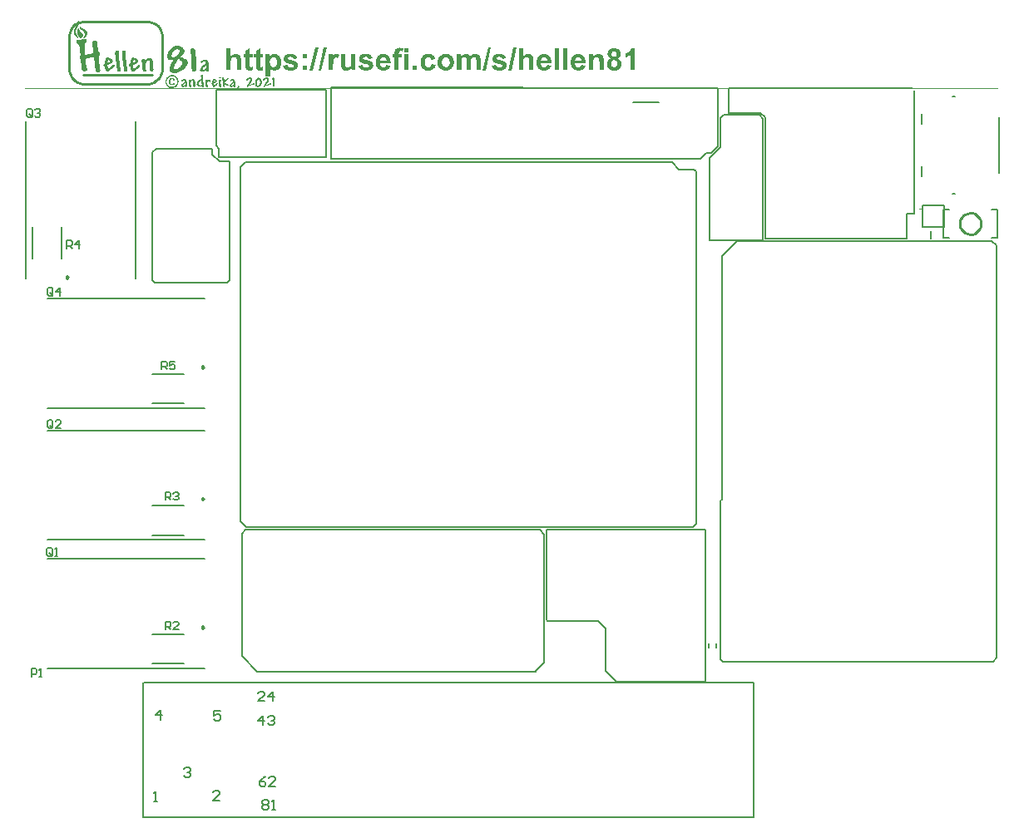
<source format=gto>
G04*
G04 #@! TF.GenerationSoftware,Altium Limited,Altium Designer,20.2.7 (254)*
G04*
G04 Layer_Color=65535*
%FSLAX25Y25*%
%MOIN*%
G70*
G04*
G04 #@! TF.SameCoordinates,69BB3710-89EE-4534-A0DB-451B00BB9E09*
G04*
G04*
G04 #@! TF.FilePolarity,Positive*
G04*
G01*
G75*
%ADD10C,0.00984*%
%ADD11C,0.00300*%
%ADD12C,0.01000*%
%ADD13C,0.00906*%
%ADD14C,0.00787*%
%ADD15C,0.00500*%
%ADD16C,0.00800*%
%ADD17C,0.00394*%
%ADD18C,0.00669*%
G36*
X22893Y340634D02*
X23028Y340244D01*
X23419Y339685D01*
X23726Y339346D01*
X24126Y339071D01*
X24452Y338606D01*
X24638Y338043D01*
X24554Y337569D01*
X24373Y337234D01*
X24126Y336992D01*
X23800Y336764D01*
X23419Y336912D01*
X23163Y337080D01*
X22758Y337559D01*
X22367Y338117D01*
X22214Y338634D01*
X22265Y339155D01*
X22288Y339518D01*
X22372Y339992D01*
X22502Y340499D01*
X22609Y340644D01*
X22888Y340839D01*
X22893Y340634D01*
D02*
G37*
G36*
X22785Y343956D02*
X22925Y343361D01*
X23013Y342937D01*
X22948Y342337D01*
X22776Y341593D01*
X22460Y340955D01*
X22083Y340206D01*
X21786Y339443D01*
X21762Y339080D01*
X21883Y338610D01*
X22084Y338126D01*
X22330Y337675D01*
X22754Y337070D01*
X23093Y336684D01*
X23198Y336584D01*
X23058Y336487D01*
X22526Y336703D01*
X21884Y337224D01*
X21316Y337936D01*
X21069Y338387D01*
X20832Y339122D01*
X20878Y339848D01*
X21208Y340564D01*
X21571Y341234D01*
X22041Y342049D01*
X22297Y342574D01*
X22474Y343114D01*
X22585Y343747D01*
X22548Y343998D01*
X22785Y343956D01*
D02*
G37*
G36*
X23423Y341560D02*
X23572Y341249D01*
X23832Y340876D01*
X24168Y340695D01*
X24582Y340500D01*
X24996Y340304D01*
X25410Y340109D01*
X25749Y339723D01*
X25945Y339444D01*
X26178Y338913D01*
X26173Y338425D01*
X26089Y337950D01*
X25894Y337536D01*
X25620Y337136D01*
X24829Y336582D01*
X24359Y336461D01*
X24247Y336522D01*
X24894Y337182D01*
X25224Y337899D01*
X25261Y338341D01*
X25205Y338718D01*
X25135Y339016D01*
X24940Y339295D01*
X24493Y339537D01*
X24061Y339858D01*
X23772Y340072D01*
X23498Y340365D01*
X23316Y340723D01*
X23214Y341067D01*
X23176Y341318D01*
X23186Y341602D01*
X23339Y341779D01*
X23423Y341560D01*
D02*
G37*
G36*
X25750Y336257D02*
X25894Y336150D01*
X25927Y336103D01*
X25969Y335647D01*
X25973Y335443D01*
X25959Y335364D01*
X25899Y335252D01*
X25573Y335024D01*
X25457Y334596D01*
X25290Y333647D01*
X25271Y333079D01*
X25261Y331968D01*
X25266Y331915D01*
X25286Y331416D01*
X25326Y330917D01*
X25385Y330418D01*
X25465Y329959D01*
X25485D01*
X25565Y329979D01*
X25665Y329999D01*
X25824Y330019D01*
X25984Y330039D01*
X26204Y330079D01*
X26423Y330119D01*
X26663Y330179D01*
X27202Y330278D01*
X27741Y330418D01*
X28280Y330578D01*
X28519Y330658D01*
X28759Y330757D01*
Y330777D01*
Y330837D01*
X28739Y330957D01*
X28719Y331117D01*
X28699Y331336D01*
X28659Y331616D01*
X28599Y331955D01*
X28539Y332374D01*
Y332394D01*
X28519Y332454D01*
Y332534D01*
X28499Y332654D01*
X28479Y332773D01*
X28459Y332933D01*
X28399Y333292D01*
X28339Y333672D01*
X28300Y334051D01*
X28280Y334390D01*
X28260Y334550D01*
Y334670D01*
Y334689D01*
Y334749D01*
X28280Y334809D01*
X28300Y334909D01*
X28339Y335029D01*
X28399Y335149D01*
X28479Y335268D01*
X28599Y335388D01*
X28619Y335408D01*
X28659Y335448D01*
X28739Y335488D01*
X28839Y335548D01*
X28958Y335608D01*
X29098Y335668D01*
X29258Y335687D01*
X29417Y335707D01*
X29477D01*
X29557Y335687D01*
X29657D01*
X29856Y335608D01*
X29976Y335568D01*
X30076Y335488D01*
X30096D01*
X30116Y335448D01*
X30216Y335328D01*
X30316Y335129D01*
X30336Y335009D01*
X30355Y334869D01*
Y334849D01*
Y334749D01*
Y334670D01*
X30375Y334570D01*
Y334450D01*
Y334310D01*
X30395Y334131D01*
Y333951D01*
X30415Y333731D01*
X30435Y333472D01*
X30455Y333192D01*
X30495Y332873D01*
X30515Y332534D01*
X30555Y332155D01*
Y332115D01*
X30575Y332035D01*
Y331895D01*
X30595Y331735D01*
X30615Y331576D01*
Y331416D01*
X30635Y331296D01*
Y331196D01*
X30775Y331217D01*
X30814D01*
X30894Y331196D01*
X31014Y331117D01*
X31074Y331057D01*
X31134Y330977D01*
Y330957D01*
X31154Y330937D01*
X31234Y330817D01*
X31294Y330658D01*
X31313Y330438D01*
Y330418D01*
Y330398D01*
Y330338D01*
X31294Y330258D01*
X31234Y330039D01*
X31134Y329759D01*
Y329739D01*
X31114Y329699D01*
X31034Y329580D01*
X30934Y329440D01*
X30874Y329400D01*
X30814Y329380D01*
X30874Y328342D01*
Y328302D01*
X30894Y328222D01*
Y328143D01*
X30914Y328043D01*
X30934Y327923D01*
X30954Y327783D01*
X30974Y327624D01*
X30994Y327444D01*
X31014Y327244D01*
X31054Y327005D01*
X31094Y326765D01*
X31134Y326466D01*
X31174Y326167D01*
X31214Y325827D01*
Y325807D01*
X31234Y325747D01*
Y325648D01*
X31254Y325528D01*
X31274Y325388D01*
X31294Y325229D01*
X31353Y324869D01*
X31413Y324510D01*
X31453Y324171D01*
X31473Y324031D01*
Y323911D01*
X31493Y323811D01*
Y323751D01*
Y323731D01*
Y323692D01*
X31473Y323632D01*
X31453Y323552D01*
X31393Y323352D01*
X31313Y323252D01*
X31234Y323153D01*
X31214D01*
X31194Y323113D01*
X31134Y323093D01*
X31054Y323053D01*
X30854Y322973D01*
X30715Y322953D01*
X30575Y322933D01*
X30495D01*
X30395Y322953D01*
X30296Y322973D01*
X30156Y323013D01*
X30036Y323073D01*
X29896Y323153D01*
X29777Y323272D01*
X29757Y323292D01*
X29737Y323332D01*
X29697Y323412D01*
X29637Y323512D01*
X29577Y323652D01*
X29537Y323811D01*
X29517Y323991D01*
X29497Y324191D01*
Y324231D01*
Y324270D01*
Y324330D01*
X29477Y324410D01*
Y324530D01*
X29457Y324670D01*
Y324869D01*
X29417Y325069D01*
X29397Y325328D01*
X29377Y325628D01*
X29337Y325967D01*
X29278Y326366D01*
X29238Y326805D01*
X29178Y327304D01*
X29098Y327863D01*
Y327883D01*
Y327903D01*
X29078Y328023D01*
X29058Y328183D01*
X29038Y328382D01*
X29018Y328602D01*
X28998Y328801D01*
X28978Y328981D01*
X28958Y329101D01*
X28938D01*
X28898Y329081D01*
X28799D01*
X28699Y329061D01*
X28539Y329021D01*
X28379Y329001D01*
X28180Y328961D01*
X27960Y328921D01*
X27721Y328861D01*
X27441Y328821D01*
X26862Y328682D01*
X26204Y328542D01*
X25505Y328362D01*
Y328342D01*
Y328282D01*
X25525Y328163D01*
X25545Y327983D01*
X25585Y327763D01*
X25625Y327444D01*
X25665Y327085D01*
X25685Y326865D01*
X25725Y326626D01*
Y326606D01*
Y326566D01*
X25745Y326506D01*
X25765Y326406D01*
X25805Y326187D01*
X25844Y325907D01*
X25904Y325588D01*
X25944Y325288D01*
X26004Y324989D01*
X26064Y324729D01*
X26084Y324710D01*
X26164Y324690D01*
X26224Y324630D01*
X26284Y324570D01*
X26304Y324550D01*
X26324Y324510D01*
X26344Y324410D01*
Y324251D01*
Y324231D01*
Y324211D01*
X26324Y324151D01*
X26284Y324071D01*
X26224Y323991D01*
X26144Y323871D01*
X26044Y323751D01*
X25884Y323612D01*
X25864Y323592D01*
X25805Y323552D01*
X25725Y323492D01*
X25625Y323432D01*
X25385Y323312D01*
X25246Y323272D01*
X25126Y323252D01*
X25086D01*
X24966Y323272D01*
X24787Y323332D01*
X24587Y323452D01*
X24467Y323532D01*
X24367Y323652D01*
X24268Y323771D01*
X24188Y323931D01*
X24108Y324111D01*
X24048Y324330D01*
X23988Y324570D01*
X23968Y324849D01*
Y324869D01*
Y324969D01*
X23948Y325109D01*
X23928Y325308D01*
X23908Y325588D01*
X23888Y325947D01*
X23868Y326147D01*
X23848Y326366D01*
X23829Y326626D01*
X23809Y326885D01*
Y326905D01*
Y326945D01*
X23789Y327005D01*
Y327065D01*
X23769Y327264D01*
X23749Y327504D01*
X23729Y327743D01*
X23709Y327983D01*
X23689Y328183D01*
Y328242D01*
Y328302D01*
X23669D01*
X23589Y328342D01*
X23469Y328422D01*
X23409Y328482D01*
X23349Y328582D01*
Y328602D01*
X23329Y328642D01*
X23270Y328761D01*
X23190Y328921D01*
X23170Y329081D01*
Y329101D01*
Y329121D01*
X23190Y329240D01*
X23230Y329380D01*
X23290Y329540D01*
Y329560D01*
X23310Y329580D01*
X23369Y329660D01*
X23469Y329739D01*
X23609Y329799D01*
Y329819D01*
Y329839D01*
X23589Y329899D01*
Y329999D01*
X23569Y330139D01*
X23529Y330338D01*
X23489Y330558D01*
X23449Y330857D01*
Y330877D01*
X23429Y330937D01*
Y331017D01*
X23409Y331137D01*
X23369Y331296D01*
X23349Y331456D01*
X23290Y331835D01*
X23230Y332235D01*
X23190Y332634D01*
X23150Y332993D01*
X23148Y333011D01*
X23010Y333437D01*
X22647Y334153D01*
X22433Y334558D01*
X22177Y334726D01*
X22033Y334833D01*
X22000Y334879D01*
X21963Y335130D01*
X21940Y335461D01*
X21935Y335665D01*
X21995Y335777D01*
X22135Y335875D01*
X25592Y336285D01*
X25750Y336257D01*
D02*
G37*
G36*
X151690Y332777D02*
X151879Y332764D01*
X152094Y332737D01*
X152336Y332697D01*
X152592Y332643D01*
X152847Y332576D01*
X152618Y331392D01*
X152605D01*
X152551Y331405D01*
X152471Y331432D01*
X152363Y331446D01*
X152242Y331473D01*
X152107Y331486D01*
X151825Y331500D01*
X151771D01*
X151704Y331486D01*
X151623Y331473D01*
X151448Y331432D01*
X151368Y331379D01*
X151300Y331325D01*
Y331311D01*
X151273Y331284D01*
X151247Y331244D01*
X151220Y331177D01*
X151193Y331083D01*
X151166Y330962D01*
X151152Y330827D01*
X151139Y330652D01*
Y330208D01*
X152403D01*
Y328877D01*
X151139D01*
Y323806D01*
X149444D01*
Y328877D01*
X148503D01*
Y330208D01*
X149444D01*
Y330679D01*
Y330693D01*
Y330719D01*
Y330760D01*
Y330814D01*
X149458Y330962D01*
X149471Y331136D01*
X149485Y331325D01*
X149512Y331526D01*
X149552Y331715D01*
X149606Y331876D01*
X149619Y331890D01*
X149646Y331943D01*
X149686Y332024D01*
X149754Y332105D01*
X149834Y332212D01*
X149942Y332320D01*
X150076Y332428D01*
X150238Y332535D01*
X150265Y332549D01*
X150319Y332576D01*
X150426Y332616D01*
X150561Y332670D01*
X150735Y332710D01*
X150937Y332751D01*
X151166Y332777D01*
X151421Y332791D01*
X151542D01*
X151690Y332777D01*
D02*
G37*
G36*
X155039Y331083D02*
X153345D01*
Y332643D01*
X155039D01*
Y331083D01*
D02*
G37*
G36*
X182020Y330329D02*
X182195Y330303D01*
X182370Y330276D01*
X182572Y330222D01*
X182773Y330141D01*
X182962Y330047D01*
X182989Y330034D01*
X183042Y329993D01*
X183136Y329926D01*
X183244Y329832D01*
X183365Y329724D01*
X183486Y329576D01*
X183607Y329401D01*
X183701Y329213D01*
X183715Y329200D01*
X183728Y329132D01*
X183755Y329038D01*
X183795Y328890D01*
X183822Y328702D01*
X183849Y328473D01*
X183863Y328204D01*
X183876Y327882D01*
Y323806D01*
X182182D01*
Y327451D01*
Y327465D01*
Y327491D01*
Y327545D01*
Y327599D01*
X182168Y327774D01*
X182155Y327962D01*
X182141Y328177D01*
X182114Y328379D01*
X182061Y328554D01*
X182034Y328635D01*
X182007Y328689D01*
X181993Y328702D01*
X181966Y328742D01*
X181899Y328810D01*
X181832Y328877D01*
X181724Y328931D01*
X181603Y328998D01*
X181455Y329038D01*
X181280Y329052D01*
X181227D01*
X181159Y329038D01*
X181065Y329025D01*
X180958Y328998D01*
X180850Y328958D01*
X180729Y328904D01*
X180608Y328823D01*
X180594Y328810D01*
X180554Y328783D01*
X180500Y328729D01*
X180433Y328662D01*
X180366Y328581D01*
X180285Y328460D01*
X180218Y328339D01*
X180164Y328191D01*
Y328177D01*
X180137Y328110D01*
X180124Y328016D01*
X180097Y327868D01*
X180070Y327680D01*
X180056Y327465D01*
X180029Y327182D01*
Y326873D01*
Y323806D01*
X178335D01*
Y327303D01*
Y327317D01*
Y327344D01*
Y327397D01*
Y327451D01*
Y327613D01*
X178321Y327814D01*
X178308Y328016D01*
X178295Y328218D01*
X178268Y328379D01*
X178254Y328460D01*
X178241Y328514D01*
Y328527D01*
X178227Y328554D01*
X178200Y328608D01*
X178173Y328662D01*
X178079Y328796D01*
X177958Y328917D01*
X177945D01*
X177918Y328944D01*
X177877Y328958D01*
X177824Y328984D01*
X177757Y329011D01*
X177662Y329025D01*
X177568Y329052D01*
X177380D01*
X177299Y329038D01*
X177205Y329025D01*
X177097Y328998D01*
X176976Y328958D01*
X176855Y328904D01*
X176734Y328836D01*
X176721Y328823D01*
X176681Y328796D01*
X176627Y328742D01*
X176559Y328675D01*
X176492Y328594D01*
X176411Y328487D01*
X176344Y328366D01*
X176290Y328218D01*
Y328204D01*
X176263Y328137D01*
X176250Y328043D01*
X176223Y327908D01*
X176196Y327734D01*
X176183Y327505D01*
X176156Y327236D01*
Y326913D01*
Y323806D01*
X174461D01*
Y330208D01*
X176021D01*
Y329334D01*
X176035Y329348D01*
X176062Y329375D01*
X176102Y329428D01*
X176169Y329496D01*
X176250Y329563D01*
X176344Y329657D01*
X176452Y329751D01*
X176586Y329845D01*
X176721Y329939D01*
X176869Y330020D01*
X177218Y330182D01*
X177393Y330249D01*
X177595Y330303D01*
X177797Y330329D01*
X178012Y330343D01*
X178120D01*
X178227Y330329D01*
X178375Y330316D01*
X178550Y330276D01*
X178725Y330235D01*
X178900Y330168D01*
X179075Y330087D01*
X179102Y330074D01*
X179155Y330034D01*
X179236Y329980D01*
X179344Y329899D01*
X179465Y329791D01*
X179586Y329657D01*
X179707Y329496D01*
X179828Y329321D01*
X179841Y329348D01*
X179895Y329401D01*
X179989Y329496D01*
X180097Y329603D01*
X180231Y329738D01*
X180379Y329859D01*
X180554Y329980D01*
X180729Y330087D01*
X180756Y330101D01*
X180810Y330128D01*
X180917Y330168D01*
X181052Y330222D01*
X181200Y330262D01*
X181388Y330303D01*
X181576Y330329D01*
X181778Y330343D01*
X181899D01*
X182020Y330329D01*
D02*
G37*
G36*
X126351Y330329D02*
X126498Y330303D01*
X126660Y330262D01*
X126862Y330208D01*
X127063Y330128D01*
X127265Y330020D01*
X126741Y328541D01*
X126727Y328554D01*
X126673Y328581D01*
X126579Y328635D01*
X126485Y328689D01*
X126351Y328729D01*
X126216Y328783D01*
X126082Y328810D01*
X125934Y328823D01*
X125880D01*
X125813Y328810D01*
X125732Y328796D01*
X125638Y328769D01*
X125530Y328742D01*
X125423Y328689D01*
X125328Y328621D01*
X125315Y328608D01*
X125288Y328581D01*
X125248Y328527D01*
X125194Y328460D01*
X125127Y328366D01*
X125059Y328231D01*
X124992Y328083D01*
X124938Y327908D01*
Y327882D01*
X124925Y327855D01*
X124911Y327801D01*
Y327747D01*
X124898Y327666D01*
X124884Y327559D01*
X124871Y327451D01*
X124858Y327317D01*
X124844Y327169D01*
X124831Y326994D01*
Y326792D01*
X124817Y326577D01*
X124804Y326335D01*
Y326066D01*
Y325770D01*
Y323806D01*
X123109D01*
Y330208D01*
X124683D01*
Y329307D01*
X124696Y329321D01*
X124750Y329401D01*
X124831Y329509D01*
X124925Y329644D01*
X125032Y329791D01*
X125154Y329926D01*
X125288Y330047D01*
X125409Y330141D01*
X125423Y330155D01*
X125463Y330168D01*
X125530Y330208D01*
X125624Y330249D01*
X125732Y330276D01*
X125853Y330316D01*
X125987Y330329D01*
X126135Y330343D01*
X126230D01*
X126351Y330329D01*
D02*
G37*
G36*
X231234Y330329D02*
X231368Y330316D01*
X231530Y330289D01*
X231704Y330262D01*
X231879Y330208D01*
X232054Y330141D01*
X232081Y330128D01*
X232135Y330101D01*
X232215Y330061D01*
X232310Y330007D01*
X232431Y329926D01*
X232538Y329832D01*
X232659Y329738D01*
X232753Y329617D01*
X232767Y329603D01*
X232794Y329563D01*
X232834Y329496D01*
X232888Y329415D01*
X232942Y329307D01*
X232996Y329186D01*
X233049Y329052D01*
X233090Y328904D01*
Y328890D01*
X233103Y328836D01*
X233117Y328742D01*
X233144Y328621D01*
X233157Y328460D01*
X233171Y328258D01*
X233184Y328029D01*
Y327774D01*
Y323806D01*
X231489D01*
Y327061D01*
Y327075D01*
Y327101D01*
Y327155D01*
Y327222D01*
Y327317D01*
Y327411D01*
X231476Y327613D01*
X231462Y327841D01*
X231435Y328056D01*
X231409Y328245D01*
X231395Y328325D01*
X231368Y328393D01*
Y328406D01*
X231355Y328447D01*
X231328Y328500D01*
X231288Y328568D01*
X231180Y328729D01*
X231018Y328877D01*
X231005Y328890D01*
X230978Y328904D01*
X230924Y328931D01*
X230857Y328971D01*
X230776Y328998D01*
X230669Y329025D01*
X230561Y329038D01*
X230440Y329052D01*
X230359D01*
X230279Y329038D01*
X230171Y329025D01*
X230050Y328998D01*
X229916Y328944D01*
X229781Y328890D01*
X229647Y328810D01*
X229633Y328796D01*
X229593Y328769D01*
X229539Y328715D01*
X229458Y328635D01*
X229391Y328541D01*
X229310Y328433D01*
X229230Y328312D01*
X229176Y328164D01*
Y328151D01*
X229162Y328083D01*
X229135Y327989D01*
X229122Y327841D01*
X229109Y327747D01*
X229095Y327640D01*
X229082Y327518D01*
X229068Y327384D01*
Y327236D01*
X229055Y327075D01*
Y326886D01*
Y326698D01*
Y323806D01*
X227360D01*
Y330208D01*
X228934D01*
Y329267D01*
X228947Y329280D01*
X228974Y329307D01*
X229014Y329361D01*
X229082Y329442D01*
X229162Y329522D01*
X229270Y329603D01*
X229378Y329711D01*
X229512Y329805D01*
X229660Y329899D01*
X229808Y330007D01*
X229983Y330087D01*
X230171Y330182D01*
X230373Y330249D01*
X230575Y330303D01*
X230803Y330329D01*
X231032Y330343D01*
X231126D01*
X231234Y330329D01*
D02*
G37*
G36*
X101535Y330329D02*
X101629Y330316D01*
X101737Y330303D01*
X102006Y330235D01*
X102302Y330128D01*
X102463Y330060D01*
X102625Y329966D01*
X102773Y329872D01*
X102934Y329751D01*
X103095Y329617D01*
X103244Y329455D01*
X103257Y329442D01*
X103284Y329415D01*
X103311Y329361D01*
X103365Y329294D01*
X103418Y329200D01*
X103486Y329092D01*
X103566Y328971D01*
X103633Y328823D01*
X103701Y328662D01*
X103781Y328473D01*
X103849Y328272D01*
X103902Y328056D01*
X103956Y327828D01*
X103997Y327572D01*
X104010Y327303D01*
X104024Y327021D01*
Y327007D01*
Y326954D01*
Y326873D01*
X104010Y326752D01*
X103997Y326617D01*
X103983Y326469D01*
X103956Y326294D01*
X103929Y326106D01*
X103835Y325716D01*
X103768Y325501D01*
X103687Y325299D01*
X103593Y325097D01*
X103499Y324896D01*
X103365Y324707D01*
X103230Y324533D01*
X103217Y324519D01*
X103190Y324492D01*
X103149Y324452D01*
X103095Y324398D01*
X103015Y324331D01*
X102921Y324250D01*
X102813Y324169D01*
X102706Y324089D01*
X102423Y323927D01*
X102100Y323779D01*
X101925Y323726D01*
X101737Y323685D01*
X101535Y323658D01*
X101334Y323645D01*
X101239D01*
X101145Y323658D01*
X101024Y323672D01*
X100876Y323699D01*
X100715Y323726D01*
X100540Y323779D01*
X100379Y323847D01*
X100365Y323860D01*
X100298Y323887D01*
X100217Y323941D01*
X100110Y324021D01*
X99975Y324115D01*
X99814Y324250D01*
X99652Y324398D01*
X99477Y324573D01*
Y321358D01*
X97783D01*
Y330208D01*
X99356D01*
Y329267D01*
X99370Y329294D01*
X99410Y329348D01*
X99477Y329428D01*
X99572Y329536D01*
X99693Y329657D01*
X99827Y329791D01*
X99989Y329912D01*
X100177Y330033D01*
X100204Y330047D01*
X100271Y330087D01*
X100379Y330128D01*
X100527Y330195D01*
X100688Y330249D01*
X100890Y330289D01*
X101118Y330329D01*
X101347Y330343D01*
X101455D01*
X101535Y330329D01*
D02*
G37*
G36*
X114246Y328514D02*
X112551D01*
Y330208D01*
X114246D01*
Y328514D01*
D02*
G37*
G36*
X191623Y330329D02*
X191758Y330316D01*
X192040Y330289D01*
X192350Y330235D01*
X192686Y330168D01*
X192982Y330061D01*
X193130Y329993D01*
X193251Y329912D01*
X193264D01*
X193278Y329899D01*
X193359Y329832D01*
X193466Y329738D01*
X193601Y329590D01*
X193748Y329415D01*
X193896Y329200D01*
X194031Y328958D01*
X194139Y328662D01*
X192538Y328366D01*
Y328379D01*
X192511Y328420D01*
X192484Y328487D01*
X192444Y328568D01*
X192390Y328662D01*
X192323Y328756D01*
X192242Y328850D01*
X192134Y328931D01*
X192121Y328944D01*
X192081Y328958D01*
X192014Y328998D01*
X191933Y329038D01*
X191812Y329065D01*
X191677Y329105D01*
X191516Y329119D01*
X191328Y329132D01*
X191220D01*
X191099Y329119D01*
X190951Y329105D01*
X190642Y329052D01*
X190494Y329011D01*
X190373Y328944D01*
X190359D01*
X190346Y328917D01*
X190278Y328850D01*
X190211Y328742D01*
X190198Y328675D01*
X190184Y328594D01*
Y328581D01*
Y328568D01*
X190211Y328487D01*
X190252Y328379D01*
X190292Y328339D01*
X190346Y328285D01*
X190359Y328272D01*
X190400Y328258D01*
X190494Y328218D01*
X190547Y328191D01*
X190628Y328164D01*
X190722Y328124D01*
X190830Y328097D01*
X190964Y328056D01*
X191112Y328003D01*
X191274Y327962D01*
X191462Y327908D01*
X191677Y327855D01*
X191919Y327801D01*
X191933D01*
X191973Y327787D01*
X192054Y327774D01*
X192134Y327747D01*
X192256Y327720D01*
X192377Y327680D01*
X192673Y327599D01*
X192982Y327491D01*
X193291Y327357D01*
X193574Y327209D01*
X193708Y327128D01*
X193816Y327048D01*
X193843Y327021D01*
X193896Y326967D01*
X193991Y326859D01*
X194085Y326725D01*
X194179Y326550D01*
X194273Y326321D01*
X194327Y326079D01*
X194354Y325783D01*
Y325770D01*
Y325743D01*
Y325703D01*
X194340Y325635D01*
X194327Y325568D01*
X194313Y325474D01*
X194260Y325272D01*
X194179Y325030D01*
X194044Y324775D01*
X193964Y324654D01*
X193856Y324519D01*
X193748Y324398D01*
X193614Y324277D01*
X193601D01*
X193587Y324250D01*
X193533Y324223D01*
X193480Y324183D01*
X193399Y324129D01*
X193305Y324075D01*
X193197Y324021D01*
X193076Y323968D01*
X192928Y323900D01*
X192767Y323847D01*
X192592Y323793D01*
X192390Y323739D01*
X192188Y323699D01*
X191960Y323672D01*
X191704Y323658D01*
X191449Y323645D01*
X191328D01*
X191233Y323658D01*
X191126D01*
X190991Y323672D01*
X190857Y323685D01*
X190695Y323712D01*
X190373Y323779D01*
X190023Y323860D01*
X189687Y323994D01*
X189377Y324169D01*
X189364D01*
X189350Y324196D01*
X189310Y324223D01*
X189256Y324264D01*
X189122Y324385D01*
X188974Y324546D01*
X188812Y324748D01*
X188651Y325003D01*
X188503Y325286D01*
X188395Y325608D01*
X190090Y325864D01*
Y325837D01*
X190117Y325783D01*
X190144Y325689D01*
X190184Y325582D01*
X190238Y325461D01*
X190319Y325340D01*
X190413Y325219D01*
X190521Y325111D01*
X190534Y325097D01*
X190588Y325071D01*
X190655Y325030D01*
X190763Y324990D01*
X190897Y324950D01*
X191059Y324909D01*
X191233Y324882D01*
X191449Y324869D01*
X191556D01*
X191677Y324882D01*
X191812Y324896D01*
X191973Y324923D01*
X192134Y324963D01*
X192296Y325017D01*
X192430Y325097D01*
X192444Y325111D01*
X192471Y325124D01*
X192498Y325165D01*
X192552Y325219D01*
X192619Y325366D01*
X192646Y325461D01*
X192659Y325555D01*
Y325568D01*
Y325595D01*
X192646Y325676D01*
X192605Y325770D01*
X192538Y325877D01*
X192511Y325904D01*
X192471Y325918D01*
X192417Y325958D01*
X192336Y325985D01*
X192242Y326026D01*
X192108Y326066D01*
X191960Y326106D01*
X191933D01*
X191866Y326133D01*
X191771Y326147D01*
X191637Y326187D01*
X191475Y326227D01*
X191287Y326268D01*
X191085Y326321D01*
X190870Y326375D01*
X190426Y326496D01*
X190211Y326564D01*
X189996Y326644D01*
X189808Y326711D01*
X189633Y326779D01*
X189485Y326859D01*
X189364Y326927D01*
X189350D01*
X189337Y326954D01*
X189243Y327021D01*
X189122Y327142D01*
X188987Y327303D01*
X188853Y327505D01*
X188732Y327761D01*
X188637Y328043D01*
X188624Y328204D01*
X188611Y328366D01*
Y328379D01*
Y328406D01*
Y328447D01*
X188624Y328500D01*
X188651Y328662D01*
X188691Y328850D01*
X188772Y329079D01*
X188880Y329307D01*
X189041Y329549D01*
X189149Y329657D01*
X189256Y329765D01*
X189270Y329778D01*
X189283Y329791D01*
X189323Y329818D01*
X189377Y329859D01*
X189458Y329899D01*
X189539Y329953D01*
X189646Y330007D01*
X189754Y330061D01*
X189888Y330114D01*
X190050Y330155D01*
X190211Y330208D01*
X190400Y330249D01*
X190601Y330289D01*
X190816Y330316D01*
X191045Y330343D01*
X191516D01*
X191623Y330329D01*
D02*
G37*
G36*
X138160Y330329D02*
X138294Y330316D01*
X138577Y330289D01*
X138886Y330235D01*
X139222Y330168D01*
X139518Y330060D01*
X139666Y329993D01*
X139787Y329912D01*
X139801D01*
X139814Y329899D01*
X139895Y329832D01*
X140002Y329738D01*
X140137Y329590D01*
X140285Y329415D01*
X140433Y329200D01*
X140567Y328958D01*
X140675Y328662D01*
X139074Y328366D01*
Y328379D01*
X139047Y328419D01*
X139021Y328487D01*
X138980Y328568D01*
X138926Y328662D01*
X138859Y328756D01*
X138778Y328850D01*
X138671Y328931D01*
X138657Y328944D01*
X138617Y328958D01*
X138550Y328998D01*
X138469Y329038D01*
X138348Y329065D01*
X138214Y329105D01*
X138052Y329119D01*
X137864Y329132D01*
X137756D01*
X137635Y329119D01*
X137487Y329105D01*
X137178Y329052D01*
X137030Y329011D01*
X136909Y328944D01*
X136895D01*
X136882Y328917D01*
X136815Y328850D01*
X136747Y328742D01*
X136734Y328675D01*
X136721Y328594D01*
Y328581D01*
Y328568D01*
X136747Y328487D01*
X136788Y328379D01*
X136828Y328339D01*
X136882Y328285D01*
X136895Y328272D01*
X136936Y328258D01*
X137030Y328218D01*
X137084Y328191D01*
X137164Y328164D01*
X137259Y328124D01*
X137366Y328097D01*
X137501Y328056D01*
X137649Y328003D01*
X137810Y327962D01*
X137998Y327908D01*
X138214Y327855D01*
X138456Y327801D01*
X138469D01*
X138509Y327787D01*
X138590Y327774D01*
X138671Y327747D01*
X138792Y327720D01*
X138913Y327680D01*
X139209Y327599D01*
X139518Y327491D01*
X139828Y327357D01*
X140110Y327209D01*
X140244Y327128D01*
X140352Y327048D01*
X140379Y327021D01*
X140433Y326967D01*
X140527Y326859D01*
X140621Y326725D01*
X140715Y326550D01*
X140809Y326321D01*
X140863Y326079D01*
X140890Y325783D01*
Y325770D01*
Y325743D01*
Y325703D01*
X140877Y325635D01*
X140863Y325568D01*
X140850Y325474D01*
X140796Y325272D01*
X140715Y325030D01*
X140581Y324775D01*
X140500Y324654D01*
X140392Y324519D01*
X140285Y324398D01*
X140150Y324277D01*
X140137D01*
X140123Y324250D01*
X140070Y324223D01*
X140016Y324183D01*
X139935Y324129D01*
X139841Y324075D01*
X139733Y324021D01*
X139612Y323968D01*
X139464Y323900D01*
X139303Y323847D01*
X139128Y323793D01*
X138926Y323739D01*
X138725Y323699D01*
X138496Y323672D01*
X138240Y323658D01*
X137985Y323645D01*
X137864D01*
X137770Y323658D01*
X137662D01*
X137528Y323672D01*
X137393Y323685D01*
X137232Y323712D01*
X136909Y323779D01*
X136559Y323860D01*
X136223Y323994D01*
X135914Y324169D01*
X135900D01*
X135887Y324196D01*
X135846Y324223D01*
X135793Y324264D01*
X135658Y324384D01*
X135510Y324546D01*
X135349Y324748D01*
X135187Y325003D01*
X135039Y325286D01*
X134932Y325608D01*
X136626Y325864D01*
Y325837D01*
X136653Y325783D01*
X136680Y325689D01*
X136721Y325582D01*
X136774Y325461D01*
X136855Y325340D01*
X136949Y325218D01*
X137057Y325111D01*
X137070Y325097D01*
X137124Y325071D01*
X137191Y325030D01*
X137299Y324990D01*
X137433Y324949D01*
X137595Y324909D01*
X137770Y324882D01*
X137985Y324869D01*
X138092D01*
X138214Y324882D01*
X138348Y324896D01*
X138509Y324923D01*
X138671Y324963D01*
X138832Y325017D01*
X138967Y325097D01*
X138980Y325111D01*
X139007Y325124D01*
X139034Y325165D01*
X139088Y325218D01*
X139155Y325366D01*
X139182Y325461D01*
X139195Y325555D01*
Y325568D01*
Y325595D01*
X139182Y325676D01*
X139141Y325770D01*
X139074Y325877D01*
X139047Y325904D01*
X139007Y325918D01*
X138953Y325958D01*
X138873Y325985D01*
X138778Y326026D01*
X138644Y326066D01*
X138496Y326106D01*
X138469D01*
X138402Y326133D01*
X138308Y326147D01*
X138173Y326187D01*
X138012Y326227D01*
X137823Y326268D01*
X137622Y326321D01*
X137407Y326375D01*
X136963Y326496D01*
X136747Y326564D01*
X136532Y326644D01*
X136344Y326711D01*
X136169Y326779D01*
X136021Y326859D01*
X135900Y326927D01*
X135887D01*
X135873Y326954D01*
X135779Y327021D01*
X135658Y327142D01*
X135523Y327303D01*
X135389Y327505D01*
X135268Y327761D01*
X135174Y328043D01*
X135160Y328204D01*
X135147Y328366D01*
Y328379D01*
Y328406D01*
Y328447D01*
X135160Y328500D01*
X135187Y328662D01*
X135228Y328850D01*
X135308Y329079D01*
X135416Y329307D01*
X135577Y329549D01*
X135685Y329657D01*
X135793Y329765D01*
X135806Y329778D01*
X135819Y329791D01*
X135860Y329818D01*
X135914Y329859D01*
X135994Y329899D01*
X136075Y329953D01*
X136182Y330007D01*
X136290Y330060D01*
X136425Y330114D01*
X136586Y330155D01*
X136747Y330208D01*
X136936Y330249D01*
X137137Y330289D01*
X137353Y330316D01*
X137581Y330343D01*
X138052D01*
X138160Y330329D01*
D02*
G37*
G36*
X108005Y330329D02*
X108139Y330316D01*
X108422Y330289D01*
X108731Y330235D01*
X109067Y330168D01*
X109363Y330060D01*
X109511Y329993D01*
X109632Y329912D01*
X109646D01*
X109659Y329899D01*
X109740Y329832D01*
X109847Y329738D01*
X109982Y329590D01*
X110130Y329415D01*
X110278Y329200D01*
X110412Y328958D01*
X110520Y328662D01*
X108919Y328366D01*
Y328379D01*
X108893Y328419D01*
X108866Y328487D01*
X108825Y328568D01*
X108771Y328662D01*
X108704Y328756D01*
X108624Y328850D01*
X108516Y328931D01*
X108502Y328944D01*
X108462Y328958D01*
X108395Y328998D01*
X108314Y329038D01*
X108193Y329065D01*
X108059Y329105D01*
X107897Y329119D01*
X107709Y329132D01*
X107601D01*
X107480Y329119D01*
X107332Y329105D01*
X107023Y329052D01*
X106875Y329011D01*
X106754Y328944D01*
X106740D01*
X106727Y328917D01*
X106660Y328850D01*
X106593Y328742D01*
X106579Y328675D01*
X106566Y328594D01*
Y328581D01*
Y328568D01*
X106593Y328487D01*
X106633Y328379D01*
X106673Y328339D01*
X106727Y328285D01*
X106740Y328272D01*
X106781Y328258D01*
X106875Y328218D01*
X106929Y328191D01*
X107009Y328164D01*
X107104Y328124D01*
X107211Y328097D01*
X107346Y328056D01*
X107494Y328003D01*
X107655Y327962D01*
X107843Y327908D01*
X108059Y327855D01*
X108301Y327801D01*
X108314D01*
X108354Y327787D01*
X108435Y327774D01*
X108516Y327747D01*
X108637Y327720D01*
X108758Y327680D01*
X109054Y327599D01*
X109363Y327491D01*
X109673Y327357D01*
X109955Y327209D01*
X110090Y327128D01*
X110197Y327048D01*
X110224Y327021D01*
X110278Y326967D01*
X110372Y326859D01*
X110466Y326725D01*
X110560Y326550D01*
X110654Y326321D01*
X110708Y326079D01*
X110735Y325783D01*
Y325770D01*
Y325743D01*
Y325703D01*
X110722Y325635D01*
X110708Y325568D01*
X110695Y325474D01*
X110641Y325272D01*
X110560Y325030D01*
X110426Y324775D01*
X110345Y324654D01*
X110238Y324519D01*
X110130Y324398D01*
X109995Y324277D01*
X109982D01*
X109968Y324250D01*
X109915Y324223D01*
X109861Y324183D01*
X109780Y324129D01*
X109686Y324075D01*
X109578Y324021D01*
X109457Y323968D01*
X109309Y323900D01*
X109148Y323847D01*
X108973Y323793D01*
X108771Y323739D01*
X108570Y323699D01*
X108341Y323672D01*
X108086Y323658D01*
X107830Y323645D01*
X107709D01*
X107615Y323658D01*
X107507D01*
X107373Y323672D01*
X107238Y323685D01*
X107077Y323712D01*
X106754Y323779D01*
X106404Y323860D01*
X106068Y323994D01*
X105759Y324169D01*
X105745D01*
X105732Y324196D01*
X105691Y324223D01*
X105638Y324264D01*
X105503Y324384D01*
X105355Y324546D01*
X105194Y324748D01*
X105032Y325003D01*
X104884Y325286D01*
X104777Y325608D01*
X106472Y325864D01*
Y325837D01*
X106498Y325783D01*
X106525Y325689D01*
X106566Y325582D01*
X106619Y325461D01*
X106700Y325340D01*
X106794Y325218D01*
X106902Y325111D01*
X106915Y325097D01*
X106969Y325071D01*
X107036Y325030D01*
X107144Y324990D01*
X107279Y324949D01*
X107440Y324909D01*
X107615Y324882D01*
X107830Y324869D01*
X107938D01*
X108059Y324882D01*
X108193Y324896D01*
X108354Y324922D01*
X108516Y324963D01*
X108677Y325017D01*
X108812Y325097D01*
X108825Y325111D01*
X108852Y325124D01*
X108879Y325165D01*
X108933Y325218D01*
X109000Y325366D01*
X109027Y325461D01*
X109040Y325555D01*
Y325568D01*
Y325595D01*
X109027Y325676D01*
X108987Y325770D01*
X108919Y325877D01*
X108893Y325904D01*
X108852Y325918D01*
X108798Y325958D01*
X108718Y325985D01*
X108624Y326025D01*
X108489Y326066D01*
X108341Y326106D01*
X108314D01*
X108247Y326133D01*
X108153Y326147D01*
X108018Y326187D01*
X107857Y326227D01*
X107668Y326268D01*
X107467Y326321D01*
X107252Y326375D01*
X106808Y326496D01*
X106593Y326563D01*
X106377Y326644D01*
X106189Y326711D01*
X106014Y326779D01*
X105866Y326859D01*
X105745Y326927D01*
X105732D01*
X105718Y326954D01*
X105624Y327021D01*
X105503Y327142D01*
X105369Y327303D01*
X105234Y327505D01*
X105113Y327761D01*
X105019Y328043D01*
X105005Y328204D01*
X104992Y328366D01*
Y328379D01*
Y328406D01*
Y328446D01*
X105005Y328500D01*
X105032Y328662D01*
X105073Y328850D01*
X105153Y329079D01*
X105261Y329307D01*
X105422Y329549D01*
X105530Y329657D01*
X105638Y329765D01*
X105651Y329778D01*
X105665Y329791D01*
X105705Y329818D01*
X105759Y329859D01*
X105839Y329899D01*
X105920Y329953D01*
X106028Y330007D01*
X106135Y330060D01*
X106270Y330114D01*
X106431Y330155D01*
X106593Y330208D01*
X106781Y330249D01*
X106983Y330289D01*
X107198Y330316D01*
X107426Y330343D01*
X107897D01*
X108005Y330329D01*
D02*
G37*
G36*
X163109Y330329D02*
X163217D01*
X163325Y330316D01*
X163594Y330276D01*
X163890Y330222D01*
X164199Y330128D01*
X164495Y330007D01*
X164777Y329832D01*
X164791D01*
X164804Y329805D01*
X164898Y329738D01*
X165019Y329617D01*
X165167Y329455D01*
X165329Y329240D01*
X165504Y328984D01*
X165652Y328675D01*
X165786Y328312D01*
X164118Y328016D01*
Y328043D01*
X164105Y328097D01*
X164078Y328177D01*
X164038Y328285D01*
X163984Y328406D01*
X163916Y328527D01*
X163836Y328648D01*
X163728Y328756D01*
X163715Y328769D01*
X163674Y328796D01*
X163607Y328836D01*
X163526Y328890D01*
X163405Y328931D01*
X163271Y328971D01*
X163123Y328998D01*
X162948Y329011D01*
X162840D01*
X162733Y328984D01*
X162585Y328958D01*
X162424Y328904D01*
X162262Y328823D01*
X162087Y328715D01*
X161939Y328568D01*
X161926Y328541D01*
X161885Y328487D01*
X161818Y328379D01*
X161751Y328218D01*
X161684Y328016D01*
X161617Y327761D01*
X161576Y327465D01*
X161563Y327290D01*
Y327101D01*
Y327088D01*
Y327048D01*
Y326994D01*
Y326913D01*
X161576Y326819D01*
X161590Y326711D01*
X161617Y326469D01*
X161657Y326200D01*
X161724Y325945D01*
X161818Y325689D01*
X161872Y325582D01*
X161939Y325487D01*
X161953Y325474D01*
X162006Y325420D01*
X162087Y325340D01*
X162208Y325259D01*
X162356Y325178D01*
X162531Y325097D01*
X162733Y325044D01*
X162961Y325030D01*
X163042D01*
X163136Y325044D01*
X163244Y325071D01*
X163365Y325097D01*
X163499Y325138D01*
X163634Y325205D01*
X163755Y325299D01*
X163768Y325313D01*
X163809Y325353D01*
X163863Y325420D01*
X163930Y325514D01*
X163997Y325649D01*
X164078Y325810D01*
X164145Y326012D01*
X164199Y326241D01*
X165867Y325958D01*
Y325945D01*
X165853Y325904D01*
X165840Y325851D01*
X165813Y325770D01*
X165786Y325676D01*
X165746Y325568D01*
X165638Y325313D01*
X165504Y325030D01*
X165329Y324734D01*
X165113Y324465D01*
X164992Y324344D01*
X164858Y324223D01*
X164845D01*
X164831Y324196D01*
X164777Y324169D01*
X164723Y324129D01*
X164656Y324089D01*
X164562Y324035D01*
X164454Y323994D01*
X164347Y323941D01*
X164212Y323887D01*
X164064Y323833D01*
X163903Y323779D01*
X163728Y323739D01*
X163338Y323672D01*
X163123Y323658D01*
X162894Y323645D01*
X162760D01*
X162666Y323658D01*
X162545Y323672D01*
X162410Y323685D01*
X162262Y323712D01*
X162087Y323752D01*
X161738Y323860D01*
X161549Y323927D01*
X161361Y324008D01*
X161173Y324115D01*
X160998Y324237D01*
X160823Y324371D01*
X160661Y324519D01*
X160648Y324533D01*
X160621Y324559D01*
X160581Y324613D01*
X160527Y324680D01*
X160473Y324775D01*
X160392Y324882D01*
X160325Y325017D01*
X160245Y325165D01*
X160164Y325326D01*
X160097Y325514D01*
X160016Y325716D01*
X159962Y325931D01*
X159908Y326173D01*
X159868Y326429D01*
X159841Y326698D01*
X159828Y326980D01*
Y326994D01*
Y327048D01*
Y327128D01*
X159841Y327249D01*
X159854Y327370D01*
X159868Y327532D01*
X159895Y327707D01*
X159935Y327882D01*
X160029Y328285D01*
X160097Y328487D01*
X160177Y328689D01*
X160272Y328904D01*
X160392Y329092D01*
X160514Y329280D01*
X160661Y329455D01*
X160675Y329469D01*
X160702Y329496D01*
X160742Y329536D01*
X160810Y329590D01*
X160904Y329657D01*
X160998Y329738D01*
X161119Y329818D01*
X161253Y329899D01*
X161415Y329980D01*
X161576Y330060D01*
X161764Y330141D01*
X161966Y330208D01*
X162181Y330262D01*
X162410Y330303D01*
X162666Y330329D01*
X162921Y330343D01*
X163029D01*
X163109Y330329D01*
D02*
G37*
G36*
X133775Y323806D02*
X132201D01*
Y324761D01*
X132188Y324734D01*
X132134Y324680D01*
X132067Y324586D01*
X131959Y324465D01*
X131825Y324331D01*
X131663Y324196D01*
X131475Y324062D01*
X131273Y323941D01*
X131246Y323927D01*
X131179Y323900D01*
X131058Y323847D01*
X130910Y323793D01*
X130735Y323739D01*
X130534Y323685D01*
X130305Y323658D01*
X130076Y323645D01*
X129969D01*
X129848Y323658D01*
X129686Y323685D01*
X129511Y323712D01*
X129323Y323766D01*
X129121Y323833D01*
X128919Y323927D01*
X128893Y323941D01*
X128839Y323981D01*
X128745Y324048D01*
X128637Y324129D01*
X128516Y324250D01*
X128395Y324384D01*
X128274Y324546D01*
X128180Y324721D01*
X128166Y324748D01*
X128153Y324815D01*
X128112Y324936D01*
X128072Y325097D01*
X128032Y325299D01*
X128005Y325541D01*
X127978Y325824D01*
X127965Y326147D01*
Y330208D01*
X129659D01*
Y327249D01*
Y327236D01*
Y327196D01*
Y327128D01*
Y327034D01*
Y326927D01*
Y326805D01*
X129673Y326536D01*
Y326241D01*
X129700Y325972D01*
Y325851D01*
X129713Y325743D01*
X129727Y325649D01*
X129740Y325582D01*
Y325568D01*
X129753Y325528D01*
X129780Y325474D01*
X129821Y325407D01*
X129928Y325259D01*
X129996Y325178D01*
X130076Y325111D01*
X130090Y325097D01*
X130117Y325084D01*
X130184Y325057D01*
X130251Y325030D01*
X130345Y324990D01*
X130453Y324963D01*
X130574Y324949D01*
X130708Y324936D01*
X130776D01*
X130856Y324949D01*
X130964Y324963D01*
X131085Y324990D01*
X131219Y325030D01*
X131341Y325084D01*
X131475Y325165D01*
X131489Y325178D01*
X131529Y325205D01*
X131596Y325259D01*
X131663Y325326D01*
X131744Y325420D01*
X131825Y325514D01*
X131892Y325635D01*
X131946Y325756D01*
Y325770D01*
X131973Y325837D01*
Y325877D01*
X131986Y325945D01*
X132000Y326026D01*
X132013Y326106D01*
X132027Y326214D01*
X132040Y326335D01*
X132053Y326483D01*
Y326644D01*
X132067Y326819D01*
X132080Y327021D01*
Y327249D01*
Y327491D01*
Y330208D01*
X133775D01*
Y323806D01*
D02*
G37*
G36*
X245760Y323806D02*
X244065D01*
Y330182D01*
X244052Y330168D01*
X244025Y330141D01*
X243971Y330101D01*
X243904Y330034D01*
X243809Y329966D01*
X243702Y329886D01*
X243581Y329791D01*
X243433Y329697D01*
X243285Y329590D01*
X243110Y329482D01*
X242747Y329280D01*
X242330Y329079D01*
X241873Y328904D01*
Y330437D01*
X241886D01*
X241899Y330451D01*
X241940Y330464D01*
X241994Y330477D01*
X242128Y330531D01*
X242303Y330625D01*
X242518Y330733D01*
X242760Y330881D01*
X243029Y331042D01*
X243312Y331258D01*
X243325Y331271D01*
X243352Y331284D01*
X243392Y331325D01*
X243433Y331365D01*
X243567Y331486D01*
X243742Y331661D01*
X243917Y331863D01*
X244092Y332105D01*
X244253Y332374D01*
X244374Y332670D01*
X245760D01*
Y323806D01*
D02*
G37*
G36*
X218792Y323806D02*
X217098D01*
Y332643D01*
X218792D01*
Y323806D01*
D02*
G37*
G36*
X215363D02*
X213668D01*
Y332643D01*
X215363D01*
Y323806D01*
D02*
G37*
G36*
X200958Y329375D02*
X200971Y329388D01*
X200998Y329415D01*
X201038Y329469D01*
X201106Y329522D01*
X201186Y329603D01*
X201267Y329684D01*
X201375Y329765D01*
X201509Y329859D01*
X201792Y330034D01*
X202114Y330195D01*
X202303Y330249D01*
X202491Y330303D01*
X202693Y330329D01*
X202894Y330343D01*
X202989D01*
X203110Y330329D01*
X203244Y330316D01*
X203406Y330289D01*
X203594Y330249D01*
X203769Y330195D01*
X203944Y330114D01*
X203971Y330101D01*
X204024Y330074D01*
X204105Y330034D01*
X204213Y329966D01*
X204320Y329886D01*
X204441Y329791D01*
X204562Y329684D01*
X204657Y329563D01*
X204670Y329549D01*
X204697Y329509D01*
X204737Y329428D01*
X204791Y329348D01*
X204845Y329227D01*
X204899Y329105D01*
X204939Y328958D01*
X204979Y328810D01*
Y328796D01*
X204993Y328729D01*
X205006Y328635D01*
X205033Y328500D01*
X205047Y328325D01*
X205060Y328110D01*
X205073Y327841D01*
Y327545D01*
Y323806D01*
X203379D01*
Y327182D01*
Y327196D01*
Y327222D01*
Y327276D01*
Y327344D01*
Y327518D01*
X203365Y327720D01*
X203352Y327935D01*
X203338Y328137D01*
X203311Y328312D01*
X203285Y328393D01*
X203271Y328447D01*
Y328460D01*
X203258Y328500D01*
X203231Y328541D01*
X203190Y328608D01*
X203096Y328756D01*
X203016Y328823D01*
X202935Y328890D01*
X202921Y328904D01*
X202894Y328917D01*
X202841Y328944D01*
X202773Y328971D01*
X202679Y328998D01*
X202572Y329025D01*
X202464Y329052D01*
X202262D01*
X202182Y329038D01*
X202074Y329025D01*
X201967Y328998D01*
X201832Y328958D01*
X201711Y328904D01*
X201576Y328836D01*
X201563Y328823D01*
X201523Y328796D01*
X201469Y328756D01*
X201402Y328689D01*
X201321Y328594D01*
X201240Y328487D01*
X201173Y328366D01*
X201106Y328218D01*
Y328204D01*
X201079Y328137D01*
X201065Y328043D01*
X201038Y327922D01*
X201011Y327747D01*
X200985Y327532D01*
X200971Y327290D01*
X200958Y327007D01*
Y323806D01*
X199263D01*
Y332643D01*
X200958D01*
Y329375D01*
D02*
G37*
G36*
X158456Y323806D02*
X156761D01*
Y325501D01*
X158456D01*
Y323806D01*
D02*
G37*
G36*
X155039D02*
X153345D01*
Y330208D01*
X155039D01*
Y323806D01*
D02*
G37*
G36*
X114246D02*
X112551D01*
Y325501D01*
X114246D01*
Y323806D01*
D02*
G37*
G36*
X83781Y329375D02*
X83795Y329388D01*
X83822Y329415D01*
X83862Y329469D01*
X83929Y329522D01*
X84010Y329603D01*
X84091Y329684D01*
X84198Y329765D01*
X84333Y329859D01*
X84615Y330033D01*
X84938Y330195D01*
X85126Y330249D01*
X85315Y330303D01*
X85516Y330329D01*
X85718Y330343D01*
X85812D01*
X85933Y330329D01*
X86068Y330316D01*
X86229Y330289D01*
X86418Y330249D01*
X86592Y330195D01*
X86767Y330114D01*
X86794Y330101D01*
X86848Y330074D01*
X86929Y330033D01*
X87036Y329966D01*
X87144Y329886D01*
X87265Y329791D01*
X87386Y329684D01*
X87480Y329563D01*
X87493Y329549D01*
X87520Y329509D01*
X87561Y329428D01*
X87615Y329348D01*
X87668Y329226D01*
X87722Y329105D01*
X87762Y328958D01*
X87803Y328810D01*
Y328796D01*
X87816Y328729D01*
X87830Y328635D01*
X87857Y328500D01*
X87870Y328325D01*
X87884Y328110D01*
X87897Y327841D01*
Y327545D01*
Y323806D01*
X86202D01*
Y327182D01*
Y327196D01*
Y327222D01*
Y327276D01*
Y327344D01*
Y327518D01*
X86189Y327720D01*
X86175Y327935D01*
X86162Y328137D01*
X86135Y328312D01*
X86108Y328393D01*
X86095Y328446D01*
Y328460D01*
X86081Y328500D01*
X86054Y328541D01*
X86014Y328608D01*
X85920Y328756D01*
X85839Y328823D01*
X85759Y328890D01*
X85745Y328904D01*
X85718Y328917D01*
X85664Y328944D01*
X85597Y328971D01*
X85503Y328998D01*
X85395Y329025D01*
X85288Y329052D01*
X85086D01*
X85005Y329038D01*
X84898Y329025D01*
X84790Y328998D01*
X84656Y328958D01*
X84535Y328904D01*
X84400Y328836D01*
X84387Y328823D01*
X84346Y328796D01*
X84292Y328756D01*
X84225Y328689D01*
X84145Y328594D01*
X84064Y328487D01*
X83996Y328366D01*
X83929Y328218D01*
Y328204D01*
X83902Y328137D01*
X83889Y328043D01*
X83862Y327922D01*
X83835Y327747D01*
X83808Y327532D01*
X83795Y327290D01*
X83781Y327007D01*
Y323806D01*
X82087D01*
Y332643D01*
X83781D01*
Y329375D01*
D02*
G37*
G36*
X196196Y323658D02*
X194946D01*
X197125Y332791D01*
X198402D01*
X196196Y323658D01*
D02*
G37*
G36*
X185907D02*
X184656D01*
X186835Y332791D01*
X188113D01*
X185907Y323658D01*
D02*
G37*
G36*
X120110Y323658D02*
X118859D01*
X121038Y332791D01*
X122316D01*
X120110Y323658D01*
D02*
G37*
G36*
X116680D02*
X115429D01*
X117608Y332791D01*
X118886D01*
X116680Y323658D01*
D02*
G37*
G36*
X237609Y332656D02*
X237717D01*
X237838Y332643D01*
X237972Y332616D01*
X238120Y332589D01*
X238429Y332508D01*
X238752Y332401D01*
X239075Y332239D01*
X239223Y332132D01*
X239357Y332024D01*
X239371Y332011D01*
X239384Y331997D01*
X239425Y331957D01*
X239465Y331903D01*
X239573Y331769D01*
X239707Y331580D01*
X239842Y331338D01*
X239949Y331056D01*
X240030Y330746D01*
X240043Y330572D01*
X240057Y330383D01*
Y330356D01*
Y330276D01*
X240043Y330168D01*
X240017Y330020D01*
X239976Y329845D01*
X239922Y329670D01*
X239842Y329482D01*
X239734Y329294D01*
X239721Y329267D01*
X239680Y329213D01*
X239600Y329132D01*
X239505Y329025D01*
X239371Y328904D01*
X239223Y328783D01*
X239035Y328675D01*
X238833Y328568D01*
X238846D01*
X238860Y328554D01*
X238900Y328541D01*
X238954Y328514D01*
X239089Y328447D01*
X239250Y328352D01*
X239425Y328231D01*
X239613Y328083D01*
X239788Y327908D01*
X239949Y327707D01*
X239963Y327680D01*
X240017Y327613D01*
X240070Y327491D01*
X240151Y327330D01*
X240218Y327142D01*
X240285Y326913D01*
X240326Y326658D01*
X240339Y326389D01*
Y326375D01*
Y326335D01*
Y326268D01*
X240326Y326187D01*
X240312Y326079D01*
X240299Y325958D01*
X240272Y325824D01*
X240245Y325676D01*
X240151Y325366D01*
X240084Y325205D01*
X240003Y325030D01*
X239909Y324869D01*
X239815Y324707D01*
X239680Y324546D01*
X239546Y324398D01*
X239532Y324385D01*
X239505Y324371D01*
X239465Y324331D01*
X239398Y324277D01*
X239331Y324223D01*
X239236Y324156D01*
X239115Y324089D01*
X238994Y324021D01*
X238860Y323954D01*
X238698Y323887D01*
X238524Y323820D01*
X238349Y323766D01*
X238147Y323712D01*
X237932Y323672D01*
X237717Y323658D01*
X237474Y323645D01*
X237353D01*
X237273Y323658D01*
X237165D01*
X237044Y323685D01*
X236910Y323699D01*
X236775Y323726D01*
X236452Y323806D01*
X236116Y323914D01*
X235780Y324075D01*
X235618Y324169D01*
X235470Y324277D01*
X235457Y324290D01*
X235430Y324317D01*
X235390Y324358D01*
X235322Y324412D01*
X235255Y324492D01*
X235174Y324586D01*
X235094Y324694D01*
X235000Y324815D01*
X234919Y324950D01*
X234825Y325097D01*
X234744Y325272D01*
X234677Y325447D01*
X234610Y325649D01*
X234569Y325864D01*
X234542Y326079D01*
X234529Y326321D01*
Y326335D01*
Y326348D01*
Y326389D01*
Y326442D01*
X234542Y326577D01*
X234569Y326752D01*
X234610Y326954D01*
X234677Y327182D01*
X234758Y327411D01*
X234879Y327640D01*
Y327653D01*
X234892Y327666D01*
X234946Y327734D01*
X235027Y327855D01*
X235148Y327989D01*
X235309Y328137D01*
X235497Y328285D01*
X235726Y328433D01*
X235995Y328568D01*
X235981D01*
X235968Y328581D01*
X235887Y328621D01*
X235780Y328675D01*
X235632Y328769D01*
X235484Y328863D01*
X235322Y328998D01*
X235174Y329146D01*
X235053Y329321D01*
X235040Y329348D01*
X235013Y329401D01*
X234959Y329509D01*
X234906Y329630D01*
X234852Y329791D01*
X234798Y329980D01*
X234771Y330168D01*
X234758Y330383D01*
Y330397D01*
Y330424D01*
Y330477D01*
X234771Y330545D01*
X234785Y330639D01*
X234798Y330733D01*
X234838Y330962D01*
X234919Y331217D01*
X235053Y331500D01*
X235121Y331634D01*
X235215Y331769D01*
X235322Y331903D01*
X235443Y332024D01*
X235457Y332038D01*
X235470Y332051D01*
X235511Y332078D01*
X235565Y332132D01*
X235645Y332172D01*
X235726Y332226D01*
X235834Y332293D01*
X235941Y332347D01*
X236076Y332414D01*
X236224Y332468D01*
X236385Y332522D01*
X236560Y332576D01*
X236748Y332616D01*
X236950Y332643D01*
X237179Y332656D01*
X237407Y332670D01*
X237528D01*
X237609Y332656D01*
D02*
G37*
G36*
X223191Y330329D02*
X223312Y330316D01*
X223446Y330289D01*
X223607Y330262D01*
X223769Y330222D01*
X223944Y330168D01*
X224132Y330114D01*
X224320Y330034D01*
X224509Y329939D01*
X224697Y329832D01*
X224872Y329697D01*
X225047Y329563D01*
X225208Y329388D01*
X225221Y329375D01*
X225248Y329348D01*
X225289Y329294D01*
X225343Y329213D01*
X225396Y329105D01*
X225464Y328984D01*
X225544Y328850D01*
X225612Y328675D01*
X225692Y328487D01*
X225760Y328272D01*
X225827Y328029D01*
X225894Y327774D01*
X225934Y327491D01*
X225975Y327196D01*
X226002Y326859D01*
Y326510D01*
X221765Y326510D01*
Y326496D01*
Y326483D01*
Y326442D01*
X221778Y326389D01*
X221792Y326241D01*
X221819Y326079D01*
X221872Y325877D01*
X221940Y325689D01*
X222034Y325501D01*
X222168Y325326D01*
X222182Y325313D01*
X222236Y325259D01*
X222316Y325192D01*
X222437Y325124D01*
X222572Y325044D01*
X222747Y324976D01*
X222935Y324923D01*
X223137Y324909D01*
X223204D01*
X223285Y324923D01*
X223379Y324936D01*
X223473Y324963D01*
X223594Y325003D01*
X223702Y325057D01*
X223809Y325124D01*
X223823Y325138D01*
X223850Y325165D01*
X223903Y325219D01*
X223957Y325299D01*
X224025Y325393D01*
X224105Y325514D01*
X224172Y325649D01*
X224226Y325824D01*
X225907Y325541D01*
Y325528D01*
X225894Y325501D01*
X225867Y325447D01*
X225840Y325393D01*
X225813Y325313D01*
X225760Y325219D01*
X225652Y325017D01*
X225504Y324788D01*
X225329Y324559D01*
X225114Y324331D01*
X224872Y324129D01*
X224858D01*
X224845Y324102D01*
X224805Y324089D01*
X224751Y324048D01*
X224683Y324021D01*
X224589Y323981D01*
X224388Y323887D01*
X224132Y323793D01*
X223836Y323726D01*
X223500Y323672D01*
X223123Y323645D01*
X223056D01*
X222962Y323658D01*
X222854D01*
X222706Y323685D01*
X222558Y323699D01*
X222384Y323739D01*
X222195Y323779D01*
X221993Y323833D01*
X221792Y323914D01*
X221577Y323994D01*
X221375Y324102D01*
X221173Y324223D01*
X220985Y324371D01*
X220810Y324546D01*
X220649Y324734D01*
Y324748D01*
X220622Y324775D01*
X220595Y324828D01*
X220554Y324896D01*
X220501Y324976D01*
X220447Y325084D01*
X220393Y325205D01*
X220339Y325340D01*
X220285Y325487D01*
X220232Y325662D01*
X220178Y325837D01*
X220124Y326039D01*
X220057Y326469D01*
X220043Y326698D01*
X220030Y326940D01*
Y326954D01*
Y327007D01*
Y327088D01*
X220043Y327209D01*
X220057Y327330D01*
X220070Y327491D01*
X220097Y327666D01*
X220137Y327841D01*
X220232Y328245D01*
X220299Y328447D01*
X220379Y328662D01*
X220474Y328863D01*
X220581Y329065D01*
X220702Y329254D01*
X220850Y329428D01*
X220864Y329442D01*
X220891Y329469D01*
X220931Y329509D01*
X220998Y329576D01*
X221079Y329644D01*
X221186Y329724D01*
X221294Y329805D01*
X221429Y329886D01*
X221577Y329966D01*
X221725Y330061D01*
X221899Y330128D01*
X222088Y330195D01*
X222289Y330262D01*
X222491Y330303D01*
X222720Y330329D01*
X222949Y330343D01*
X223083D01*
X223191Y330329D01*
D02*
G37*
G36*
X209472D02*
X209593Y330316D01*
X209727Y330289D01*
X209889Y330262D01*
X210050Y330222D01*
X210225Y330168D01*
X210413Y330114D01*
X210601Y330034D01*
X210790Y329939D01*
X210978Y329832D01*
X211153Y329697D01*
X211328Y329563D01*
X211489Y329388D01*
X211503Y329375D01*
X211529Y329348D01*
X211570Y329294D01*
X211624Y329213D01*
X211677Y329105D01*
X211745Y328984D01*
X211825Y328850D01*
X211893Y328675D01*
X211973Y328487D01*
X212040Y328272D01*
X212108Y328029D01*
X212175Y327774D01*
X212215Y327491D01*
X212256Y327196D01*
X212283Y326859D01*
Y326510D01*
X208046D01*
Y326496D01*
Y326483D01*
Y326442D01*
X208059Y326389D01*
X208073Y326241D01*
X208100Y326079D01*
X208154Y325877D01*
X208221Y325689D01*
X208315Y325501D01*
X208449Y325326D01*
X208463Y325313D01*
X208517Y325259D01*
X208597Y325192D01*
X208718Y325124D01*
X208853Y325044D01*
X209028Y324976D01*
X209216Y324923D01*
X209418Y324909D01*
X209485D01*
X209566Y324923D01*
X209660Y324936D01*
X209754Y324963D01*
X209875Y325003D01*
X209983Y325057D01*
X210090Y325124D01*
X210104Y325138D01*
X210131Y325165D01*
X210184Y325219D01*
X210238Y325299D01*
X210306Y325393D01*
X210386Y325514D01*
X210453Y325649D01*
X210507Y325824D01*
X212189Y325541D01*
Y325528D01*
X212175Y325501D01*
X212148Y325447D01*
X212121Y325393D01*
X212094Y325313D01*
X212040Y325219D01*
X211933Y325017D01*
X211785Y324788D01*
X211610Y324559D01*
X211395Y324331D01*
X211153Y324129D01*
X211139D01*
X211126Y324102D01*
X211086Y324089D01*
X211032Y324048D01*
X210964Y324021D01*
X210870Y323981D01*
X210669Y323887D01*
X210413Y323793D01*
X210117Y323726D01*
X209781Y323672D01*
X209404Y323645D01*
X209337D01*
X209243Y323658D01*
X209135D01*
X208987Y323685D01*
X208839Y323699D01*
X208665Y323739D01*
X208476Y323779D01*
X208275Y323833D01*
X208073Y323914D01*
X207858Y323994D01*
X207656Y324102D01*
X207454Y324223D01*
X207266Y324371D01*
X207091Y324546D01*
X206929Y324734D01*
Y324748D01*
X206903Y324775D01*
X206876Y324828D01*
X206835Y324896D01*
X206782Y324976D01*
X206728Y325084D01*
X206674Y325205D01*
X206620Y325340D01*
X206566Y325487D01*
X206513Y325662D01*
X206459Y325837D01*
X206405Y326039D01*
X206338Y326469D01*
X206324Y326698D01*
X206311Y326940D01*
Y326954D01*
Y327007D01*
Y327088D01*
X206324Y327209D01*
X206338Y327330D01*
X206351Y327491D01*
X206378Y327666D01*
X206418Y327841D01*
X206513Y328245D01*
X206580Y328447D01*
X206661Y328662D01*
X206755Y328863D01*
X206862Y329065D01*
X206983Y329254D01*
X207131Y329428D01*
X207145Y329442D01*
X207172Y329469D01*
X207212Y329509D01*
X207279Y329576D01*
X207360Y329644D01*
X207468Y329724D01*
X207575Y329805D01*
X207710Y329886D01*
X207858Y329966D01*
X208005Y330061D01*
X208180Y330128D01*
X208369Y330195D01*
X208570Y330262D01*
X208772Y330303D01*
X209001Y330329D01*
X209229Y330343D01*
X209364D01*
X209472Y330329D01*
D02*
G37*
G36*
X170198D02*
X170319Y330316D01*
X170467Y330289D01*
X170615Y330262D01*
X170789Y330222D01*
X170978Y330168D01*
X171166Y330114D01*
X171368Y330034D01*
X171556Y329939D01*
X171758Y329832D01*
X171959Y329697D01*
X172148Y329563D01*
X172323Y329388D01*
X172336Y329375D01*
X172363Y329348D01*
X172403Y329294D01*
X172471Y329213D01*
X172538Y329132D01*
X172619Y329011D01*
X172699Y328890D01*
X172793Y328742D01*
X172874Y328568D01*
X172955Y328393D01*
X173036Y328191D01*
X173103Y327989D01*
X173170Y327761D01*
X173210Y327518D01*
X173237Y327276D01*
X173251Y327007D01*
Y326994D01*
Y326940D01*
Y326873D01*
X173237Y326765D01*
X173224Y326644D01*
X173197Y326496D01*
X173170Y326335D01*
X173130Y326160D01*
X173089Y325972D01*
X173022Y325783D01*
X172941Y325582D01*
X172861Y325380D01*
X172740Y325178D01*
X172619Y324976D01*
X172471Y324788D01*
X172309Y324600D01*
X172296Y324586D01*
X172269Y324559D01*
X172215Y324506D01*
X172148Y324452D01*
X172054Y324385D01*
X171946Y324304D01*
X171812Y324210D01*
X171664Y324129D01*
X171502Y324035D01*
X171327Y323941D01*
X171139Y323860D01*
X170924Y323793D01*
X170709Y323739D01*
X170467Y323685D01*
X170211Y323658D01*
X169956Y323645D01*
X169808D01*
X169727Y323658D01*
X169633Y323672D01*
X169418Y323699D01*
X169162Y323739D01*
X168879Y323806D01*
X168584Y323900D01*
X168288Y324035D01*
X168274D01*
X168247Y324048D01*
X168207Y324075D01*
X168153Y324116D01*
X168019Y324210D01*
X167844Y324331D01*
X167642Y324492D01*
X167440Y324694D01*
X167252Y324936D01*
X167077Y325205D01*
Y325218D01*
X167064Y325245D01*
X167037Y325286D01*
X167010Y325340D01*
X166983Y325420D01*
X166956Y325501D01*
X166916Y325608D01*
X166875Y325730D01*
X166808Y325998D01*
X166741Y326321D01*
X166687Y326684D01*
X166674Y327075D01*
Y327088D01*
Y327115D01*
Y327155D01*
X166687Y327222D01*
Y327290D01*
X166701Y327384D01*
X166727Y327599D01*
X166768Y327855D01*
X166849Y328124D01*
X166943Y328419D01*
X167077Y328715D01*
Y328729D01*
X167091Y328756D01*
X167118Y328796D01*
X167158Y328850D01*
X167252Y328984D01*
X167386Y329159D01*
X167548Y329361D01*
X167750Y329563D01*
X167978Y329751D01*
X168247Y329926D01*
X168261D01*
X168288Y329939D01*
X168328Y329966D01*
X168382Y329993D01*
X168449Y330020D01*
X168543Y330061D01*
X168745Y330141D01*
X169000Y330208D01*
X169296Y330276D01*
X169606Y330329D01*
X169956Y330343D01*
X170090D01*
X170198Y330329D01*
D02*
G37*
G36*
X145046Y330329D02*
X145167Y330316D01*
X145302Y330289D01*
X145463Y330262D01*
X145624Y330222D01*
X145799Y330168D01*
X145988Y330114D01*
X146176Y330034D01*
X146364Y329939D01*
X146553Y329832D01*
X146727Y329697D01*
X146902Y329563D01*
X147064Y329388D01*
X147077Y329375D01*
X147104Y329348D01*
X147144Y329294D01*
X147198Y329213D01*
X147252Y329105D01*
X147319Y328984D01*
X147400Y328850D01*
X147467Y328675D01*
X147548Y328487D01*
X147615Y328272D01*
X147682Y328029D01*
X147749Y327774D01*
X147790Y327491D01*
X147830Y327196D01*
X147857Y326859D01*
Y326510D01*
X143620D01*
Y326496D01*
Y326483D01*
Y326442D01*
X143634Y326389D01*
X143647Y326241D01*
X143674Y326079D01*
X143728Y325877D01*
X143795Y325689D01*
X143889Y325501D01*
X144024Y325326D01*
X144037Y325313D01*
X144091Y325259D01*
X144172Y325192D01*
X144293Y325124D01*
X144427Y325044D01*
X144602Y324976D01*
X144790Y324923D01*
X144992Y324909D01*
X145060D01*
X145140Y324923D01*
X145234Y324936D01*
X145328Y324963D01*
X145450Y325003D01*
X145557Y325057D01*
X145665Y325124D01*
X145678Y325138D01*
X145705Y325165D01*
X145759Y325218D01*
X145813Y325299D01*
X145880Y325393D01*
X145961Y325514D01*
X146028Y325649D01*
X146082Y325824D01*
X147763Y325541D01*
Y325528D01*
X147749Y325501D01*
X147723Y325447D01*
X147696Y325393D01*
X147669Y325313D01*
X147615Y325218D01*
X147507Y325017D01*
X147360Y324788D01*
X147185Y324559D01*
X146969Y324331D01*
X146727Y324129D01*
X146714D01*
X146700Y324102D01*
X146660Y324089D01*
X146606Y324048D01*
X146539Y324021D01*
X146445Y323981D01*
X146243Y323887D01*
X145988Y323793D01*
X145692Y323726D01*
X145355Y323672D01*
X144979Y323645D01*
X144912D01*
X144817Y323658D01*
X144710D01*
X144562Y323685D01*
X144414Y323699D01*
X144239Y323739D01*
X144051Y323779D01*
X143849Y323833D01*
X143647Y323914D01*
X143432Y323994D01*
X143230Y324102D01*
X143029Y324223D01*
X142840Y324371D01*
X142665Y324546D01*
X142504Y324734D01*
Y324748D01*
X142477Y324775D01*
X142450Y324828D01*
X142410Y324896D01*
X142356Y324976D01*
X142302Y325084D01*
X142248Y325205D01*
X142195Y325340D01*
X142141Y325487D01*
X142087Y325662D01*
X142033Y325837D01*
X141980Y326039D01*
X141912Y326469D01*
X141899Y326698D01*
X141885Y326940D01*
Y326954D01*
Y327007D01*
Y327088D01*
X141899Y327209D01*
X141912Y327330D01*
X141926Y327491D01*
X141953Y327666D01*
X141993Y327841D01*
X142087Y328245D01*
X142154Y328447D01*
X142235Y328662D01*
X142329Y328863D01*
X142437Y329065D01*
X142558Y329254D01*
X142706Y329428D01*
X142719Y329442D01*
X142746Y329469D01*
X142787Y329509D01*
X142854Y329576D01*
X142934Y329644D01*
X143042Y329724D01*
X143150Y329805D01*
X143284Y329886D01*
X143432Y329966D01*
X143580Y330060D01*
X143755Y330128D01*
X143943Y330195D01*
X144145Y330262D01*
X144347Y330303D01*
X144575Y330329D01*
X144804Y330343D01*
X144939D01*
X145046Y330329D01*
D02*
G37*
G36*
X95510Y330208D02*
X96666D01*
Y328863D01*
X95510D01*
Y326254D01*
Y326241D01*
Y326227D01*
Y326187D01*
Y326133D01*
Y325998D01*
Y325851D01*
X95523Y325689D01*
Y325541D01*
Y325420D01*
X95537Y325366D01*
Y325340D01*
Y325313D01*
X95564Y325259D01*
X95617Y325191D01*
X95685Y325124D01*
X95711Y325111D01*
X95765Y325084D01*
X95859Y325057D01*
X95967Y325044D01*
X96007D01*
X96061Y325057D01*
X96142Y325071D01*
X96236Y325084D01*
X96357Y325111D01*
X96492Y325151D01*
X96653Y325205D01*
X96801Y323887D01*
X96774Y323873D01*
X96693Y323847D01*
X96572Y323806D01*
X96411Y323766D01*
X96209Y323726D01*
X95981Y323685D01*
X95725Y323658D01*
X95456Y323645D01*
X95375D01*
X95294Y323658D01*
X95187D01*
X95052Y323685D01*
X94918Y323712D01*
X94770Y323739D01*
X94635Y323793D01*
X94622Y323806D01*
X94582Y323820D01*
X94514Y323847D01*
X94434Y323900D01*
X94259Y324021D01*
X94165Y324102D01*
X94098Y324183D01*
X94084Y324196D01*
X94071Y324223D01*
X94044Y324290D01*
X94003Y324358D01*
X93963Y324465D01*
X93923Y324573D01*
X93896Y324707D01*
X93869Y324855D01*
Y324869D01*
X93855Y324922D01*
Y325003D01*
X93842Y325111D01*
X93828Y325272D01*
Y325487D01*
X93815Y325743D01*
Y325891D01*
Y326052D01*
Y328863D01*
X93035D01*
Y330208D01*
X93815D01*
Y331473D01*
X95510Y332468D01*
Y330208D01*
D02*
G37*
G36*
X91408D02*
X92564D01*
Y328863D01*
X91408D01*
Y326254D01*
Y326241D01*
Y326227D01*
Y326187D01*
Y326133D01*
Y325998D01*
Y325851D01*
X91421Y325689D01*
Y325541D01*
Y325420D01*
X91434Y325366D01*
Y325340D01*
Y325313D01*
X91461Y325259D01*
X91515Y325191D01*
X91582Y325124D01*
X91609Y325111D01*
X91663Y325084D01*
X91757Y325057D01*
X91865Y325044D01*
X91905D01*
X91959Y325057D01*
X92040Y325071D01*
X92134Y325084D01*
X92255Y325111D01*
X92389Y325151D01*
X92551Y325205D01*
X92699Y323887D01*
X92672Y323873D01*
X92591Y323847D01*
X92470Y323806D01*
X92309Y323766D01*
X92107Y323726D01*
X91878Y323685D01*
X91623Y323658D01*
X91354Y323645D01*
X91273D01*
X91192Y323658D01*
X91085D01*
X90950Y323685D01*
X90816Y323712D01*
X90668Y323739D01*
X90533Y323793D01*
X90520Y323806D01*
X90479Y323820D01*
X90412Y323847D01*
X90332Y323900D01*
X90157Y324021D01*
X90062Y324102D01*
X89995Y324183D01*
X89982Y324196D01*
X89968Y324223D01*
X89941Y324290D01*
X89901Y324358D01*
X89861Y324465D01*
X89820Y324573D01*
X89793Y324707D01*
X89767Y324855D01*
Y324869D01*
X89753Y324922D01*
Y325003D01*
X89740Y325111D01*
X89726Y325272D01*
Y325487D01*
X89713Y325743D01*
Y325891D01*
Y326052D01*
Y328863D01*
X88933D01*
Y330208D01*
X89713D01*
Y331473D01*
X91408Y332468D01*
Y330208D01*
D02*
G37*
G36*
X68781Y332613D02*
X68941Y332573D01*
X69121Y332493D01*
X69281Y332373D01*
X69401Y332193D01*
X69500Y331973D01*
Y331953D01*
X69520Y331853D01*
X69560Y331713D01*
X69581Y331513D01*
X69620Y331254D01*
X69660Y330914D01*
X69720Y330534D01*
X69760Y330074D01*
Y330054D01*
Y330014D01*
X69780Y329954D01*
Y329854D01*
Y329734D01*
X69800Y329594D01*
X69820Y329275D01*
X69840Y328875D01*
X69860Y328455D01*
X69880Y327995D01*
Y327535D01*
Y327515D01*
Y327475D01*
Y327396D01*
Y327295D01*
Y327156D01*
X69900Y327016D01*
Y326836D01*
Y326636D01*
X69920Y326216D01*
X69960Y325716D01*
X70000Y325197D01*
X70060Y324657D01*
Y324637D01*
X70080Y324597D01*
Y324517D01*
X70100Y324437D01*
X70120Y324237D01*
X70140Y324157D01*
Y324097D01*
Y324077D01*
Y324037D01*
X70120Y323977D01*
X70100Y323917D01*
X70060Y323817D01*
X69980Y323717D01*
X69900Y323617D01*
X69780Y323497D01*
X69760Y323477D01*
X69720Y323457D01*
X69660Y323417D01*
X69581Y323358D01*
X69361Y323257D01*
X69241Y323237D01*
X69121Y323218D01*
X69081D01*
X68981Y323237D01*
X68821Y323257D01*
X68661Y323318D01*
X68621Y323338D01*
X68541Y323397D01*
X68421Y323497D01*
X68301Y323617D01*
Y323637D01*
X68281Y323657D01*
X68261Y323737D01*
X68241Y323837D01*
X68201Y323997D01*
X68181Y324197D01*
X68141Y324477D01*
X68121Y324817D01*
Y324837D01*
Y324897D01*
Y324977D01*
X68101Y325097D01*
Y325237D01*
X68081Y325396D01*
Y325596D01*
Y325816D01*
X68061Y326316D01*
X68041Y326856D01*
X68021Y327455D01*
Y328075D01*
Y328095D01*
Y328115D01*
Y328175D01*
Y328275D01*
Y328375D01*
X68001Y328495D01*
Y328635D01*
X67981Y328815D01*
X67961Y329195D01*
X67921Y329654D01*
X67841Y330154D01*
X67761Y330734D01*
Y330774D01*
X67741Y330874D01*
X67721Y331014D01*
X67701Y331174D01*
X67681Y331353D01*
X67661Y331533D01*
X67641Y331693D01*
Y331813D01*
Y331833D01*
Y331873D01*
X67661Y331953D01*
X67681Y332033D01*
X67741Y332253D01*
X67801Y332353D01*
X67881Y332433D01*
X67901Y332453D01*
X67921Y332473D01*
X67981Y332513D01*
X68061Y332553D01*
X68261Y332613D01*
X68381Y332653D01*
X68641D01*
X68781Y332613D01*
D02*
G37*
G36*
X62844Y333652D02*
X63124Y333612D01*
X63424Y333532D01*
X63763Y333412D01*
X64083Y333232D01*
X64403Y333013D01*
X64443Y332993D01*
X64523Y332893D01*
X64663Y332753D01*
X64803Y332573D01*
X64943Y332333D01*
X65083Y332073D01*
X65163Y331773D01*
X65203Y331453D01*
Y331433D01*
Y331374D01*
X65183Y331294D01*
X65163Y331194D01*
X65143Y331054D01*
X65083Y330914D01*
X65023Y330754D01*
X64923Y330574D01*
X64903Y330554D01*
X64863Y330494D01*
X64783Y330394D01*
X64663Y330234D01*
X64503Y330054D01*
X64303Y329814D01*
X64043Y329534D01*
X63723Y329215D01*
X63683Y329175D01*
X63583Y329075D01*
X63403Y328895D01*
X63224Y328695D01*
X63004Y328475D01*
X62784Y328235D01*
X62584Y327995D01*
X62404Y327775D01*
X62384Y327755D01*
X62344Y327675D01*
X62284Y327575D01*
X62184Y327435D01*
X62084Y327256D01*
X61964Y327056D01*
X61844Y326836D01*
X61724Y326596D01*
X61465Y326096D01*
X61245Y325616D01*
X61145Y325377D01*
X61085Y325157D01*
X61045Y324957D01*
X61025Y324777D01*
Y324757D01*
Y324717D01*
Y324657D01*
X61045Y324577D01*
X61085Y324397D01*
X61105Y324297D01*
X61145Y324237D01*
X61165Y324217D01*
X61265Y324177D01*
X61405Y324117D01*
X61604Y324097D01*
X61684D01*
X61784Y324117D01*
X61924Y324157D01*
X62084Y324217D01*
X62284Y324317D01*
X62504Y324437D01*
X62764Y324597D01*
X62804Y324617D01*
X62884Y324677D01*
X63024Y324797D01*
X63204Y324937D01*
X63384Y325097D01*
X63583Y325296D01*
X63803Y325496D01*
X63983Y325736D01*
X64003Y325756D01*
X64063Y325836D01*
X64143Y325976D01*
X64223Y326116D01*
X64303Y326296D01*
X64383Y326496D01*
X64443Y326696D01*
X64463Y326896D01*
Y326916D01*
X64443Y326976D01*
X64423Y327076D01*
X64363Y327196D01*
X64263Y327295D01*
X64123Y327415D01*
X63923Y327515D01*
X63663Y327595D01*
X63623D01*
X63543Y327635D01*
X63403Y327695D01*
X63284Y327795D01*
X63264Y327835D01*
X63224Y327915D01*
X63164Y328035D01*
X63144Y328175D01*
Y328195D01*
Y328215D01*
X63184Y328315D01*
X63224Y328375D01*
X63284Y328455D01*
X63364Y328555D01*
X63463Y328635D01*
X63484Y328655D01*
X63524Y328675D01*
X63643Y328775D01*
X63823Y328855D01*
X63903Y328875D01*
X63983Y328895D01*
X64083D01*
X64183Y328875D01*
X64303D01*
X64583Y328795D01*
X64703Y328755D01*
X64803Y328675D01*
X64823Y328655D01*
X64863Y328635D01*
X64923Y328575D01*
X65003Y328535D01*
X65103Y328455D01*
X65223Y328415D01*
X65522Y328315D01*
X65543D01*
X65602Y328295D01*
X65682Y328275D01*
X65782Y328235D01*
X65882Y328175D01*
X66022Y328095D01*
X66122Y327975D01*
X66242Y327835D01*
X66262Y327815D01*
X66282Y327755D01*
X66322Y327675D01*
X66382Y327575D01*
X66482Y327295D01*
X66502Y327156D01*
X66522Y326996D01*
Y326976D01*
Y326896D01*
X66502Y326776D01*
X66482Y326616D01*
X66422Y326416D01*
X66362Y326196D01*
X66262Y325936D01*
X66122Y325676D01*
X66102Y325636D01*
X66042Y325556D01*
X65922Y325396D01*
X65762Y325197D01*
X65543Y324957D01*
X65263Y324697D01*
X64923Y324377D01*
X64503Y324057D01*
X64463Y324037D01*
X64343Y323957D01*
X64163Y323837D01*
X63943Y323697D01*
X63663Y323517D01*
X63364Y323358D01*
X63044Y323178D01*
X62704Y323018D01*
X62664Y322998D01*
X62564Y322958D01*
X62384Y322898D01*
X62184Y322818D01*
X61944Y322738D01*
X61684Y322678D01*
X61444Y322638D01*
X61205Y322618D01*
X61045D01*
X60885Y322638D01*
X60665Y322678D01*
X60445Y322718D01*
X60185Y322778D01*
X59965Y322878D01*
X59745Y323018D01*
X59725Y323038D01*
X59665Y323098D01*
X59585Y323198D01*
X59505Y323318D01*
X59406Y323477D01*
X59326Y323677D01*
X59266Y323897D01*
X59246Y324137D01*
Y324157D01*
Y324217D01*
X59266Y324317D01*
Y324457D01*
X59286Y324617D01*
X59326Y324817D01*
X59366Y325037D01*
X59446Y325296D01*
X59526Y325576D01*
X59625Y325856D01*
X59745Y326176D01*
X59905Y326516D01*
X60065Y326856D01*
X60285Y327196D01*
X60505Y327575D01*
X60785Y327935D01*
X60765D01*
X60705Y327915D01*
X60625Y327895D01*
X60485Y327875D01*
X60345Y327835D01*
X60145Y327815D01*
X59945Y327795D01*
X59585D01*
X59465Y327815D01*
X59306Y327855D01*
X59146Y327895D01*
X58966Y327975D01*
X58806Y328075D01*
X58666Y328215D01*
X58646Y328235D01*
X58626Y328295D01*
X58566Y328395D01*
X58526Y328535D01*
X58466Y328735D01*
X58406Y328975D01*
X58386Y329255D01*
X58366Y329574D01*
Y329594D01*
Y329614D01*
X58386Y329734D01*
X58406Y329914D01*
X58446Y330174D01*
X58506Y330454D01*
X58626Y330774D01*
X58766Y331134D01*
X58966Y331493D01*
Y331513D01*
X58986Y331533D01*
X59066Y331653D01*
X59206Y331833D01*
X59386Y332053D01*
X59605Y332313D01*
X59865Y332573D01*
X60165Y332833D01*
X60505Y333073D01*
X60525D01*
X60545Y333093D01*
X60665Y333173D01*
X60865Y333273D01*
X61105Y333393D01*
X61405Y333492D01*
X61724Y333592D01*
X62064Y333672D01*
X62424Y333692D01*
X62624D01*
X62844Y333652D01*
D02*
G37*
G36*
X73624Y328071D02*
X73716Y328060D01*
X73843Y328036D01*
X73970Y327979D01*
X74108Y327910D01*
X74247Y327817D01*
X74374Y327679D01*
X74385Y327656D01*
X74431Y327610D01*
X74489Y327518D01*
X74558Y327391D01*
X74651Y327218D01*
X74731Y327022D01*
X74823Y326780D01*
X74904Y326503D01*
Y326491D01*
X74916Y326468D01*
X74927Y326434D01*
X74939Y326388D01*
X74950Y326318D01*
X74973Y326238D01*
X74985Y326146D01*
X75008Y326042D01*
X75031Y325915D01*
X75042Y325788D01*
X75065Y325638D01*
X75077Y325477D01*
X75089Y325315D01*
X75100Y325131D01*
X75112Y324935D01*
Y324727D01*
Y324704D01*
Y324647D01*
Y324543D01*
X75100Y324416D01*
X75089Y324266D01*
X75065Y324093D01*
X75008Y323736D01*
Y323724D01*
X74996Y323690D01*
X74985Y323643D01*
X74962Y323586D01*
X74916Y323470D01*
X74893Y323424D01*
X74870Y323390D01*
X74858Y323378D01*
X74823Y323367D01*
X74754Y323332D01*
X74673Y323309D01*
X74651D01*
X74593Y323298D01*
X74524Y323286D01*
X74443Y323274D01*
X74408D01*
X74362Y323286D01*
X74304D01*
X74189Y323321D01*
X74062Y323378D01*
X74051D01*
X74039Y323401D01*
X73993Y323459D01*
X73936Y323540D01*
X73924Y323597D01*
X73913Y323667D01*
X73959Y324001D01*
X73947Y323989D01*
X73901Y323943D01*
X73843Y323886D01*
X73751Y323805D01*
X73647Y323724D01*
X73509Y323632D01*
X73359Y323540D01*
X73186Y323459D01*
X73163Y323447D01*
X73105Y323424D01*
X73013Y323401D01*
X72898Y323367D01*
X72759Y323321D01*
X72598Y323298D01*
X72437Y323274D01*
X72275Y323263D01*
X72195D01*
X72148Y323274D01*
X72022Y323298D01*
X71872Y323344D01*
X71710Y323413D01*
X71583Y323517D01*
X71537Y323586D01*
X71491Y323667D01*
X71468Y323759D01*
X71457Y323863D01*
Y323874D01*
Y323897D01*
X71468Y323955D01*
X71480Y324012D01*
X71491Y324093D01*
X71514Y324197D01*
X71549Y324301D01*
X71595Y324416D01*
X71653Y324554D01*
X71733Y324693D01*
X71826Y324843D01*
X71929Y324992D01*
X72056Y325154D01*
X72206Y325315D01*
X72379Y325477D01*
X72575Y325650D01*
X72587D01*
X72598Y325673D01*
X72633Y325696D01*
X72679Y325730D01*
X72737Y325777D01*
X72794Y325834D01*
X72967Y325961D01*
X72979Y325973D01*
X73013Y325996D01*
X73059Y326030D01*
X73128Y326088D01*
X73198Y326146D01*
X73290Y326215D01*
X73474Y326353D01*
X73486Y326364D01*
X73520Y326388D01*
X73567Y326422D01*
X73613Y326457D01*
X73740Y326526D01*
X73797Y326561D01*
X73855Y326572D01*
Y326584D01*
X73843Y326630D01*
X73832Y326687D01*
X73809Y326757D01*
X73751Y326918D01*
X73705Y327010D01*
X73659Y327079D01*
X73647Y327091D01*
X73636Y327114D01*
X73567Y327183D01*
X73463Y327241D01*
X73394Y327264D01*
X73325Y327275D01*
X73290D01*
X73244Y327264D01*
X73186D01*
X73117Y327241D01*
X73036Y327218D01*
X72944Y327195D01*
X72840Y327149D01*
X72829D01*
X72794Y327126D01*
X72748Y327102D01*
X72690Y327068D01*
X72563Y326987D01*
X72494Y326929D01*
X72437Y326883D01*
X72425Y326872D01*
X72402Y326849D01*
X72321Y326791D01*
X72229Y326722D01*
X72195Y326699D01*
X72160Y326687D01*
X72137D01*
X72056Y326699D01*
X71952Y326745D01*
X71895Y326768D01*
X71837Y326814D01*
X71826Y326826D01*
X71814Y326837D01*
X71768Y326906D01*
X71710Y326999D01*
X71699Y327068D01*
X71687Y327126D01*
Y327137D01*
Y327172D01*
X71710Y327218D01*
X71733Y327275D01*
X71768Y327333D01*
X71826Y327414D01*
X71906Y327483D01*
X72022Y327552D01*
X72033Y327564D01*
X72079Y327587D01*
X72160Y327621D01*
X72252Y327667D01*
X72379Y327725D01*
X72517Y327783D01*
X72667Y327852D01*
X72840Y327910D01*
X72863Y327921D01*
X72921Y327933D01*
X73002Y327967D01*
X73105Y328002D01*
X73336Y328060D01*
X73451Y328071D01*
X73544Y328082D01*
X73567D01*
X73624Y328071D01*
D02*
G37*
G36*
X60328Y321863D02*
X60390D01*
X60459Y321855D01*
X60543Y321839D01*
X60628Y321824D01*
X60827Y321786D01*
X61042Y321724D01*
X61281Y321640D01*
X61396Y321586D01*
X61511Y321525D01*
X61519D01*
X61542Y321509D01*
X61572Y321486D01*
X61611Y321463D01*
X61664Y321425D01*
X61726Y321386D01*
X61864Y321279D01*
X62025Y321141D01*
X62187Y320972D01*
X62340Y320780D01*
X62486Y320557D01*
X62494Y320549D01*
X62502Y320526D01*
X62517Y320496D01*
X62540Y320449D01*
X62571Y320388D01*
X62602Y320319D01*
X62632Y320242D01*
X62671Y320158D01*
X62701Y320058D01*
X62732Y319958D01*
X62793Y319735D01*
X62832Y319489D01*
X62847Y319367D01*
Y319236D01*
Y319228D01*
Y319205D01*
Y319167D01*
X62840Y319121D01*
Y319059D01*
X62832Y318990D01*
X62817Y318906D01*
X62801Y318814D01*
X62763Y318614D01*
X62701Y318391D01*
X62609Y318161D01*
X62555Y318038D01*
X62494Y317923D01*
Y317915D01*
X62479Y317892D01*
X62455Y317861D01*
X62432Y317823D01*
X62394Y317769D01*
X62348Y317708D01*
X62240Y317569D01*
X62102Y317416D01*
X61933Y317254D01*
X61741Y317093D01*
X61519Y316955D01*
X61511D01*
X61488Y316940D01*
X61457Y316924D01*
X61411Y316901D01*
X61357Y316878D01*
X61288Y316847D01*
X61211Y316817D01*
X61119Y316786D01*
X61027Y316748D01*
X60927Y316717D01*
X60704Y316663D01*
X60466Y316625D01*
X60343Y316617D01*
X60213Y316609D01*
X60144D01*
X60098Y316617D01*
X60036D01*
X59960Y316625D01*
X59883Y316640D01*
X59791Y316655D01*
X59583Y316694D01*
X59368Y316755D01*
X59130Y316840D01*
X59007Y316894D01*
X58892Y316955D01*
X58884Y316963D01*
X58861Y316970D01*
X58831Y316993D01*
X58792Y317016D01*
X58738Y317055D01*
X58677Y317101D01*
X58539Y317208D01*
X58385Y317347D01*
X58224Y317508D01*
X58063Y317700D01*
X57924Y317923D01*
Y317930D01*
X57909Y317953D01*
X57894Y317984D01*
X57871Y318030D01*
X57847Y318092D01*
X57817Y318161D01*
X57786Y318238D01*
X57755Y318322D01*
X57717Y318422D01*
X57686Y318522D01*
X57632Y318744D01*
X57594Y318983D01*
X57586Y319105D01*
X57579Y319236D01*
Y319244D01*
Y319267D01*
Y319305D01*
X57586Y319351D01*
Y319413D01*
X57594Y319489D01*
X57609Y319574D01*
X57625Y319658D01*
X57663Y319866D01*
X57725Y320089D01*
X57817Y320319D01*
X57871Y320442D01*
X57932Y320557D01*
X57940Y320565D01*
X57947Y320588D01*
X57970Y320618D01*
X57994Y320664D01*
X58032Y320710D01*
X58078Y320772D01*
X58185Y320918D01*
X58324Y321072D01*
X58493Y321233D01*
X58685Y321386D01*
X58907Y321525D01*
X58915Y321532D01*
X58938Y321540D01*
X58969Y321555D01*
X59015Y321578D01*
X59076Y321601D01*
X59138Y321632D01*
X59215Y321663D01*
X59307Y321701D01*
X59399Y321732D01*
X59499Y321763D01*
X59721Y321816D01*
X59960Y321855D01*
X60082Y321870D01*
X60282D01*
X60328Y321863D01*
D02*
G37*
G36*
X79461Y321067D02*
X79530Y321059D01*
X79614Y321037D01*
X79699Y321006D01*
X79768Y320952D01*
X79799Y320921D01*
X79822Y320883D01*
X79829Y320845D01*
X79837Y320791D01*
Y320775D01*
X79829Y320737D01*
X79814Y320691D01*
X79776Y320630D01*
X79722Y320568D01*
X79683Y320545D01*
X79637Y320522D01*
X79584Y320499D01*
X79522Y320483D01*
X79453Y320476D01*
X79369Y320468D01*
X79353D01*
X79307Y320476D01*
X79253Y320483D01*
X79184Y320499D01*
X79115Y320537D01*
X79054Y320583D01*
X79008Y320645D01*
X79000Y320691D01*
X78992Y320737D01*
Y320745D01*
Y320760D01*
X79000Y320783D01*
X79008Y320814D01*
X79023Y320845D01*
X79046Y320883D01*
X79077Y320929D01*
X79115Y320967D01*
X79123Y320975D01*
X79138Y320983D01*
X79161Y320998D01*
X79199Y321021D01*
X79284Y321059D01*
X79338Y321067D01*
X79391Y321075D01*
X79430D01*
X79461Y321067D01*
D02*
G37*
G36*
X68878Y320192D02*
X68931Y320184D01*
X68993Y320161D01*
X69054Y320138D01*
X69123Y320099D01*
X69185Y320046D01*
X69192Y320038D01*
X69216Y320015D01*
X69246Y319984D01*
X69277Y319931D01*
X69323Y319869D01*
X69362Y319792D01*
X69400Y319700D01*
X69438Y319600D01*
X69446Y319585D01*
Y319570D01*
X69454Y319539D01*
X69461Y319500D01*
X69469Y319454D01*
X69477Y319401D01*
X69484Y319332D01*
X69492Y319255D01*
X69507Y319163D01*
X69515Y319055D01*
X69523Y318940D01*
X69530Y318802D01*
X69538Y318656D01*
X69546Y318494D01*
X69554Y318310D01*
Y318302D01*
Y318279D01*
Y318249D01*
X69561Y318203D01*
Y318133D01*
X69569Y318057D01*
Y317965D01*
X69577Y317857D01*
Y317842D01*
X69584Y317811D01*
Y317757D01*
X69592Y317696D01*
X69599Y317565D01*
X69607Y317504D01*
Y317458D01*
Y317450D01*
Y317435D01*
X69599Y317404D01*
X69592Y317373D01*
X69577Y317327D01*
X69546Y317289D01*
X69515Y317243D01*
X69469Y317196D01*
X69461Y317189D01*
X69446Y317181D01*
X69415Y317166D01*
X69377Y317143D01*
X69331Y317120D01*
X69285Y317104D01*
X69223Y317097D01*
X69162Y317089D01*
X69131D01*
X69100Y317097D01*
X69062D01*
X68962Y317120D01*
X68870Y317166D01*
X68862Y317174D01*
X68855Y317181D01*
X68816Y317227D01*
X68770Y317289D01*
X68762Y317335D01*
X68755Y317381D01*
Y317389D01*
Y317396D01*
Y317427D01*
Y317465D01*
Y317511D01*
Y317581D01*
X68762Y317665D01*
Y317773D01*
Y317780D01*
Y317788D01*
Y317811D01*
Y317842D01*
X68770Y317911D01*
Y318003D01*
Y318095D01*
X68778Y318187D01*
Y318272D01*
Y318341D01*
Y318349D01*
Y318364D01*
Y318387D01*
Y318433D01*
Y318441D01*
Y318456D01*
X68786Y318502D01*
Y318564D01*
Y318625D01*
Y318640D01*
Y318671D01*
Y318725D01*
X68778Y318786D01*
Y318871D01*
X68770Y318955D01*
X68755Y319155D01*
X68716Y319347D01*
X68701Y319431D01*
X68670Y319516D01*
X68639Y319577D01*
X68609Y319631D01*
X68563Y319662D01*
X68517Y319677D01*
X68494D01*
X68455Y319670D01*
X68417Y319654D01*
X68363Y319631D01*
X68302Y319600D01*
X68233Y319562D01*
X68163Y319500D01*
X68156Y319493D01*
X68133Y319470D01*
X68094Y319431D01*
X68048Y319378D01*
X68002Y319316D01*
X67948Y319232D01*
X67902Y319147D01*
X67856Y319047D01*
X67848Y319032D01*
X67841Y319001D01*
X67826Y318940D01*
X67802Y318871D01*
X67779Y318779D01*
X67764Y318671D01*
X67756Y318556D01*
X67749Y318433D01*
Y318425D01*
Y318410D01*
Y318372D01*
X67756Y318318D01*
X67764Y318241D01*
X67772Y318141D01*
X67787Y318018D01*
X67810Y317865D01*
Y317857D01*
Y317842D01*
X67818Y317819D01*
X67826Y317788D01*
X67833Y317696D01*
X67848Y317596D01*
X67864Y317481D01*
X67872Y317373D01*
X67887Y317281D01*
Y317235D01*
Y317204D01*
Y317196D01*
Y317189D01*
X67872Y317150D01*
X67848Y317097D01*
X67818Y317066D01*
X67787Y317043D01*
X67779D01*
X67772Y317035D01*
X67726Y317012D01*
X67656Y316989D01*
X67572Y316982D01*
X67526D01*
X67472Y316989D01*
X67411Y317004D01*
X67342Y317027D01*
X67280Y317066D01*
X67219Y317112D01*
X67173Y317181D01*
Y317189D01*
X67157Y317219D01*
X67142Y317273D01*
X67127Y317350D01*
X67103Y317458D01*
X67096Y317519D01*
X67088Y317588D01*
X67073Y317665D01*
X67065Y317757D01*
X67050Y317849D01*
X67042Y317957D01*
Y317965D01*
Y317995D01*
X67034Y318041D01*
X67027Y318095D01*
X67019Y318218D01*
X67011Y318272D01*
X67004Y318325D01*
Y318341D01*
X66996Y318372D01*
X66988Y318425D01*
X66981Y318502D01*
X66973Y318587D01*
X66965Y318679D01*
X66942Y318886D01*
X66912Y319101D01*
X66904Y319209D01*
X66896Y319301D01*
X66888Y319393D01*
X66881Y319462D01*
X66873Y319516D01*
Y319554D01*
Y319562D01*
Y319577D01*
Y319593D01*
X66881Y319623D01*
X66896Y319700D01*
X66927Y319785D01*
X66981Y319862D01*
X67058Y319938D01*
X67103Y319969D01*
X67165Y319984D01*
X67226Y320000D01*
X67303Y320007D01*
X67334D01*
X67372Y320000D01*
X67411Y319992D01*
X67511Y319961D01*
X67549Y319938D01*
X67587Y319900D01*
X67595Y319892D01*
X67603Y319877D01*
X67618Y319854D01*
X67641Y319815D01*
X67656Y319769D01*
X67680Y319708D01*
X67695Y319631D01*
X67710Y319547D01*
X67718Y319562D01*
X67749Y319600D01*
X67795Y319654D01*
X67856Y319723D01*
X67925Y319800D01*
X68010Y319884D01*
X68110Y319961D01*
X68209Y320030D01*
X68225Y320038D01*
X68256Y320054D01*
X68317Y320084D01*
X68386Y320115D01*
X68478Y320146D01*
X68578Y320176D01*
X68686Y320192D01*
X68793Y320199D01*
X68832D01*
X68878Y320192D01*
D02*
G37*
G36*
X75306Y320115D02*
X75344D01*
X75429Y320084D01*
X75475Y320061D01*
X75529Y320030D01*
X75575Y319992D01*
X75621Y319938D01*
X75667Y319884D01*
X75705Y319808D01*
X75744Y319723D01*
X75767Y319623D01*
X75782Y319508D01*
X75790Y319378D01*
Y319370D01*
Y319362D01*
X75782Y319308D01*
X75751Y319239D01*
X75728Y319201D01*
X75697Y319163D01*
X75690Y319155D01*
X75682Y319147D01*
X75644Y319109D01*
X75582Y319070D01*
X75551Y319063D01*
X75513Y319055D01*
X75459D01*
X75413Y319063D01*
X75352Y319078D01*
X75290Y319093D01*
X75229Y319124D01*
X75191Y319163D01*
X75168Y319216D01*
Y319224D01*
X75160Y319247D01*
X75152Y319278D01*
X75144Y319316D01*
X75121Y319393D01*
X75106Y319431D01*
X75091Y319462D01*
X75083Y319470D01*
X75052Y319500D01*
X75006Y319524D01*
X74945Y319531D01*
X74937D01*
X74914Y319524D01*
X74868Y319500D01*
X74807Y319462D01*
X74768Y319431D01*
X74730Y319393D01*
X74676Y319347D01*
X74622Y319293D01*
X74568Y319232D01*
X74499Y319155D01*
X74430Y319070D01*
X74353Y318971D01*
Y318963D01*
Y318924D01*
X74361Y318871D01*
X74369Y318794D01*
X74376Y318694D01*
X74392Y318579D01*
X74407Y318441D01*
X74430Y318279D01*
Y318272D01*
Y318256D01*
X74438Y318233D01*
X74446Y318203D01*
X74453Y318118D01*
X74476Y318018D01*
X74499Y317895D01*
X74522Y317765D01*
X74546Y317642D01*
X74576Y317519D01*
Y317511D01*
X74584Y317481D01*
X74599Y317442D01*
X74615Y317389D01*
X74638Y317281D01*
X74645Y317235D01*
Y317196D01*
Y317189D01*
Y317181D01*
X74630Y317143D01*
X74615Y317120D01*
X74591Y317089D01*
X74561Y317066D01*
X74515Y317035D01*
X74507D01*
X74492Y317027D01*
X74469Y317012D01*
X74438Y317004D01*
X74353Y316974D01*
X74269Y316966D01*
X74223D01*
X74185Y316974D01*
X74108Y316989D01*
X74015Y317020D01*
X74008D01*
X74000Y317027D01*
X73954Y317051D01*
X73908Y317089D01*
X73885Y317112D01*
X73870Y317143D01*
Y317150D01*
X73862Y317174D01*
X73854Y317204D01*
X73839Y317266D01*
X73824Y317335D01*
X73808Y317427D01*
X73793Y317542D01*
X73770Y317680D01*
Y317688D01*
Y317696D01*
X73762Y317719D01*
Y317750D01*
X73754Y317819D01*
X73739Y317911D01*
X73731Y318018D01*
X73716Y318126D01*
X73701Y318233D01*
X73693Y318333D01*
Y318341D01*
Y318356D01*
X73685Y318379D01*
Y318425D01*
X73678Y318487D01*
X73662Y318571D01*
X73647Y318671D01*
X73632Y318802D01*
Y318809D01*
Y318832D01*
X73624Y318863D01*
X73616Y318901D01*
X73608Y318948D01*
X73601Y319001D01*
X73585Y319132D01*
X73570Y319262D01*
X73555Y319385D01*
X73547Y319493D01*
X73539Y319539D01*
Y319570D01*
Y319585D01*
Y319616D01*
X73547Y319662D01*
Y319715D01*
X73578Y319838D01*
X73593Y319900D01*
X73624Y319946D01*
X73632Y319954D01*
X73639Y319961D01*
X73662Y319984D01*
X73701Y320007D01*
X73739Y320023D01*
X73793Y320046D01*
X73854Y320054D01*
X73931Y320061D01*
X73985D01*
X74023Y320054D01*
X74100Y320030D01*
X74185Y319984D01*
X74192D01*
X74200Y319969D01*
X74238Y319938D01*
X74277Y319884D01*
X74284Y319854D01*
X74292Y319823D01*
Y319815D01*
Y319777D01*
Y319715D01*
X74284Y319631D01*
Y319623D01*
Y319616D01*
Y319570D01*
Y319508D01*
Y319470D01*
X74292Y319478D01*
X74323Y319516D01*
X74369Y319577D01*
X74423Y319654D01*
X74492Y319739D01*
X74568Y319815D01*
X74653Y319892D01*
X74738Y319961D01*
X74745Y319969D01*
X74776Y319984D01*
X74830Y320015D01*
X74891Y320046D01*
X74968Y320069D01*
X75060Y320099D01*
X75152Y320115D01*
X75260Y320123D01*
X75283D01*
X75306Y320115D01*
D02*
G37*
G36*
X80828Y321029D02*
X80889Y321006D01*
X80951Y320960D01*
X80966Y320944D01*
X80989Y320906D01*
X81020Y320845D01*
X81035Y320768D01*
Y320752D01*
X81043Y320722D01*
X81050Y320675D01*
X81058Y320606D01*
X81066Y320560D01*
X81081Y320514D01*
X81089Y320453D01*
X81104Y320384D01*
X81120Y320307D01*
X81135Y320222D01*
Y320215D01*
X81143Y320199D01*
X81150Y320169D01*
X81158Y320123D01*
X81166Y320076D01*
X81173Y320023D01*
X81196Y319907D01*
X81219Y319777D01*
X81242Y319662D01*
X81250Y319608D01*
X81258Y319562D01*
X81265Y319524D01*
Y319493D01*
X81273Y319500D01*
X81288Y319508D01*
X81312Y319531D01*
X81350Y319570D01*
X81404Y319616D01*
X81473Y319677D01*
X81550Y319746D01*
X81650Y319838D01*
X81665Y319854D01*
X81696Y319884D01*
X81749Y319931D01*
X81803Y319984D01*
X81941Y320107D01*
X81995Y320169D01*
X82049Y320215D01*
X82056Y320222D01*
X82072Y320230D01*
X82110Y320276D01*
X82156Y320330D01*
X82164Y320353D01*
X82172Y320376D01*
Y320391D01*
X82164Y320422D01*
X82156Y320461D01*
X82149Y320507D01*
Y320522D01*
X82164Y320553D01*
X82179Y320568D01*
X82210Y320591D01*
X82241Y320614D01*
X82287Y320637D01*
X82295D01*
X82310Y320645D01*
X82341Y320660D01*
X82379Y320675D01*
X82425Y320683D01*
X82479Y320699D01*
X82594Y320706D01*
X82609D01*
X82656Y320699D01*
X82717Y320675D01*
X82778Y320630D01*
X82786D01*
X82794Y320614D01*
X82824Y320576D01*
X82848Y320522D01*
X82863Y320491D01*
Y320453D01*
Y320445D01*
Y320414D01*
X82855Y320368D01*
X82840Y320315D01*
X82817Y320253D01*
X82778Y320184D01*
X82732Y320115D01*
X82671Y320046D01*
X82663Y320038D01*
X82640Y320015D01*
X82594Y319977D01*
X82525Y319923D01*
X82441Y319846D01*
X82325Y319746D01*
X82179Y319631D01*
X82103Y319562D01*
X82010Y319485D01*
X82003Y319478D01*
X81987Y319470D01*
X81964Y319447D01*
X81934Y319424D01*
X81849Y319355D01*
X81757Y319278D01*
X81657Y319193D01*
X81573Y319124D01*
X81496Y319063D01*
X81473Y319047D01*
X81458Y319032D01*
X81450Y319024D01*
X81434Y319017D01*
X81388Y318978D01*
X81342Y318924D01*
X81327Y318894D01*
X81319Y318871D01*
Y318863D01*
X81327Y318855D01*
X81342Y318848D01*
X81365Y318832D01*
X81404Y318809D01*
X81450Y318779D01*
X81511Y318740D01*
X81527Y318733D01*
X81557Y318717D01*
X81588Y318694D01*
X81619Y318679D01*
X81626Y318671D01*
X81650Y318656D01*
X81688Y318633D01*
X81742Y318602D01*
X81803Y318571D01*
X81880Y318525D01*
X81957Y318479D01*
X82049Y318433D01*
X82226Y318341D01*
X82418Y318249D01*
X82594Y318172D01*
X82671Y318149D01*
X82748Y318126D01*
X82755D01*
X82771Y318118D01*
X82802Y318110D01*
X82832Y318095D01*
X82917Y318041D01*
X82994Y317972D01*
X83001Y317965D01*
X83009Y317949D01*
X83024Y317934D01*
X83047Y317903D01*
X83078Y317826D01*
X83086Y317788D01*
X83093Y317750D01*
Y317742D01*
Y317734D01*
X83086Y317688D01*
X83063Y317619D01*
X83024Y317550D01*
X83017Y317534D01*
X82986Y317511D01*
X82932Y317481D01*
X82901Y317473D01*
X82871Y317465D01*
X82855D01*
X82817Y317473D01*
X82755Y317481D01*
X82671Y317496D01*
X82563Y317527D01*
X82441Y317573D01*
X82287Y317634D01*
X82118Y317719D01*
X82110D01*
X82095Y317734D01*
X82072Y317742D01*
X82041Y317765D01*
X81957Y317811D01*
X81849Y317872D01*
X81726Y317949D01*
X81603Y318034D01*
X81488Y318118D01*
X81381Y318210D01*
Y318203D01*
Y318172D01*
X81388Y318126D01*
X81396Y318057D01*
X81404Y317972D01*
X81411Y317880D01*
X81427Y317773D01*
X81450Y317650D01*
Y317642D01*
X81458Y317611D01*
X81465Y317573D01*
X81473Y317527D01*
X81480Y317427D01*
X81488Y317381D01*
Y317342D01*
Y317335D01*
Y317319D01*
X81480Y317296D01*
X81473Y317266D01*
X81458Y317235D01*
X81442Y317196D01*
X81411Y317158D01*
X81373Y317120D01*
X81365D01*
X81350Y317104D01*
X81327Y317089D01*
X81296Y317074D01*
X81219Y317043D01*
X81173Y317035D01*
X81127Y317027D01*
X81104D01*
X81073Y317035D01*
X81043D01*
X80951Y317058D01*
X80858Y317104D01*
X80851Y317112D01*
X80843Y317120D01*
X80805Y317166D01*
X80759Y317227D01*
X80751Y317266D01*
X80743Y317312D01*
Y317319D01*
Y317342D01*
Y317366D01*
Y317396D01*
X80736Y317435D01*
Y317481D01*
X80728Y317534D01*
Y317603D01*
X80720Y317680D01*
X80712Y317765D01*
X80705Y317865D01*
X80690Y317980D01*
X80682Y318110D01*
X80666Y318249D01*
Y318256D01*
Y318287D01*
X80659Y318325D01*
X80651Y318379D01*
Y318441D01*
X80643Y318510D01*
X80628Y318671D01*
X80605Y318832D01*
X80590Y318994D01*
X80582Y319063D01*
X80574Y319124D01*
X80567Y319170D01*
X80559Y319209D01*
Y319216D01*
X80551Y319239D01*
Y319278D01*
X80544Y319339D01*
X80528Y319408D01*
X80513Y319500D01*
X80497Y319608D01*
X80474Y319739D01*
Y319746D01*
X80467Y319769D01*
X80459Y319808D01*
X80451Y319854D01*
X80444Y319915D01*
X80436Y319984D01*
X80413Y320138D01*
X80382Y320299D01*
X80367Y320461D01*
X80352Y320606D01*
X80344Y320668D01*
Y320722D01*
Y320729D01*
Y320745D01*
X80352Y320768D01*
X80359Y320798D01*
X80375Y320829D01*
X80390Y320867D01*
X80421Y320898D01*
X80459Y320937D01*
X80467Y320944D01*
X80482Y320952D01*
X80505Y320967D01*
X80544Y320990D01*
X80582Y321006D01*
X80636Y321021D01*
X80690Y321029D01*
X80759Y321037D01*
X80782D01*
X80828Y321029D01*
D02*
G37*
G36*
X100857Y320860D02*
X100919Y320845D01*
X100988Y320814D01*
X101049Y320768D01*
X101095Y320699D01*
X101134Y320614D01*
Y320606D01*
X101141Y320568D01*
X101157Y320514D01*
X101164Y320438D01*
X101180Y320338D01*
X101195Y320207D01*
X101218Y320061D01*
X101233Y319884D01*
Y319877D01*
Y319862D01*
X101241Y319838D01*
Y319800D01*
Y319754D01*
X101249Y319700D01*
X101257Y319577D01*
X101264Y319424D01*
X101272Y319262D01*
X101279Y319086D01*
Y318909D01*
Y318901D01*
Y318886D01*
Y318855D01*
Y318817D01*
Y318763D01*
X101287Y318709D01*
Y318640D01*
Y318564D01*
X101295Y318402D01*
X101310Y318210D01*
X101326Y318011D01*
X101349Y317803D01*
Y317795D01*
X101356Y317780D01*
Y317750D01*
X101364Y317719D01*
X101372Y317642D01*
X101379Y317611D01*
Y317588D01*
Y317581D01*
Y317565D01*
X101372Y317542D01*
X101364Y317519D01*
X101349Y317481D01*
X101318Y317442D01*
X101287Y317404D01*
X101241Y317358D01*
X101233Y317350D01*
X101218Y317342D01*
X101195Y317327D01*
X101164Y317304D01*
X101080Y317266D01*
X101034Y317258D01*
X100988Y317250D01*
X100972D01*
X100934Y317258D01*
X100873Y317266D01*
X100811Y317289D01*
X100796Y317296D01*
X100765Y317319D01*
X100719Y317358D01*
X100673Y317404D01*
Y317411D01*
X100665Y317419D01*
X100657Y317450D01*
X100650Y317488D01*
X100634Y317550D01*
X100627Y317627D01*
X100611Y317734D01*
X100604Y317865D01*
Y317872D01*
Y317895D01*
Y317926D01*
X100596Y317972D01*
Y318026D01*
X100588Y318087D01*
Y318164D01*
Y318249D01*
X100581Y318441D01*
X100573Y318648D01*
X100565Y318878D01*
Y319116D01*
Y319124D01*
Y319132D01*
Y319155D01*
Y319193D01*
Y319232D01*
X100558Y319278D01*
Y319332D01*
X100550Y319401D01*
X100542Y319547D01*
X100527Y319723D01*
X100496Y319915D01*
X100466Y320138D01*
Y320153D01*
X100458Y320192D01*
X100450Y320246D01*
X100442Y320307D01*
X100435Y320376D01*
X100427Y320445D01*
X100419Y320507D01*
Y320553D01*
Y320560D01*
Y320576D01*
X100427Y320606D01*
X100435Y320637D01*
X100458Y320722D01*
X100481Y320760D01*
X100512Y320791D01*
X100519Y320798D01*
X100527Y320806D01*
X100550Y320821D01*
X100581Y320837D01*
X100657Y320860D01*
X100704Y320875D01*
X100803D01*
X100857Y320860D01*
D02*
G37*
G36*
X94744Y320821D02*
X94775Y320798D01*
X94813Y320775D01*
X94844Y320737D01*
X94874Y320691D01*
X94882D01*
X94898Y320699D01*
X94920Y320706D01*
X94959Y320714D01*
X95005Y320722D01*
X95059Y320729D01*
X95120Y320737D01*
X95197D01*
X95228Y320729D01*
X95274Y320722D01*
X95335Y320706D01*
X95404Y320668D01*
X95481Y320622D01*
X95573Y320560D01*
X95666Y320468D01*
X95681Y320453D01*
X95711Y320422D01*
X95758Y320361D01*
X95819Y320284D01*
X95888Y320184D01*
X95957Y320076D01*
X96026Y319946D01*
X96096Y319800D01*
Y319792D01*
X96103Y319785D01*
X96111Y319762D01*
X96119Y319731D01*
X96149Y319654D01*
X96180Y319554D01*
X96211Y319439D01*
X96241Y319308D01*
X96257Y319178D01*
X96264Y319040D01*
Y319032D01*
Y319017D01*
Y318994D01*
Y318963D01*
X96257Y318917D01*
X96249Y318871D01*
X96234Y318748D01*
X96203Y318610D01*
X96157Y318448D01*
X96096Y318279D01*
X96011Y318110D01*
Y318103D01*
X96003Y318087D01*
X95988Y318064D01*
X95965Y318034D01*
X95911Y317949D01*
X95834Y317849D01*
X95742Y317726D01*
X95627Y317603D01*
X95496Y317481D01*
X95351Y317366D01*
X95343D01*
X95335Y317350D01*
X95312Y317342D01*
X95281Y317319D01*
X95205Y317273D01*
X95097Y317227D01*
X94974Y317174D01*
X94836Y317127D01*
X94690Y317097D01*
X94544Y317081D01*
X94498D01*
X94460Y317089D01*
X94375Y317104D01*
X94260Y317127D01*
X94137Y317174D01*
X94007Y317243D01*
X93945Y317289D01*
X93884Y317342D01*
X93822Y317396D01*
X93769Y317465D01*
Y317473D01*
X93753Y317481D01*
X93745Y317504D01*
X93722Y317534D01*
X93707Y317573D01*
X93684Y317619D01*
X93630Y317734D01*
X93577Y317872D01*
X93538Y318041D01*
X93507Y318233D01*
X93492Y318448D01*
Y318456D01*
Y318471D01*
Y318502D01*
Y318533D01*
Y318579D01*
X93500Y318633D01*
X93507Y318756D01*
X93515Y318894D01*
X93538Y319047D01*
X93561Y319201D01*
X93599Y319355D01*
Y319362D01*
X93607Y319370D01*
X93615Y319393D01*
X93623Y319424D01*
X93646Y319500D01*
X93684Y319600D01*
X93730Y319715D01*
X93784Y319846D01*
X93853Y319977D01*
X93930Y320115D01*
Y320123D01*
X93937Y320130D01*
X93968Y320176D01*
X94014Y320238D01*
X94068Y320315D01*
X94137Y320407D01*
X94206Y320491D01*
X94283Y320576D01*
X94360Y320653D01*
X94368Y320660D01*
X94391Y320683D01*
X94429Y320714D01*
X94475Y320745D01*
X94521Y320775D01*
X94575Y320806D01*
X94629Y320829D01*
X94675Y320837D01*
X94698D01*
X94744Y320821D01*
D02*
G37*
G36*
X84714Y320253D02*
X84775Y320246D01*
X84860Y320230D01*
X84944Y320192D01*
X85036Y320146D01*
X85128Y320084D01*
X85213Y319992D01*
X85221Y319977D01*
X85251Y319946D01*
X85290Y319884D01*
X85336Y319800D01*
X85397Y319685D01*
X85451Y319554D01*
X85513Y319393D01*
X85566Y319209D01*
Y319201D01*
X85574Y319186D01*
X85582Y319163D01*
X85589Y319132D01*
X85597Y319086D01*
X85612Y319032D01*
X85620Y318971D01*
X85635Y318901D01*
X85651Y318817D01*
X85658Y318733D01*
X85674Y318633D01*
X85681Y318525D01*
X85689Y318418D01*
X85697Y318295D01*
X85704Y318164D01*
Y318026D01*
Y318011D01*
Y317972D01*
Y317903D01*
X85697Y317819D01*
X85689Y317719D01*
X85674Y317603D01*
X85635Y317366D01*
Y317358D01*
X85628Y317335D01*
X85620Y317304D01*
X85605Y317266D01*
X85574Y317189D01*
X85559Y317158D01*
X85543Y317135D01*
X85536Y317127D01*
X85513Y317120D01*
X85466Y317097D01*
X85413Y317081D01*
X85397D01*
X85359Y317074D01*
X85313Y317066D01*
X85259Y317058D01*
X85236D01*
X85205Y317066D01*
X85167D01*
X85090Y317089D01*
X85006Y317127D01*
X84998D01*
X84990Y317143D01*
X84960Y317181D01*
X84921Y317235D01*
X84913Y317273D01*
X84906Y317319D01*
X84936Y317542D01*
X84929Y317534D01*
X84898Y317504D01*
X84860Y317465D01*
X84798Y317411D01*
X84729Y317358D01*
X84637Y317296D01*
X84537Y317235D01*
X84422Y317181D01*
X84407Y317174D01*
X84368Y317158D01*
X84307Y317143D01*
X84230Y317120D01*
X84138Y317089D01*
X84030Y317074D01*
X83923Y317058D01*
X83815Y317051D01*
X83762D01*
X83731Y317058D01*
X83646Y317074D01*
X83546Y317104D01*
X83439Y317150D01*
X83354Y317219D01*
X83324Y317266D01*
X83293Y317319D01*
X83278Y317381D01*
X83270Y317450D01*
Y317458D01*
Y317473D01*
X83278Y317511D01*
X83285Y317550D01*
X83293Y317603D01*
X83308Y317673D01*
X83331Y317742D01*
X83362Y317819D01*
X83400Y317911D01*
X83454Y318003D01*
X83516Y318103D01*
X83585Y318203D01*
X83669Y318310D01*
X83769Y318418D01*
X83884Y318525D01*
X84015Y318640D01*
X84023D01*
X84030Y318656D01*
X84053Y318671D01*
X84084Y318694D01*
X84122Y318725D01*
X84161Y318763D01*
X84276Y318848D01*
X84284Y318855D01*
X84307Y318871D01*
X84338Y318894D01*
X84384Y318932D01*
X84430Y318971D01*
X84491Y319017D01*
X84614Y319109D01*
X84622Y319116D01*
X84645Y319132D01*
X84675Y319155D01*
X84706Y319178D01*
X84791Y319224D01*
X84829Y319247D01*
X84867Y319255D01*
Y319262D01*
X84860Y319293D01*
X84852Y319332D01*
X84837Y319378D01*
X84798Y319485D01*
X84768Y319547D01*
X84737Y319593D01*
X84729Y319600D01*
X84721Y319616D01*
X84675Y319662D01*
X84606Y319700D01*
X84560Y319715D01*
X84514Y319723D01*
X84491D01*
X84460Y319715D01*
X84422D01*
X84376Y319700D01*
X84322Y319685D01*
X84261Y319670D01*
X84192Y319639D01*
X84184D01*
X84161Y319623D01*
X84130Y319608D01*
X84092Y319585D01*
X84007Y319531D01*
X83961Y319493D01*
X83923Y319462D01*
X83915Y319454D01*
X83900Y319439D01*
X83846Y319401D01*
X83785Y319355D01*
X83762Y319339D01*
X83738Y319332D01*
X83723D01*
X83669Y319339D01*
X83600Y319370D01*
X83562Y319385D01*
X83523Y319416D01*
X83516Y319424D01*
X83508Y319431D01*
X83477Y319478D01*
X83439Y319539D01*
X83431Y319585D01*
X83424Y319623D01*
Y319631D01*
Y319654D01*
X83439Y319685D01*
X83454Y319723D01*
X83477Y319762D01*
X83516Y319815D01*
X83570Y319862D01*
X83646Y319907D01*
X83654Y319915D01*
X83685Y319931D01*
X83738Y319954D01*
X83800Y319984D01*
X83884Y320023D01*
X83977Y320061D01*
X84076Y320107D01*
X84192Y320146D01*
X84207Y320153D01*
X84245Y320161D01*
X84299Y320184D01*
X84368Y320207D01*
X84522Y320246D01*
X84599Y320253D01*
X84660Y320261D01*
X84675D01*
X84714Y320253D01*
D02*
G37*
G36*
X65322D02*
X65383Y320246D01*
X65468Y320230D01*
X65552Y320192D01*
X65644Y320146D01*
X65737Y320084D01*
X65821Y319992D01*
X65829Y319977D01*
X65859Y319946D01*
X65898Y319884D01*
X65944Y319800D01*
X66005Y319685D01*
X66059Y319554D01*
X66120Y319393D01*
X66174Y319209D01*
Y319201D01*
X66182Y319186D01*
X66190Y319163D01*
X66197Y319132D01*
X66205Y319086D01*
X66220Y319032D01*
X66228Y318971D01*
X66243Y318901D01*
X66259Y318817D01*
X66266Y318733D01*
X66282Y318633D01*
X66290Y318525D01*
X66297Y318418D01*
X66305Y318295D01*
X66312Y318164D01*
Y318026D01*
Y318011D01*
Y317972D01*
Y317903D01*
X66305Y317819D01*
X66297Y317719D01*
X66282Y317603D01*
X66243Y317366D01*
Y317358D01*
X66236Y317335D01*
X66228Y317304D01*
X66213Y317266D01*
X66182Y317189D01*
X66167Y317158D01*
X66151Y317135D01*
X66144Y317127D01*
X66120Y317120D01*
X66074Y317097D01*
X66021Y317081D01*
X66005D01*
X65967Y317074D01*
X65921Y317066D01*
X65867Y317058D01*
X65844D01*
X65813Y317066D01*
X65775D01*
X65698Y317089D01*
X65614Y317127D01*
X65606D01*
X65598Y317143D01*
X65568Y317181D01*
X65529Y317235D01*
X65522Y317273D01*
X65514Y317319D01*
X65544Y317542D01*
X65537Y317534D01*
X65506Y317504D01*
X65468Y317465D01*
X65406Y317411D01*
X65337Y317358D01*
X65245Y317296D01*
X65145Y317235D01*
X65030Y317181D01*
X65015Y317174D01*
X64976Y317158D01*
X64915Y317143D01*
X64838Y317120D01*
X64746Y317089D01*
X64638Y317074D01*
X64531Y317058D01*
X64423Y317051D01*
X64369D01*
X64339Y317058D01*
X64254Y317074D01*
X64154Y317104D01*
X64047Y317150D01*
X63962Y317219D01*
X63932Y317266D01*
X63901Y317319D01*
X63886Y317381D01*
X63878Y317450D01*
Y317458D01*
Y317473D01*
X63886Y317511D01*
X63893Y317550D01*
X63901Y317603D01*
X63916Y317673D01*
X63939Y317742D01*
X63970Y317819D01*
X64008Y317911D01*
X64062Y318003D01*
X64124Y318103D01*
X64193Y318203D01*
X64277Y318310D01*
X64377Y318418D01*
X64492Y318525D01*
X64623Y318640D01*
X64631D01*
X64638Y318656D01*
X64661Y318671D01*
X64692Y318694D01*
X64730Y318725D01*
X64769Y318763D01*
X64884Y318848D01*
X64892Y318855D01*
X64915Y318871D01*
X64946Y318894D01*
X64991Y318932D01*
X65038Y318971D01*
X65099Y319017D01*
X65222Y319109D01*
X65230Y319116D01*
X65253Y319132D01*
X65283Y319155D01*
X65314Y319178D01*
X65399Y319224D01*
X65437Y319247D01*
X65475Y319255D01*
Y319262D01*
X65468Y319293D01*
X65460Y319332D01*
X65445Y319378D01*
X65406Y319485D01*
X65376Y319547D01*
X65345Y319593D01*
X65337Y319600D01*
X65329Y319616D01*
X65283Y319662D01*
X65214Y319700D01*
X65168Y319715D01*
X65122Y319723D01*
X65099D01*
X65068Y319715D01*
X65030D01*
X64984Y319700D01*
X64930Y319685D01*
X64869Y319670D01*
X64799Y319639D01*
X64792D01*
X64769Y319623D01*
X64738Y319608D01*
X64700Y319585D01*
X64615Y319531D01*
X64569Y319493D01*
X64531Y319462D01*
X64523Y319454D01*
X64508Y319439D01*
X64454Y319401D01*
X64393Y319355D01*
X64369Y319339D01*
X64346Y319332D01*
X64331D01*
X64277Y319339D01*
X64208Y319370D01*
X64170Y319385D01*
X64131Y319416D01*
X64124Y319424D01*
X64116Y319431D01*
X64085Y319478D01*
X64047Y319539D01*
X64039Y319585D01*
X64032Y319623D01*
Y319631D01*
Y319654D01*
X64047Y319685D01*
X64062Y319723D01*
X64085Y319762D01*
X64124Y319815D01*
X64178Y319862D01*
X64254Y319907D01*
X64262Y319915D01*
X64293Y319931D01*
X64346Y319954D01*
X64408Y319984D01*
X64492Y320023D01*
X64584Y320061D01*
X64684Y320107D01*
X64799Y320146D01*
X64815Y320153D01*
X64853Y320161D01*
X64907Y320184D01*
X64976Y320207D01*
X65130Y320246D01*
X65207Y320253D01*
X65268Y320261D01*
X65283D01*
X65322Y320253D01*
D02*
G37*
G36*
X98238Y321029D02*
X98315Y321021D01*
X98415Y320998D01*
X98522Y320967D01*
X98638Y320914D01*
X98745Y320845D01*
X98853Y320752D01*
X98868Y320737D01*
X98899Y320706D01*
X98937Y320645D01*
X98991Y320568D01*
X99037Y320468D01*
X99083Y320353D01*
X99114Y320222D01*
X99121Y320076D01*
Y320069D01*
Y320030D01*
X99114Y319977D01*
Y319915D01*
X99098Y319831D01*
X99083Y319746D01*
X99060Y319654D01*
X99029Y319554D01*
X99022Y319547D01*
X99014Y319508D01*
X98991Y319454D01*
X98960Y319385D01*
X98914Y319293D01*
X98860Y319186D01*
X98791Y319063D01*
X98707Y318932D01*
X98699Y318917D01*
X98684Y318901D01*
X98668Y318878D01*
X98645Y318848D01*
X98622Y318809D01*
X98584Y318763D01*
X98538Y318702D01*
X98492Y318640D01*
X98430Y318564D01*
X98361Y318471D01*
X98284Y318372D01*
X98200Y318264D01*
X98100Y318141D01*
X97992Y318011D01*
X97877Y317865D01*
X98507Y318041D01*
X98515D01*
X98545Y318057D01*
X98592Y318072D01*
X98653Y318095D01*
X98738Y318133D01*
X98837Y318187D01*
X98968Y318249D01*
X99114Y318325D01*
X99121D01*
X99137Y318333D01*
X99152Y318349D01*
X99183Y318364D01*
X99260Y318402D01*
X99352Y318456D01*
X99444Y318502D01*
X99536Y318541D01*
X99613Y318571D01*
X99674Y318579D01*
X99721D01*
X99774Y318571D01*
X99836Y318548D01*
X99889Y318525D01*
X99943Y318487D01*
X99974Y318433D01*
X99989Y318356D01*
Y318349D01*
Y318325D01*
X99982Y318279D01*
X99974Y318233D01*
X99959Y318179D01*
X99936Y318118D01*
X99905Y318057D01*
X99859Y317995D01*
X99851Y317987D01*
X99836Y317972D01*
X99805Y317949D01*
X99767Y317926D01*
X99713Y317895D01*
X99651Y317872D01*
X99582Y317857D01*
X99498Y317849D01*
X99421D01*
X99383Y317842D01*
X99336D01*
X99275Y317834D01*
X99206Y317826D01*
X99129Y317819D01*
X99052Y317811D01*
X98960Y317795D01*
X98860Y317780D01*
X98745Y317765D01*
X98630Y317742D01*
X98507Y317719D01*
X98377Y317688D01*
X98361D01*
X98323Y317673D01*
X98269Y317665D01*
X98200Y317642D01*
X98115Y317627D01*
X98023Y317603D01*
X97939Y317573D01*
X97854Y317550D01*
X97847D01*
X97824Y317542D01*
X97785Y317527D01*
X97739Y317511D01*
X97647Y317473D01*
X97601Y317450D01*
X97570Y317427D01*
X97562Y317419D01*
X97524Y317389D01*
X97470Y317335D01*
X97432Y317296D01*
X97386Y317250D01*
X97378Y317243D01*
X97355Y317219D01*
X97324Y317189D01*
X97286Y317150D01*
X97240Y317112D01*
X97202Y317081D01*
X97171Y317058D01*
X97148Y317051D01*
X97132D01*
X97086Y317058D01*
X97032Y317081D01*
X96979Y317127D01*
X96971Y317143D01*
X96948Y317181D01*
X96917Y317250D01*
X96910Y317342D01*
Y317350D01*
X96917Y317373D01*
X96925Y317404D01*
X96940Y317458D01*
X96971Y317534D01*
X97017Y317627D01*
X97079Y317742D01*
X97163Y317880D01*
Y317888D01*
X97178Y317895D01*
X97186Y317918D01*
X97209Y317949D01*
X97263Y318034D01*
X97332Y318141D01*
X97424Y318272D01*
X97524Y318418D01*
X97639Y318579D01*
X97770Y318748D01*
X97777Y318763D01*
X97808Y318802D01*
X97854Y318863D01*
X97908Y318948D01*
X97970Y319055D01*
X98039Y319170D01*
X98115Y319308D01*
X98185Y319454D01*
Y319462D01*
X98192Y319470D01*
X98200Y319493D01*
X98215Y319524D01*
X98246Y319593D01*
X98284Y319685D01*
X98315Y319792D01*
X98346Y319892D01*
X98369Y320000D01*
X98377Y320092D01*
Y320099D01*
Y320123D01*
Y320153D01*
X98369Y320192D01*
X98361Y320269D01*
X98346Y320299D01*
X98330Y320322D01*
X98323Y320330D01*
X98292Y320353D01*
X98261Y320361D01*
X98231Y320368D01*
X98185Y320376D01*
X98115D01*
X98077Y320368D01*
X98008Y320338D01*
X97970Y320315D01*
X97916Y320291D01*
X97862Y320253D01*
X97800Y320207D01*
X97731Y320146D01*
X97662Y320084D01*
X97585Y320000D01*
X97501Y319907D01*
X97409Y319800D01*
X97317Y319677D01*
X97309Y319670D01*
X97278Y319639D01*
X97224Y319600D01*
X97148Y319562D01*
X97140D01*
X97125Y319554D01*
X97102Y319547D01*
X97071Y319539D01*
X96986Y319524D01*
X96894Y319516D01*
X96871D01*
X96825Y319531D01*
X96794Y319547D01*
X96756Y319570D01*
X96725Y319600D01*
X96695Y319639D01*
Y319646D01*
X96687Y319662D01*
X96672Y319692D01*
X96664Y319723D01*
X96649Y319769D01*
X96633Y319823D01*
X96626Y319946D01*
Y319954D01*
X96633Y319984D01*
X96641Y320023D01*
X96664Y320076D01*
X96695Y320138D01*
X96741Y320207D01*
X96810Y320276D01*
X96902Y320345D01*
X96910Y320353D01*
X96933Y320368D01*
X96956Y320384D01*
X96986Y320407D01*
X97025Y320430D01*
X97071Y320468D01*
X97079Y320476D01*
X97102Y320491D01*
X97140Y320522D01*
X97186Y320560D01*
X97248Y320599D01*
X97317Y320645D01*
X97478Y320752D01*
X97655Y320860D01*
X97839Y320944D01*
X97931Y320983D01*
X98015Y321013D01*
X98092Y321029D01*
X98169Y321037D01*
X98208D01*
X98238Y321029D01*
D02*
G37*
G36*
X91495D02*
X91572Y321021D01*
X91672Y320998D01*
X91779Y320967D01*
X91895Y320914D01*
X92002Y320845D01*
X92110Y320752D01*
X92125Y320737D01*
X92156Y320706D01*
X92194Y320645D01*
X92248Y320568D01*
X92294Y320468D01*
X92340Y320353D01*
X92371Y320222D01*
X92378Y320076D01*
Y320069D01*
Y320030D01*
X92371Y319977D01*
Y319915D01*
X92355Y319831D01*
X92340Y319746D01*
X92317Y319654D01*
X92286Y319554D01*
X92279Y319547D01*
X92271Y319508D01*
X92248Y319454D01*
X92217Y319385D01*
X92171Y319293D01*
X92117Y319186D01*
X92048Y319063D01*
X91964Y318932D01*
X91956Y318917D01*
X91941Y318901D01*
X91925Y318878D01*
X91902Y318848D01*
X91879Y318809D01*
X91841Y318763D01*
X91795Y318702D01*
X91749Y318640D01*
X91687Y318564D01*
X91618Y318471D01*
X91541Y318372D01*
X91457Y318264D01*
X91357Y318141D01*
X91250Y318011D01*
X91134Y317865D01*
X91764Y318041D01*
X91772D01*
X91802Y318057D01*
X91848Y318072D01*
X91910Y318095D01*
X91994Y318133D01*
X92094Y318187D01*
X92225Y318249D01*
X92371Y318325D01*
X92378D01*
X92394Y318333D01*
X92409Y318349D01*
X92440Y318364D01*
X92517Y318402D01*
X92609Y318456D01*
X92701Y318502D01*
X92793Y318541D01*
X92870Y318571D01*
X92931Y318579D01*
X92977D01*
X93031Y318571D01*
X93093Y318548D01*
X93146Y318525D01*
X93200Y318487D01*
X93231Y318433D01*
X93246Y318356D01*
Y318349D01*
Y318325D01*
X93239Y318279D01*
X93231Y318233D01*
X93216Y318179D01*
X93192Y318118D01*
X93162Y318057D01*
X93116Y317995D01*
X93108Y317987D01*
X93093Y317972D01*
X93062Y317949D01*
X93024Y317926D01*
X92970Y317895D01*
X92908Y317872D01*
X92839Y317857D01*
X92755Y317849D01*
X92678D01*
X92639Y317842D01*
X92593D01*
X92532Y317834D01*
X92463Y317826D01*
X92386Y317819D01*
X92309Y317811D01*
X92217Y317795D01*
X92117Y317780D01*
X92002Y317765D01*
X91887Y317742D01*
X91764Y317719D01*
X91633Y317688D01*
X91618D01*
X91580Y317673D01*
X91526Y317665D01*
X91457Y317642D01*
X91372Y317627D01*
X91280Y317603D01*
X91196Y317573D01*
X91111Y317550D01*
X91104D01*
X91080Y317542D01*
X91042Y317527D01*
X90996Y317511D01*
X90904Y317473D01*
X90858Y317450D01*
X90827Y317427D01*
X90819Y317419D01*
X90781Y317389D01*
X90727Y317335D01*
X90689Y317296D01*
X90643Y317250D01*
X90635Y317243D01*
X90612Y317219D01*
X90581Y317189D01*
X90543Y317150D01*
X90497Y317112D01*
X90458Y317081D01*
X90428Y317058D01*
X90405Y317051D01*
X90389D01*
X90343Y317058D01*
X90289Y317081D01*
X90236Y317127D01*
X90228Y317143D01*
X90205Y317181D01*
X90174Y317250D01*
X90167Y317342D01*
Y317350D01*
X90174Y317373D01*
X90182Y317404D01*
X90197Y317458D01*
X90228Y317534D01*
X90274Y317627D01*
X90336Y317742D01*
X90420Y317880D01*
Y317888D01*
X90435Y317895D01*
X90443Y317918D01*
X90466Y317949D01*
X90520Y318034D01*
X90589Y318141D01*
X90681Y318272D01*
X90781Y318418D01*
X90896Y318579D01*
X91027Y318748D01*
X91034Y318763D01*
X91065Y318802D01*
X91111Y318863D01*
X91165Y318948D01*
X91226Y319055D01*
X91296Y319170D01*
X91372Y319308D01*
X91442Y319454D01*
Y319462D01*
X91449Y319470D01*
X91457Y319493D01*
X91472Y319524D01*
X91503Y319593D01*
X91541Y319685D01*
X91572Y319792D01*
X91603Y319892D01*
X91626Y320000D01*
X91633Y320092D01*
Y320099D01*
Y320123D01*
Y320153D01*
X91626Y320192D01*
X91618Y320269D01*
X91603Y320299D01*
X91587Y320322D01*
X91580Y320330D01*
X91549Y320353D01*
X91518Y320361D01*
X91487Y320368D01*
X91442Y320376D01*
X91372D01*
X91334Y320368D01*
X91265Y320338D01*
X91226Y320315D01*
X91173Y320291D01*
X91119Y320253D01*
X91057Y320207D01*
X90988Y320146D01*
X90919Y320084D01*
X90842Y320000D01*
X90758Y319907D01*
X90666Y319800D01*
X90574Y319677D01*
X90566Y319670D01*
X90535Y319639D01*
X90482Y319600D01*
X90405Y319562D01*
X90397D01*
X90382Y319554D01*
X90359Y319547D01*
X90328Y319539D01*
X90243Y319524D01*
X90151Y319516D01*
X90128D01*
X90082Y319531D01*
X90051Y319547D01*
X90013Y319570D01*
X89982Y319600D01*
X89951Y319639D01*
Y319646D01*
X89944Y319662D01*
X89929Y319692D01*
X89921Y319723D01*
X89906Y319769D01*
X89890Y319823D01*
X89882Y319946D01*
Y319954D01*
X89890Y319984D01*
X89898Y320023D01*
X89921Y320076D01*
X89951Y320138D01*
X89998Y320207D01*
X90067Y320276D01*
X90159Y320345D01*
X90167Y320353D01*
X90190Y320368D01*
X90213Y320384D01*
X90243Y320407D01*
X90282Y320430D01*
X90328Y320468D01*
X90336Y320476D01*
X90359Y320491D01*
X90397Y320522D01*
X90443Y320560D01*
X90504Y320599D01*
X90574Y320645D01*
X90735Y320752D01*
X90912Y320860D01*
X91096Y320944D01*
X91188Y320983D01*
X91272Y321013D01*
X91349Y321029D01*
X91426Y321037D01*
X91465D01*
X91495Y321029D01*
D02*
G37*
G36*
X77018Y320291D02*
X77095Y320284D01*
X77187Y320269D01*
X77295Y320253D01*
X77402Y320222D01*
X77510Y320184D01*
X77525Y320176D01*
X77556Y320161D01*
X77610Y320138D01*
X77679Y320099D01*
X77756Y320061D01*
X77840Y320007D01*
X77925Y319946D01*
X78001Y319877D01*
X78009Y319869D01*
X78032Y319846D01*
X78071Y319808D01*
X78109Y319762D01*
X78140Y319708D01*
X78178Y319654D01*
X78201Y319593D01*
X78209Y319531D01*
Y319524D01*
Y319500D01*
Y319470D01*
X78201Y319431D01*
X78193Y319339D01*
X78186Y319301D01*
X78170Y319262D01*
X78163Y319247D01*
X78140Y319209D01*
X78101Y319163D01*
X78048Y319101D01*
X78040D01*
X78025Y319086D01*
X78001Y319063D01*
X77948Y319040D01*
X77886Y318994D01*
X77794Y318940D01*
X77671Y318871D01*
X77602Y318832D01*
X77525Y318786D01*
X77518D01*
X77510Y318779D01*
X77487Y318763D01*
X77456Y318748D01*
X77387Y318709D01*
X77303Y318663D01*
X77218Y318610D01*
X77134Y318564D01*
X77072Y318525D01*
X77049Y318510D01*
X77034Y318502D01*
Y318333D01*
Y318325D01*
Y318295D01*
X77042Y318249D01*
Y318195D01*
X77049Y318126D01*
X77065Y318057D01*
X77103Y317918D01*
Y317911D01*
X77118Y317888D01*
X77126Y317865D01*
X77149Y317834D01*
X77172Y317795D01*
X77195Y317773D01*
X77226Y317750D01*
X77257Y317742D01*
X77264D01*
X77287Y317750D01*
X77326Y317765D01*
X77379Y317795D01*
X77456Y317842D01*
X77548Y317911D01*
X77602Y317957D01*
X77663Y318018D01*
X77725Y318080D01*
X77794Y318149D01*
X77810Y318164D01*
X77848Y318203D01*
X77902Y318256D01*
X77963Y318318D01*
X78032Y318387D01*
X78101Y318456D01*
X78163Y318510D01*
X78209Y318548D01*
X78216D01*
X78224Y318564D01*
X78270Y318587D01*
X78332Y318610D01*
X78401Y318625D01*
X78439D01*
X78478Y318617D01*
X78531Y318602D01*
X78578Y318571D01*
X78616Y318533D01*
X78647Y318479D01*
X78654Y318410D01*
Y318402D01*
X78647Y318364D01*
X78616Y318310D01*
X78593Y318272D01*
X78562Y318226D01*
X78524Y318172D01*
X78470Y318118D01*
X78416Y318049D01*
X78339Y317980D01*
X78255Y317903D01*
X78155Y317811D01*
X78040Y317719D01*
X77909Y317619D01*
X77902D01*
X77886Y317603D01*
X77856Y317581D01*
X77810Y317542D01*
X77802Y317534D01*
X77779Y317519D01*
X77748Y317496D01*
X77710Y317465D01*
X77656Y317427D01*
X77602Y317381D01*
X77479Y317296D01*
X77341Y317204D01*
X77218Y317120D01*
X77157Y317089D01*
X77111Y317066D01*
X77065Y317051D01*
X77034Y317043D01*
X77018D01*
X76988Y317051D01*
X76926Y317058D01*
X76857Y317089D01*
X76780Y317127D01*
X76696Y317189D01*
X76611Y317281D01*
X76573Y317335D01*
X76535Y317396D01*
Y317404D01*
X76527Y317411D01*
X76504Y317458D01*
X76473Y317534D01*
X76442Y317627D01*
X76404Y317742D01*
X76373Y317880D01*
X76350Y318026D01*
X76343Y318187D01*
Y318310D01*
X76335D01*
X76304Y318302D01*
X76258Y318295D01*
X76197Y318287D01*
X76189D01*
X76166Y318295D01*
X76135Y318318D01*
X76104Y318356D01*
X76097Y318372D01*
X76089Y318402D01*
X76074Y318441D01*
X76066Y318487D01*
Y318494D01*
Y318510D01*
Y318533D01*
X76074Y318564D01*
X76089Y318633D01*
X76112Y318686D01*
X76120Y318694D01*
X76135Y318709D01*
X76158Y318725D01*
X76189Y318748D01*
X76220Y318771D01*
X76274Y318794D01*
X76327Y318817D01*
Y318825D01*
Y318832D01*
Y318878D01*
X76335Y318955D01*
Y319047D01*
X76350Y319155D01*
X76366Y319270D01*
X76381Y319393D01*
X76412Y319516D01*
Y319524D01*
X76419Y319531D01*
X76427Y319570D01*
X76450Y319631D01*
X76473Y319708D01*
X76504Y319800D01*
X76542Y319892D01*
X76588Y319984D01*
X76642Y320069D01*
X76650Y320076D01*
X76665Y320107D01*
X76696Y320146D01*
X76727Y320184D01*
X76773Y320230D01*
X76811Y320261D01*
X76857Y320291D01*
X76903Y320299D01*
X76957D01*
X77018Y320291D01*
D02*
G37*
G36*
X79561Y320000D02*
X79614Y319992D01*
X79676Y319969D01*
X79729Y319938D01*
X79783Y319884D01*
X79822Y319815D01*
X79837Y319777D01*
Y319723D01*
Y319708D01*
Y319692D01*
Y319662D01*
X79829Y319623D01*
Y319570D01*
X79822Y319508D01*
X79814Y319424D01*
Y319416D01*
Y319408D01*
Y319385D01*
X79806Y319355D01*
Y319278D01*
X79799Y319186D01*
X79791Y319078D01*
Y318978D01*
X79783Y318878D01*
Y318794D01*
Y318786D01*
Y318756D01*
Y318702D01*
X79791Y318663D01*
Y318617D01*
Y318564D01*
X79799Y318502D01*
X79806Y318433D01*
Y318356D01*
X79814Y318264D01*
X79822Y318164D01*
X79837Y318057D01*
X79845Y317941D01*
Y317934D01*
Y317918D01*
X79852Y317903D01*
Y317872D01*
X79860Y317795D01*
X79868Y317703D01*
X79875Y317611D01*
X79883Y317519D01*
X79891Y317450D01*
Y317419D01*
Y317396D01*
Y317389D01*
Y317366D01*
X79883Y317335D01*
X79875Y317289D01*
X79860Y317243D01*
X79845Y317189D01*
X79814Y317135D01*
X79776Y317089D01*
X79768Y317081D01*
X79760Y317074D01*
X79737Y317051D01*
X79706Y317035D01*
X79622Y316989D01*
X79568Y316982D01*
X79514Y316974D01*
X79499D01*
X79453Y316982D01*
X79391Y316989D01*
X79322Y317020D01*
X79246Y317058D01*
X79184Y317120D01*
X79138Y317212D01*
X79130Y317266D01*
X79123Y317327D01*
Y317335D01*
Y317350D01*
Y317381D01*
Y317435D01*
X79115Y317511D01*
Y317565D01*
X79107Y317619D01*
Y317680D01*
X79100Y317757D01*
Y317842D01*
X79092Y317934D01*
Y317949D01*
Y317987D01*
X79084Y318049D01*
Y318126D01*
X79077Y318226D01*
Y318341D01*
X79069Y318464D01*
Y318594D01*
X79054Y318871D01*
X79046Y319147D01*
Y319278D01*
X79038Y319401D01*
Y319508D01*
Y319608D01*
Y319616D01*
Y319639D01*
X79046Y319670D01*
X79054Y319708D01*
X79069Y319754D01*
X79092Y319800D01*
X79123Y319846D01*
X79169Y319892D01*
X79176Y319900D01*
X79192Y319907D01*
X79223Y319931D01*
X79261Y319954D01*
X79315Y319969D01*
X79369Y319992D01*
X79438Y320000D01*
X79507Y320007D01*
X79522D01*
X79561Y320000D01*
D02*
G37*
G36*
X72326Y321904D02*
X72387Y321897D01*
X72457Y321881D01*
X72526Y321843D01*
X72587Y321797D01*
X72633Y321728D01*
X72641Y321682D01*
X72649Y321636D01*
Y321628D01*
Y321605D01*
Y321574D01*
Y321520D01*
Y321467D01*
Y321390D01*
Y321305D01*
X72656Y321213D01*
Y321113D01*
Y320998D01*
Y320875D01*
X72664Y320745D01*
X72672Y320461D01*
X72679Y320153D01*
Y320146D01*
Y320123D01*
Y320092D01*
X72687Y320046D01*
Y319992D01*
Y319931D01*
X72695Y319792D01*
X72710Y319631D01*
X72718Y319462D01*
X72733Y319301D01*
X72748Y319155D01*
Y319147D01*
Y319140D01*
X72756Y319116D01*
Y319086D01*
X72764Y319047D01*
X72771Y319001D01*
X72787Y318940D01*
X72794Y318871D01*
X72810Y318794D01*
X72825Y318709D01*
X72840Y318610D01*
X72856Y318502D01*
X72879Y318387D01*
X72902Y318256D01*
X72925Y318118D01*
X72956Y317972D01*
Y317965D01*
X72963Y317941D01*
X72971Y317911D01*
X72979Y317865D01*
X72986Y317811D01*
X72994Y317750D01*
X73025Y317619D01*
X73048Y317488D01*
X73063Y317358D01*
X73071Y317304D01*
X73079Y317258D01*
X73086Y317227D01*
Y317204D01*
Y317196D01*
Y317174D01*
X73079Y317143D01*
Y317112D01*
X73048Y317027D01*
X73032Y316997D01*
X73002Y316966D01*
X72986Y316958D01*
X72963Y316951D01*
X72933Y316935D01*
X72894Y316928D01*
X72848Y316912D01*
X72794Y316905D01*
X72672D01*
X72633Y316912D01*
X72556Y316928D01*
X72518Y316943D01*
X72487Y316958D01*
X72472Y316966D01*
X72449Y316989D01*
X72418Y317027D01*
X72395Y317081D01*
Y317089D01*
X72387Y317120D01*
X72380Y317166D01*
X72372Y317204D01*
X72364Y317250D01*
Y317258D01*
X72357Y317273D01*
Y317304D01*
X72349Y317350D01*
X72341Y317404D01*
X72326Y317465D01*
X72318Y317542D01*
X72303Y317634D01*
Y317627D01*
X72295Y317603D01*
X72280Y317573D01*
X72257Y317534D01*
X72218Y317488D01*
X72165Y317442D01*
X72096Y317396D01*
X72003Y317358D01*
X71988Y317350D01*
X71957Y317342D01*
X71904Y317327D01*
X71827Y317312D01*
X71735Y317289D01*
X71627Y317273D01*
X71504Y317266D01*
X71366Y317258D01*
X71312D01*
X71274Y317266D01*
X71228D01*
X71174Y317273D01*
X71043Y317296D01*
X70898Y317327D01*
X70744Y317381D01*
X70598Y317450D01*
X70460Y317542D01*
X70444Y317558D01*
X70406Y317596D01*
X70352Y317657D01*
X70291Y317734D01*
X70222Y317834D01*
X70168Y317957D01*
X70130Y318087D01*
X70122Y318157D01*
X70114Y318226D01*
Y318233D01*
Y318264D01*
X70122Y318302D01*
Y318356D01*
X70137Y318425D01*
X70152Y318502D01*
X70168Y318587D01*
X70199Y318686D01*
X70237Y318786D01*
X70283Y318901D01*
X70337Y319009D01*
X70406Y319124D01*
X70483Y319239D01*
X70575Y319362D01*
X70675Y319478D01*
X70798Y319585D01*
X70813Y319593D01*
X70844Y319623D01*
X70905Y319670D01*
X70982Y319723D01*
X71074Y319785D01*
X71182Y319854D01*
X71305Y319915D01*
X71435Y319984D01*
X71443D01*
X71450Y319992D01*
X71496Y320015D01*
X71558Y320038D01*
X71635Y320076D01*
X71719Y320107D01*
X71804Y320130D01*
X71881Y320153D01*
X71950Y320161D01*
Y320169D01*
Y320176D01*
X71942Y320207D01*
Y320253D01*
X71927Y320322D01*
X71919Y320407D01*
X71904Y320522D01*
X71888Y320591D01*
X71881Y320668D01*
Y320675D01*
Y320706D01*
X71873Y320745D01*
X71865Y320798D01*
X71858Y320860D01*
X71850Y320929D01*
X71834Y321090D01*
X71819Y321252D01*
X71811Y321321D01*
X71804Y321397D01*
X71796Y321459D01*
Y321505D01*
X71788Y321543D01*
Y321566D01*
Y321574D01*
Y321589D01*
X71796Y321620D01*
X71804Y321651D01*
X71819Y321689D01*
X71842Y321735D01*
X71873Y321774D01*
X71911Y321812D01*
X71919Y321820D01*
X71934Y321828D01*
X71965Y321843D01*
X72003Y321866D01*
X72057Y321881D01*
X72119Y321897D01*
X72188Y321904D01*
X72264Y321912D01*
X72280D01*
X72326Y321904D01*
D02*
G37*
G36*
X86857Y317527D02*
X86895Y317519D01*
X86995Y317488D01*
X87041Y317465D01*
X87095Y317427D01*
X87102Y317419D01*
X87118Y317411D01*
X87171Y317366D01*
X87217Y317296D01*
X87233Y317266D01*
X87240Y317227D01*
Y317219D01*
Y317212D01*
X87233Y317189D01*
X87225Y317150D01*
X87202Y317104D01*
X87179Y317043D01*
X87141Y316966D01*
X87087Y316874D01*
X87079Y316859D01*
X87056Y316828D01*
X87025Y316782D01*
X86987Y316720D01*
X86933Y316651D01*
X86872Y316574D01*
X86803Y316505D01*
X86726Y316444D01*
X86718Y316436D01*
X86695Y316421D01*
X86657Y316390D01*
X86611Y316367D01*
X86503Y316306D01*
X86457Y316290D01*
X86411Y316283D01*
X86365D01*
X86334Y316290D01*
X86265Y316306D01*
X86188Y316344D01*
X86173Y316352D01*
X86142Y316390D01*
X86111Y316436D01*
X86104Y316467D01*
X86096Y316498D01*
Y316505D01*
Y316521D01*
X86104Y316544D01*
X86119Y316582D01*
X86142Y316628D01*
X86173Y316690D01*
X86219Y316766D01*
X86281Y316851D01*
X86288Y316859D01*
X86296Y316874D01*
X86319Y316897D01*
X86342Y316935D01*
X86373Y316982D01*
X86403Y317035D01*
X86449Y317097D01*
X86488Y317174D01*
X86496Y317181D01*
X86511Y317212D01*
X86534Y317250D01*
X86557Y317296D01*
X86618Y317396D01*
X86649Y317435D01*
X86672Y317465D01*
X86680Y317473D01*
X86711Y317504D01*
X86757Y317527D01*
X86803Y317534D01*
X86826D01*
X86857Y317527D01*
D02*
G37*
G36*
X51569Y328712D02*
X51662Y328699D01*
X51769Y328659D01*
X51876Y328619D01*
X51995Y328552D01*
X52102Y328459D01*
X52115Y328446D01*
X52155Y328406D01*
X52208Y328353D01*
X52261Y328259D01*
X52341Y328153D01*
X52408Y328020D01*
X52474Y327860D01*
X52541Y327687D01*
X52554Y327661D01*
Y327634D01*
X52568Y327581D01*
X52581Y327514D01*
X52594Y327434D01*
X52608Y327341D01*
X52621Y327221D01*
X52634Y327088D01*
X52661Y326928D01*
X52674Y326742D01*
X52687Y326542D01*
X52701Y326303D01*
X52714Y326050D01*
X52727Y325770D01*
X52741Y325451D01*
Y325438D01*
Y325398D01*
Y325345D01*
X52754Y325265D01*
Y325145D01*
X52767Y325012D01*
Y324852D01*
X52780Y324666D01*
Y324639D01*
X52794Y324586D01*
Y324493D01*
X52807Y324386D01*
X52820Y324160D01*
X52834Y324054D01*
Y323974D01*
Y323960D01*
Y323934D01*
X52820Y323881D01*
X52807Y323827D01*
X52780Y323747D01*
X52727Y323681D01*
X52674Y323601D01*
X52594Y323521D01*
X52581Y323508D01*
X52554Y323495D01*
X52501Y323468D01*
X52434Y323428D01*
X52355Y323388D01*
X52275Y323361D01*
X52168Y323348D01*
X52062Y323335D01*
X52009D01*
X51955Y323348D01*
X51889D01*
X51716Y323388D01*
X51556Y323468D01*
X51543Y323481D01*
X51529Y323495D01*
X51463Y323574D01*
X51383Y323681D01*
X51370Y323761D01*
X51356Y323841D01*
Y323854D01*
Y323867D01*
Y323920D01*
Y323987D01*
Y324067D01*
Y324187D01*
X51370Y324333D01*
Y324519D01*
Y324533D01*
Y324546D01*
Y324586D01*
Y324639D01*
X51383Y324759D01*
Y324919D01*
Y325078D01*
X51396Y325238D01*
Y325384D01*
Y325504D01*
Y325518D01*
Y325544D01*
Y325584D01*
Y325664D01*
Y325677D01*
Y325704D01*
X51410Y325784D01*
Y325890D01*
Y325997D01*
Y326023D01*
Y326077D01*
Y326170D01*
X51396Y326276D01*
Y326423D01*
X51383Y326569D01*
X51356Y326915D01*
X51290Y327248D01*
X51263Y327394D01*
X51210Y327541D01*
X51157Y327647D01*
X51104Y327740D01*
X51024Y327794D01*
X50944Y327820D01*
X50904D01*
X50837Y327807D01*
X50771Y327780D01*
X50678Y327740D01*
X50571Y327687D01*
X50451Y327621D01*
X50331Y327514D01*
X50318Y327501D01*
X50278Y327461D01*
X50212Y327394D01*
X50132Y327301D01*
X50052Y327195D01*
X49959Y327048D01*
X49879Y326902D01*
X49799Y326729D01*
X49786Y326702D01*
X49773Y326649D01*
X49746Y326542D01*
X49706Y326423D01*
X49666Y326263D01*
X49639Y326077D01*
X49626Y325877D01*
X49613Y325664D01*
Y325651D01*
Y325624D01*
Y325558D01*
X49626Y325464D01*
X49639Y325331D01*
X49653Y325158D01*
X49679Y324945D01*
X49719Y324679D01*
Y324666D01*
Y324639D01*
X49733Y324599D01*
X49746Y324546D01*
X49759Y324386D01*
X49786Y324213D01*
X49812Y324014D01*
X49826Y323827D01*
X49852Y323668D01*
Y323588D01*
Y323534D01*
Y323521D01*
Y323508D01*
X49826Y323441D01*
X49786Y323348D01*
X49733Y323295D01*
X49679Y323255D01*
X49666D01*
X49653Y323242D01*
X49573Y323202D01*
X49453Y323162D01*
X49307Y323148D01*
X49227D01*
X49134Y323162D01*
X49027Y323188D01*
X48907Y323228D01*
X48801Y323295D01*
X48694Y323375D01*
X48614Y323495D01*
Y323508D01*
X48588Y323561D01*
X48561Y323654D01*
X48535Y323787D01*
X48495Y323974D01*
X48481Y324080D01*
X48468Y324200D01*
X48441Y324333D01*
X48428Y324493D01*
X48401Y324653D01*
X48388Y324839D01*
Y324852D01*
Y324905D01*
X48375Y324985D01*
X48362Y325078D01*
X48348Y325291D01*
X48335Y325384D01*
X48322Y325478D01*
Y325504D01*
X48308Y325558D01*
X48295Y325651D01*
X48282Y325784D01*
X48268Y325930D01*
X48255Y326090D01*
X48215Y326449D01*
X48162Y326822D01*
X48149Y327008D01*
X48135Y327168D01*
X48122Y327328D01*
X48109Y327448D01*
X48095Y327541D01*
Y327607D01*
Y327621D01*
Y327647D01*
Y327674D01*
X48109Y327727D01*
X48135Y327860D01*
X48189Y328007D01*
X48282Y328140D01*
X48415Y328273D01*
X48495Y328326D01*
X48601Y328353D01*
X48708Y328379D01*
X48841Y328393D01*
X48894D01*
X48961Y328379D01*
X49027Y328366D01*
X49200Y328313D01*
X49267Y328273D01*
X49333Y328206D01*
X49347Y328193D01*
X49360Y328166D01*
X49387Y328126D01*
X49426Y328060D01*
X49453Y327980D01*
X49493Y327873D01*
X49520Y327740D01*
X49546Y327594D01*
X49560Y327621D01*
X49613Y327687D01*
X49693Y327780D01*
X49799Y327900D01*
X49919Y328033D01*
X50065Y328180D01*
X50238Y328313D01*
X50411Y328432D01*
X50438Y328446D01*
X50491Y328472D01*
X50598Y328526D01*
X50718Y328579D01*
X50877Y328632D01*
X51050Y328685D01*
X51237Y328712D01*
X51423Y328725D01*
X51490D01*
X51569Y328712D01*
D02*
G37*
G36*
X44661Y328885D02*
X44794Y328872D01*
X44954Y328845D01*
X45141Y328818D01*
X45327Y328765D01*
X45513Y328699D01*
X45540Y328685D01*
X45593Y328659D01*
X45686Y328619D01*
X45806Y328552D01*
X45939Y328486D01*
X46086Y328393D01*
X46232Y328286D01*
X46365Y328166D01*
X46378Y328153D01*
X46418Y328113D01*
X46485Y328046D01*
X46551Y327967D01*
X46605Y327873D01*
X46671Y327780D01*
X46711Y327674D01*
X46725Y327567D01*
Y327554D01*
Y327514D01*
Y327461D01*
X46711Y327394D01*
X46698Y327235D01*
X46685Y327168D01*
X46658Y327101D01*
X46645Y327075D01*
X46605Y327008D01*
X46538Y326928D01*
X46445Y326822D01*
X46432D01*
X46405Y326795D01*
X46365Y326755D01*
X46272Y326715D01*
X46165Y326636D01*
X46006Y326542D01*
X45793Y326423D01*
X45673Y326356D01*
X45540Y326276D01*
X45527D01*
X45513Y326263D01*
X45473Y326236D01*
X45420Y326210D01*
X45300Y326143D01*
X45154Y326063D01*
X45008Y325970D01*
X44861Y325890D01*
X44755Y325824D01*
X44715Y325797D01*
X44688Y325784D01*
Y325491D01*
Y325478D01*
Y325425D01*
X44701Y325345D01*
Y325252D01*
X44715Y325132D01*
X44741Y325012D01*
X44808Y324772D01*
Y324759D01*
X44835Y324719D01*
X44848Y324679D01*
X44888Y324626D01*
X44928Y324559D01*
X44968Y324519D01*
X45021Y324480D01*
X45074Y324466D01*
X45087D01*
X45127Y324480D01*
X45194Y324506D01*
X45287Y324559D01*
X45420Y324639D01*
X45580Y324759D01*
X45673Y324839D01*
X45779Y324945D01*
X45886Y325052D01*
X46006Y325172D01*
X46032Y325198D01*
X46099Y325265D01*
X46192Y325358D01*
X46299Y325464D01*
X46418Y325584D01*
X46538Y325704D01*
X46645Y325797D01*
X46725Y325864D01*
X46738D01*
X46751Y325890D01*
X46831Y325930D01*
X46937Y325970D01*
X47057Y325997D01*
X47124D01*
X47190Y325984D01*
X47284Y325957D01*
X47363Y325904D01*
X47430Y325837D01*
X47483Y325744D01*
X47497Y325624D01*
Y325611D01*
X47483Y325544D01*
X47430Y325451D01*
X47390Y325384D01*
X47337Y325305D01*
X47270Y325212D01*
X47177Y325118D01*
X47084Y324999D01*
X46951Y324879D01*
X46804Y324746D01*
X46631Y324586D01*
X46432Y324426D01*
X46205Y324253D01*
X46192D01*
X46165Y324227D01*
X46112Y324187D01*
X46032Y324120D01*
X46019Y324107D01*
X45979Y324080D01*
X45926Y324040D01*
X45859Y323987D01*
X45766Y323920D01*
X45673Y323841D01*
X45460Y323694D01*
X45220Y323534D01*
X45008Y323388D01*
X44901Y323335D01*
X44821Y323295D01*
X44741Y323268D01*
X44688Y323255D01*
X44661D01*
X44608Y323268D01*
X44502Y323282D01*
X44382Y323335D01*
X44249Y323401D01*
X44102Y323508D01*
X43956Y323668D01*
X43889Y323761D01*
X43823Y323867D01*
Y323881D01*
X43810Y323894D01*
X43770Y323974D01*
X43716Y324107D01*
X43663Y324267D01*
X43597Y324466D01*
X43543Y324706D01*
X43503Y324959D01*
X43490Y325238D01*
Y325451D01*
X43477D01*
X43424Y325438D01*
X43344Y325425D01*
X43237Y325411D01*
X43224D01*
X43184Y325425D01*
X43131Y325464D01*
X43077Y325531D01*
X43064Y325558D01*
X43051Y325611D01*
X43024Y325677D01*
X43011Y325757D01*
Y325770D01*
Y325797D01*
Y325837D01*
X43024Y325890D01*
X43051Y326010D01*
X43091Y326103D01*
X43104Y326117D01*
X43131Y326143D01*
X43171Y326170D01*
X43224Y326210D01*
X43277Y326250D01*
X43370Y326290D01*
X43464Y326330D01*
Y326343D01*
Y326356D01*
Y326436D01*
X43477Y326569D01*
Y326729D01*
X43503Y326915D01*
X43530Y327115D01*
X43557Y327328D01*
X43610Y327541D01*
Y327554D01*
X43623Y327567D01*
X43637Y327634D01*
X43676Y327740D01*
X43716Y327873D01*
X43770Y328033D01*
X43836Y328193D01*
X43916Y328353D01*
X44009Y328499D01*
X44023Y328512D01*
X44049Y328566D01*
X44102Y328632D01*
X44156Y328699D01*
X44236Y328779D01*
X44302Y328832D01*
X44382Y328885D01*
X44462Y328898D01*
X44555D01*
X44661Y328885D01*
D02*
G37*
G36*
X34426D02*
X34559Y328872D01*
X34719Y328845D01*
X34905Y328818D01*
X35092Y328765D01*
X35278Y328699D01*
X35304Y328685D01*
X35358Y328659D01*
X35451Y328619D01*
X35571Y328552D01*
X35704Y328486D01*
X35850Y328393D01*
X35997Y328286D01*
X36130Y328166D01*
X36143Y328153D01*
X36183Y328113D01*
X36250Y328046D01*
X36316Y327967D01*
X36369Y327873D01*
X36436Y327780D01*
X36476Y327674D01*
X36489Y327567D01*
Y327554D01*
Y327514D01*
Y327461D01*
X36476Y327394D01*
X36463Y327235D01*
X36449Y327168D01*
X36423Y327101D01*
X36409Y327075D01*
X36369Y327008D01*
X36303Y326928D01*
X36210Y326822D01*
X36196D01*
X36170Y326795D01*
X36130Y326755D01*
X36037Y326715D01*
X35930Y326636D01*
X35770Y326542D01*
X35557Y326423D01*
X35438Y326356D01*
X35304Y326276D01*
X35291D01*
X35278Y326263D01*
X35238Y326236D01*
X35185Y326210D01*
X35065Y326143D01*
X34918Y326063D01*
X34772Y325970D01*
X34626Y325890D01*
X34519Y325824D01*
X34479Y325797D01*
X34453Y325784D01*
Y325491D01*
Y325478D01*
Y325425D01*
X34466Y325345D01*
Y325252D01*
X34479Y325132D01*
X34506Y325012D01*
X34572Y324772D01*
Y324759D01*
X34599Y324719D01*
X34612Y324679D01*
X34652Y324626D01*
X34692Y324559D01*
X34732Y324519D01*
X34785Y324480D01*
X34839Y324466D01*
X34852D01*
X34892Y324480D01*
X34958Y324506D01*
X35052Y324559D01*
X35185Y324639D01*
X35344Y324759D01*
X35438Y324839D01*
X35544Y324945D01*
X35651Y325052D01*
X35770Y325172D01*
X35797Y325198D01*
X35864Y325265D01*
X35957Y325358D01*
X36063Y325464D01*
X36183Y325584D01*
X36303Y325704D01*
X36409Y325797D01*
X36489Y325864D01*
X36502D01*
X36516Y325890D01*
X36596Y325930D01*
X36702Y325970D01*
X36822Y325997D01*
X36888D01*
X36955Y325984D01*
X37048Y325957D01*
X37128Y325904D01*
X37194Y325837D01*
X37248Y325744D01*
X37261Y325624D01*
Y325611D01*
X37248Y325544D01*
X37194Y325451D01*
X37155Y325384D01*
X37101Y325305D01*
X37035Y325212D01*
X36942Y325118D01*
X36849Y324999D01*
X36715Y324879D01*
X36569Y324746D01*
X36396Y324586D01*
X36196Y324426D01*
X35970Y324253D01*
X35957D01*
X35930Y324227D01*
X35877Y324187D01*
X35797Y324120D01*
X35784Y324107D01*
X35744Y324080D01*
X35691Y324040D01*
X35624Y323987D01*
X35531Y323920D01*
X35438Y323841D01*
X35225Y323694D01*
X34985Y323534D01*
X34772Y323388D01*
X34666Y323335D01*
X34586Y323295D01*
X34506Y323268D01*
X34453Y323255D01*
X34426D01*
X34373Y323268D01*
X34266Y323282D01*
X34146Y323335D01*
X34013Y323401D01*
X33867Y323508D01*
X33721Y323668D01*
X33654Y323761D01*
X33588Y323867D01*
Y323881D01*
X33574Y323894D01*
X33534Y323974D01*
X33481Y324107D01*
X33428Y324267D01*
X33361Y324466D01*
X33308Y324706D01*
X33268Y324959D01*
X33255Y325238D01*
Y325451D01*
X33241D01*
X33188Y325438D01*
X33108Y325425D01*
X33002Y325411D01*
X32989D01*
X32949Y325425D01*
X32895Y325464D01*
X32842Y325531D01*
X32829Y325558D01*
X32816Y325611D01*
X32789Y325677D01*
X32776Y325757D01*
Y325770D01*
Y325797D01*
Y325837D01*
X32789Y325890D01*
X32816Y326010D01*
X32855Y326103D01*
X32869Y326117D01*
X32895Y326143D01*
X32935Y326170D01*
X32989Y326210D01*
X33042Y326250D01*
X33135Y326290D01*
X33228Y326330D01*
Y326343D01*
Y326356D01*
Y326436D01*
X33241Y326569D01*
Y326729D01*
X33268Y326915D01*
X33295Y327115D01*
X33321Y327328D01*
X33375Y327541D01*
Y327554D01*
X33388Y327567D01*
X33401Y327634D01*
X33441Y327740D01*
X33481Y327873D01*
X33534Y328033D01*
X33601Y328193D01*
X33681Y328353D01*
X33774Y328499D01*
X33787Y328512D01*
X33814Y328566D01*
X33867Y328632D01*
X33920Y328699D01*
X34000Y328779D01*
X34067Y328832D01*
X34146Y328885D01*
X34226Y328898D01*
X34320D01*
X34426Y328885D01*
D02*
G37*
G36*
X41134Y331680D02*
X41294Y331640D01*
X41454Y331574D01*
X41467D01*
X41494Y331547D01*
X41560Y331481D01*
X41640Y331374D01*
X41653Y331294D01*
X41667Y331214D01*
Y331188D01*
Y331161D01*
Y331108D01*
Y331055D01*
X41653Y330961D01*
Y330868D01*
X41640Y330749D01*
Y330735D01*
Y330722D01*
Y330642D01*
X41627Y330522D01*
Y330376D01*
X41613Y330203D01*
Y330030D01*
X41600Y329870D01*
Y329710D01*
Y329697D01*
Y329630D01*
X41613Y329591D01*
Y329524D01*
Y329444D01*
X41627Y329351D01*
X41640Y329244D01*
X41653Y329111D01*
X41680Y328952D01*
X41693Y328779D01*
X41720Y328592D01*
X41747Y328366D01*
X41787Y328126D01*
X41826Y327847D01*
Y327834D01*
X41840Y327794D01*
Y327727D01*
X41853Y327647D01*
X41866Y327554D01*
X41893Y327448D01*
X41920Y327195D01*
X41960Y326942D01*
X41999Y326689D01*
X42013Y326569D01*
X42026Y326476D01*
X42039Y326383D01*
Y326316D01*
Y326290D01*
X42053Y326223D01*
X42066Y326090D01*
Y326010D01*
X42079Y325917D01*
X42093Y325811D01*
X42119Y325677D01*
X42132Y325544D01*
X42159Y325398D01*
X42199Y325238D01*
X42226Y325052D01*
X42266Y324866D01*
X42306Y324653D01*
Y324639D01*
X42319Y324626D01*
X42332Y324546D01*
X42359Y324426D01*
X42385Y324280D01*
X42412Y324133D01*
X42439Y323987D01*
X42465Y323867D01*
Y323774D01*
Y323761D01*
Y323734D01*
X42452Y323681D01*
X42439Y323628D01*
X42385Y323495D01*
X42345Y323428D01*
X42279Y323375D01*
X42266D01*
X42252Y323348D01*
X42212Y323335D01*
X42159Y323308D01*
X42093Y323282D01*
X42013Y323255D01*
X41920Y323242D01*
X41813Y323228D01*
X41693D01*
X41600Y323242D01*
X41414Y323268D01*
X41227Y323335D01*
X41214D01*
X41188Y323361D01*
X41108Y323428D01*
X41028Y323521D01*
X41001Y323588D01*
X40988Y323668D01*
Y323681D01*
Y323694D01*
X40975Y323747D01*
Y323814D01*
X40961Y323920D01*
X40948Y324040D01*
X40921Y324213D01*
X40895Y324413D01*
Y324426D01*
Y324466D01*
X40881Y324533D01*
X40868Y324613D01*
X40855Y324719D01*
X40841Y324839D01*
X40815Y325118D01*
X40775Y325425D01*
X40748Y325744D01*
X40722Y326050D01*
X40708Y326183D01*
X40695Y326316D01*
Y326343D01*
X40682Y326409D01*
X40668Y326516D01*
Y326596D01*
X40655Y326689D01*
X40642Y326782D01*
X40628Y326902D01*
X40602Y327035D01*
X40589Y327181D01*
X40562Y327354D01*
X40535Y327527D01*
X40509Y327727D01*
X40469Y327940D01*
Y327967D01*
X40455Y328020D01*
X40442Y328113D01*
X40415Y328246D01*
X40402Y328406D01*
X40376Y328579D01*
X40349Y328765D01*
X40322Y328978D01*
X40256Y329417D01*
X40216Y329843D01*
X40189Y330056D01*
X40176Y330256D01*
X40163Y330429D01*
Y330589D01*
Y330602D01*
Y330642D01*
Y330695D01*
X40176Y330762D01*
X40203Y330935D01*
X40269Y331148D01*
X40362Y331347D01*
X40429Y331441D01*
X40509Y331521D01*
X40602Y331587D01*
X40708Y331640D01*
X40828Y331680D01*
X40975Y331694D01*
X41068D01*
X41134Y331680D01*
D02*
G37*
G36*
X38406D02*
X38565Y331640D01*
X38725Y331574D01*
X38739D01*
X38765Y331547D01*
X38832Y331481D01*
X38912Y331374D01*
X38925Y331294D01*
X38938Y331214D01*
Y331188D01*
Y331161D01*
Y331108D01*
Y331055D01*
X38925Y330961D01*
Y330868D01*
X38912Y330749D01*
Y330735D01*
Y330722D01*
Y330642D01*
X38898Y330522D01*
Y330376D01*
X38885Y330203D01*
Y330030D01*
X38872Y329870D01*
Y329710D01*
Y329697D01*
Y329630D01*
X38885Y329591D01*
Y329524D01*
Y329444D01*
X38898Y329351D01*
X38912Y329244D01*
X38925Y329111D01*
X38951Y328952D01*
X38965Y328779D01*
X38991Y328592D01*
X39018Y328366D01*
X39058Y328126D01*
X39098Y327847D01*
Y327834D01*
X39111Y327794D01*
Y327727D01*
X39125Y327647D01*
X39138Y327554D01*
X39164Y327448D01*
X39191Y327195D01*
X39231Y326942D01*
X39271Y326689D01*
X39284Y326569D01*
X39298Y326476D01*
X39311Y326383D01*
Y326316D01*
Y326290D01*
X39324Y326223D01*
X39337Y326090D01*
Y326010D01*
X39351Y325917D01*
X39364Y325811D01*
X39391Y325677D01*
X39404Y325544D01*
X39431Y325398D01*
X39470Y325238D01*
X39497Y325052D01*
X39537Y324866D01*
X39577Y324653D01*
Y324639D01*
X39590Y324626D01*
X39604Y324546D01*
X39630Y324426D01*
X39657Y324280D01*
X39683Y324133D01*
X39710Y323987D01*
X39737Y323867D01*
Y323774D01*
Y323761D01*
Y323734D01*
X39723Y323681D01*
X39710Y323628D01*
X39657Y323495D01*
X39617Y323428D01*
X39550Y323375D01*
X39537D01*
X39524Y323348D01*
X39484Y323335D01*
X39431Y323308D01*
X39364Y323282D01*
X39284Y323255D01*
X39191Y323242D01*
X39085Y323228D01*
X38965D01*
X38872Y323242D01*
X38685Y323268D01*
X38499Y323335D01*
X38486D01*
X38459Y323361D01*
X38379Y323428D01*
X38299Y323521D01*
X38273Y323588D01*
X38259Y323668D01*
Y323681D01*
Y323694D01*
X38246Y323747D01*
Y323814D01*
X38233Y323920D01*
X38219Y324040D01*
X38193Y324213D01*
X38166Y324413D01*
Y324426D01*
Y324466D01*
X38153Y324533D01*
X38140Y324613D01*
X38126Y324719D01*
X38113Y324839D01*
X38086Y325118D01*
X38046Y325425D01*
X38020Y325744D01*
X37993Y326050D01*
X37980Y326183D01*
X37966Y326316D01*
Y326343D01*
X37953Y326409D01*
X37940Y326516D01*
Y326596D01*
X37927Y326689D01*
X37913Y326782D01*
X37900Y326902D01*
X37873Y327035D01*
X37860Y327181D01*
X37833Y327354D01*
X37807Y327527D01*
X37780Y327727D01*
X37740Y327940D01*
Y327967D01*
X37727Y328020D01*
X37714Y328113D01*
X37687Y328246D01*
X37674Y328406D01*
X37647Y328579D01*
X37620Y328765D01*
X37594Y328978D01*
X37527Y329417D01*
X37487Y329843D01*
X37461Y330056D01*
X37447Y330256D01*
X37434Y330429D01*
Y330589D01*
Y330602D01*
Y330642D01*
Y330695D01*
X37447Y330762D01*
X37474Y330935D01*
X37541Y331148D01*
X37634Y331347D01*
X37700Y331441D01*
X37780Y331521D01*
X37873Y331587D01*
X37980Y331640D01*
X38100Y331680D01*
X38246Y331694D01*
X38339D01*
X38406Y331680D01*
D02*
G37*
%LPC*%
G36*
X100876Y329011D02*
X100849D01*
X100769Y328998D01*
X100661Y328984D01*
X100513Y328958D01*
X100352Y328890D01*
X100190Y328810D01*
X100015Y328689D01*
X99854Y328527D01*
X99841Y328500D01*
X99787Y328433D01*
X99733Y328325D01*
X99652Y328164D01*
X99585Y327962D01*
X99518Y327720D01*
X99464Y327438D01*
X99451Y327101D01*
Y327088D01*
Y327048D01*
Y326994D01*
X99464Y326927D01*
Y326832D01*
X99477Y326725D01*
X99504Y326496D01*
X99558Y326227D01*
X99625Y325972D01*
X99733Y325716D01*
X99800Y325608D01*
X99867Y325501D01*
X99881Y325474D01*
X99948Y325420D01*
X100042Y325340D01*
X100163Y325245D01*
X100311Y325151D01*
X100486Y325071D01*
X100688Y325017D01*
X100917Y324990D01*
X100944D01*
X101011Y325003D01*
X101118Y325017D01*
X101253Y325044D01*
X101414Y325111D01*
X101576Y325191D01*
X101737Y325299D01*
X101885Y325461D01*
X101899Y325487D01*
X101952Y325555D01*
X102020Y325662D01*
X102087Y325837D01*
X102167Y326052D01*
X102194Y326173D01*
X102221Y326321D01*
X102248Y326469D01*
X102275Y326644D01*
X102288Y326819D01*
Y327021D01*
Y327034D01*
Y327061D01*
Y327115D01*
Y327182D01*
X102275Y327276D01*
X102262Y327370D01*
X102235Y327586D01*
X102194Y327828D01*
X102114Y328083D01*
X102020Y328312D01*
X101885Y328514D01*
X101872Y328541D01*
X101818Y328594D01*
X101724Y328675D01*
X101603Y328769D01*
X101468Y328850D01*
X101293Y328931D01*
X101092Y328984D01*
X100876Y329011D01*
D02*
G37*
G36*
X237421Y331325D02*
X237340D01*
X237246Y331311D01*
X237138Y331284D01*
X237017Y331258D01*
X236883Y331204D01*
X236762Y331123D01*
X236641Y331029D01*
X236627Y331015D01*
X236600Y330975D01*
X236546Y330908D01*
X236506Y330827D01*
X236452Y330719D01*
X236399Y330585D01*
X236372Y330437D01*
X236358Y330262D01*
Y330235D01*
Y330182D01*
X236372Y330087D01*
X236399Y329980D01*
X236425Y329859D01*
X236479Y329724D01*
X236546Y329603D01*
X236641Y329482D01*
X236654Y329469D01*
X236694Y329442D01*
X236762Y329388D01*
X236842Y329348D01*
X236950Y329294D01*
X237084Y329240D01*
X237232Y329213D01*
X237407Y329200D01*
X237488D01*
X237569Y329213D01*
X237676Y329240D01*
X237797Y329267D01*
X237932Y329321D01*
X238053Y329388D01*
X238174Y329482D01*
X238187Y329496D01*
X238214Y329536D01*
X238268Y329603D01*
X238322Y329684D01*
X238376Y329805D01*
X238429Y329939D01*
X238456Y330101D01*
X238470Y330276D01*
Y330303D01*
Y330356D01*
X238456Y330437D01*
X238429Y330545D01*
X238403Y330666D01*
X238349Y330787D01*
X238268Y330921D01*
X238174Y331029D01*
X238160Y331042D01*
X238120Y331069D01*
X238066Y331123D01*
X237972Y331177D01*
X237864Y331231D01*
X237743Y331284D01*
X237582Y331311D01*
X237421Y331325D01*
D02*
G37*
G36*
Y327855D02*
X237313D01*
X237206Y327828D01*
X237071Y327801D01*
X236923Y327747D01*
X236775Y327680D01*
X236627Y327572D01*
X236493Y327424D01*
X236479Y327411D01*
X236452Y327344D01*
X236399Y327263D01*
X236345Y327142D01*
X236291Y327007D01*
X236237Y326846D01*
X236210Y326671D01*
X236197Y326483D01*
Y326469D01*
Y326456D01*
Y326362D01*
X236210Y326241D01*
X236237Y326079D01*
X236277Y325904D01*
X236345Y325730D01*
X236425Y325555D01*
X236546Y325393D01*
X236560Y325380D01*
X236614Y325340D01*
X236694Y325272D01*
X236802Y325205D01*
X236923Y325124D01*
X237084Y325071D01*
X237259Y325017D01*
X237448Y325003D01*
X237542D01*
X237636Y325030D01*
X237757Y325057D01*
X237891Y325097D01*
X238039Y325165D01*
X238187Y325259D01*
X238322Y325380D01*
X238335Y325393D01*
X238376Y325447D01*
X238429Y325541D01*
X238497Y325662D01*
X238564Y325810D01*
X238618Y325999D01*
X238658Y326214D01*
X238671Y326469D01*
Y326483D01*
Y326496D01*
Y326577D01*
X238658Y326684D01*
X238631Y326833D01*
X238577Y326980D01*
X238524Y327155D01*
X238429Y327317D01*
X238308Y327465D01*
X238295Y327478D01*
X238241Y327532D01*
X238174Y327586D01*
X238066Y327666D01*
X237932Y327734D01*
X237784Y327801D01*
X237609Y327841D01*
X237421Y327855D01*
D02*
G37*
G36*
X223056Y329052D02*
X222962D01*
X222868Y329025D01*
X222733Y328998D01*
X222585Y328944D01*
X222437Y328877D01*
X222289Y328769D01*
X222142Y328635D01*
X222128Y328621D01*
X222088Y328568D01*
X222034Y328473D01*
X221967Y328352D01*
X221899Y328191D01*
X221846Y328003D01*
X221805Y327787D01*
X221792Y327545D01*
X224320D01*
Y327559D01*
Y327572D01*
Y327613D01*
X224307Y327666D01*
X224293Y327801D01*
X224267Y327962D01*
X224213Y328137D01*
X224146Y328325D01*
X224051Y328500D01*
X223930Y328662D01*
X223917Y328675D01*
X223863Y328729D01*
X223796Y328783D01*
X223688Y328863D01*
X223567Y328931D01*
X223419Y328998D01*
X223244Y329038D01*
X223056Y329052D01*
D02*
G37*
G36*
X209337D02*
X209243D01*
X209149Y329025D01*
X209014Y328998D01*
X208866Y328944D01*
X208718Y328877D01*
X208570Y328769D01*
X208422Y328635D01*
X208409Y328621D01*
X208369Y328568D01*
X208315Y328473D01*
X208248Y328352D01*
X208180Y328191D01*
X208127Y328003D01*
X208086Y327787D01*
X208073Y327545D01*
X210601D01*
Y327559D01*
Y327572D01*
Y327613D01*
X210588Y327666D01*
X210575Y327801D01*
X210548Y327962D01*
X210494Y328137D01*
X210426Y328325D01*
X210332Y328500D01*
X210211Y328662D01*
X210198Y328675D01*
X210144Y328729D01*
X210077Y328783D01*
X209969Y328863D01*
X209848Y328931D01*
X209700Y328998D01*
X209525Y329038D01*
X209337Y329052D01*
D02*
G37*
G36*
X169956Y328958D02*
X169929D01*
X169848Y328944D01*
X169727Y328931D01*
X169565Y328890D01*
X169391Y328836D01*
X169216Y328742D01*
X169027Y328621D01*
X168853Y328447D01*
X168839Y328420D01*
X168785Y328352D01*
X168718Y328231D01*
X168637Y328070D01*
X168543Y327868D01*
X168476Y327613D01*
X168422Y327330D01*
X168409Y326994D01*
Y326980D01*
Y326954D01*
Y326900D01*
X168422Y326833D01*
Y326752D01*
X168436Y326671D01*
X168463Y326456D01*
X168516Y326214D01*
X168597Y325972D01*
X168705Y325743D01*
X168853Y325528D01*
X168879Y325501D01*
X168933Y325447D01*
X169027Y325366D01*
X169162Y325286D01*
X169323Y325192D01*
X169512Y325111D01*
X169713Y325057D01*
X169956Y325030D01*
X169982D01*
X170063Y325044D01*
X170184Y325057D01*
X170345Y325097D01*
X170520Y325151D01*
X170695Y325245D01*
X170884Y325366D01*
X171058Y325528D01*
X171072Y325555D01*
X171126Y325622D01*
X171206Y325743D01*
X171287Y325904D01*
X171368Y326106D01*
X171448Y326362D01*
X171502Y326658D01*
X171516Y326994D01*
Y327007D01*
Y327034D01*
Y327088D01*
Y327155D01*
X171502Y327222D01*
X171489Y327317D01*
X171462Y327532D01*
X171408Y327761D01*
X171327Y328003D01*
X171206Y328231D01*
X171058Y328447D01*
X171045Y328473D01*
X170978Y328527D01*
X170884Y328608D01*
X170749Y328702D01*
X170601Y328796D01*
X170413Y328877D01*
X170198Y328931D01*
X169956Y328958D01*
D02*
G37*
G36*
X144912Y329052D02*
X144817D01*
X144723Y329025D01*
X144589Y328998D01*
X144441Y328944D01*
X144293Y328877D01*
X144145Y328769D01*
X143997Y328635D01*
X143983Y328621D01*
X143943Y328568D01*
X143889Y328473D01*
X143822Y328352D01*
X143755Y328191D01*
X143701Y328003D01*
X143661Y327787D01*
X143647Y327545D01*
X146176D01*
Y327559D01*
Y327572D01*
Y327613D01*
X146162Y327666D01*
X146149Y327801D01*
X146122Y327962D01*
X146068Y328137D01*
X146001Y328325D01*
X145907Y328500D01*
X145786Y328662D01*
X145772Y328675D01*
X145719Y328729D01*
X145651Y328783D01*
X145544Y328863D01*
X145423Y328931D01*
X145275Y328998D01*
X145100Y329038D01*
X144912Y329052D01*
D02*
G37*
G36*
X62404Y332193D02*
X62124D01*
X62024Y332173D01*
X61884Y332153D01*
X61724Y332093D01*
X61564Y332033D01*
X61385Y331933D01*
X61205Y331813D01*
X61185Y331793D01*
X61125Y331753D01*
X61045Y331653D01*
X60925Y331553D01*
X60805Y331394D01*
X60665Y331234D01*
X60545Y331014D01*
X60405Y330794D01*
X60385Y330774D01*
X60365Y330694D01*
X60305Y330574D01*
X60245Y330414D01*
X60185Y330254D01*
X60145Y330074D01*
X60105Y329894D01*
X60085Y329714D01*
Y329694D01*
X60105Y329614D01*
X60125Y329514D01*
X60165Y329395D01*
X60245Y329255D01*
X60365Y329155D01*
X60525Y329075D01*
X60745Y329055D01*
X60845D01*
X60985Y329075D01*
X61145Y329115D01*
X61325Y329175D01*
X61545Y329275D01*
X61764Y329395D01*
X62004Y329554D01*
X62024Y329574D01*
X62064Y329594D01*
X62124Y329654D01*
X62204Y329714D01*
X62424Y329894D01*
X62664Y330134D01*
X62884Y330434D01*
X63104Y330774D01*
X63184Y330954D01*
X63244Y331134D01*
X63284Y331333D01*
X63304Y331533D01*
Y331553D01*
X63284Y331633D01*
X63244Y331733D01*
X63164Y331873D01*
X63044Y331993D01*
X62844Y332093D01*
X62724Y332133D01*
X62564Y332173D01*
X62404Y332193D01*
D02*
G37*
G36*
X73959Y325846D02*
X73947Y325834D01*
X73901Y325811D01*
X73832Y325765D01*
X73740Y325696D01*
X73636Y325615D01*
X73520Y325534D01*
X73267Y325315D01*
X73013Y325073D01*
X72898Y324946D01*
X72794Y324808D01*
X72702Y324670D01*
X72633Y324543D01*
X72587Y324404D01*
X72575Y324278D01*
Y324266D01*
Y324243D01*
X72587Y324208D01*
X72610Y324162D01*
X72633Y324116D01*
X72679Y324082D01*
X72748Y324059D01*
X72829Y324047D01*
X72840D01*
X72898Y324059D01*
X72967Y324070D01*
X73059Y324093D01*
X73175Y324139D01*
X73313Y324208D01*
X73451Y324301D01*
X73601Y324428D01*
X73613Y324439D01*
X73670Y324474D01*
X73740Y324531D01*
X73832Y324589D01*
X73843D01*
X73855Y324601D01*
X73901Y324635D01*
X73959Y324658D01*
X73970Y324670D01*
X73982D01*
Y324693D01*
Y324739D01*
Y324785D01*
Y324854D01*
Y324923D01*
Y325096D01*
Y325292D01*
X73970Y325488D01*
Y325684D01*
X73959Y325846D01*
D02*
G37*
G36*
X60213Y321348D02*
X60159D01*
X60121Y321340D01*
X60075D01*
X60013Y321333D01*
X59875Y321317D01*
X59721Y321279D01*
X59545Y321233D01*
X59360Y321164D01*
X59168Y321072D01*
X59161D01*
X59145Y321056D01*
X59122Y321041D01*
X59084Y321025D01*
X59000Y320956D01*
X58884Y320872D01*
X58762Y320764D01*
X58631Y320634D01*
X58500Y320472D01*
X58385Y320296D01*
Y320288D01*
X58370Y320273D01*
X58362Y320242D01*
X58339Y320211D01*
X58316Y320165D01*
X58293Y320104D01*
X58270Y320042D01*
X58247Y319973D01*
X58193Y319812D01*
X58147Y319635D01*
X58116Y319443D01*
X58101Y319236D01*
Y319228D01*
Y319213D01*
Y319182D01*
X58109Y319144D01*
Y319098D01*
X58116Y319036D01*
X58139Y318898D01*
X58170Y318737D01*
X58216Y318560D01*
X58285Y318376D01*
X58377Y318184D01*
Y318176D01*
X58393Y318161D01*
X58408Y318138D01*
X58431Y318099D01*
X58493Y318015D01*
X58577Y317900D01*
X58692Y317777D01*
X58823Y317646D01*
X58977Y317523D01*
X59153Y317408D01*
X59161D01*
X59176Y317393D01*
X59207Y317385D01*
X59238Y317362D01*
X59291Y317347D01*
X59345Y317324D01*
X59407Y317293D01*
X59476Y317270D01*
X59637Y317216D01*
X59814Y317178D01*
X60006Y317147D01*
X60213Y317132D01*
X60267D01*
X60305Y317139D01*
X60351D01*
X60413Y317147D01*
X60551Y317170D01*
X60704Y317201D01*
X60881Y317247D01*
X61073Y317316D01*
X61257Y317408D01*
X61265D01*
X61281Y317424D01*
X61304Y317439D01*
X61342Y317462D01*
X61434Y317523D01*
X61549Y317608D01*
X61672Y317723D01*
X61803Y317854D01*
X61926Y318007D01*
X62041Y318184D01*
Y318192D01*
X62056Y318207D01*
X62064Y318238D01*
X62087Y318268D01*
X62110Y318322D01*
X62133Y318376D01*
X62156Y318437D01*
X62187Y318506D01*
X62233Y318660D01*
X62279Y318844D01*
X62310Y319036D01*
X62325Y319236D01*
Y319244D01*
Y319259D01*
Y319290D01*
X62317Y319328D01*
Y319382D01*
X62310Y319436D01*
X62302Y319505D01*
X62287Y319574D01*
X62256Y319735D01*
X62202Y319919D01*
X62133Y320104D01*
X62033Y320296D01*
Y320304D01*
X62018Y320319D01*
X62002Y320342D01*
X61979Y320380D01*
X61918Y320472D01*
X61826Y320580D01*
X61718Y320710D01*
X61580Y320833D01*
X61426Y320964D01*
X61250Y321072D01*
X61242D01*
X61227Y321087D01*
X61204Y321094D01*
X61165Y321118D01*
X61119Y321133D01*
X61066Y321156D01*
X60935Y321210D01*
X60781Y321264D01*
X60605Y321302D01*
X60413Y321333D01*
X60213Y321348D01*
D02*
G37*
%LPD*%
G36*
X60397Y320680D02*
X60497Y320664D01*
X60612Y320634D01*
X60728Y320603D01*
X60843Y320549D01*
X60958Y320480D01*
X60973Y320472D01*
X61004Y320442D01*
X61058Y320396D01*
X61119Y320326D01*
X61188Y320234D01*
X61265Y320127D01*
X61342Y319996D01*
X61403Y319843D01*
X60843Y319712D01*
X60835Y319720D01*
X60827Y319750D01*
X60804Y319797D01*
X60774Y319850D01*
X60697Y319973D01*
X60643Y320035D01*
X60589Y320081D01*
X60582Y320089D01*
X60566Y320096D01*
X60536Y320119D01*
X60489Y320142D01*
X60436Y320158D01*
X60374Y320181D01*
X60305Y320188D01*
X60228Y320196D01*
X60175D01*
X60121Y320181D01*
X60052Y320165D01*
X59967Y320134D01*
X59883Y320096D01*
X59798Y320035D01*
X59721Y319958D01*
X59714Y319950D01*
X59691Y319912D01*
X59660Y319858D01*
X59629Y319781D01*
X59591Y319681D01*
X59560Y319551D01*
X59537Y319405D01*
X59530Y319228D01*
Y319221D01*
Y319205D01*
Y319182D01*
Y319144D01*
X59537Y319059D01*
X59553Y318952D01*
X59575Y318829D01*
X59614Y318706D01*
X59660Y318591D01*
X59721Y318491D01*
X59729Y318483D01*
X59760Y318453D01*
X59798Y318422D01*
X59852Y318376D01*
X59921Y318337D01*
X59998Y318299D01*
X60090Y318268D01*
X60190Y318261D01*
X60228D01*
X60274Y318268D01*
X60328Y318276D01*
X60390Y318291D01*
X60451Y318314D01*
X60520Y318345D01*
X60582Y318391D01*
X60589Y318399D01*
X60612Y318422D01*
X60643Y318453D01*
X60681Y318499D01*
X60720Y318568D01*
X60766Y318645D01*
X60812Y318737D01*
X60850Y318852D01*
X61403Y318668D01*
Y318660D01*
X61396Y318652D01*
X61388Y318629D01*
X61380Y318599D01*
X61350Y318514D01*
X61304Y318422D01*
X61242Y318314D01*
X61165Y318199D01*
X61073Y318092D01*
X60966Y318000D01*
X60950Y317992D01*
X60912Y317961D01*
X60850Y317930D01*
X60766Y317884D01*
X60658Y317846D01*
X60536Y317808D01*
X60397Y317777D01*
X60244Y317769D01*
X60190D01*
X60144Y317777D01*
X60098Y317785D01*
X60036Y317792D01*
X59906Y317815D01*
X59752Y317861D01*
X59599Y317930D01*
X59514Y317969D01*
X59437Y318022D01*
X59360Y318076D01*
X59291Y318145D01*
X59284Y318153D01*
X59276Y318161D01*
X59261Y318184D01*
X59238Y318215D01*
X59207Y318253D01*
X59176Y318299D01*
X59145Y318360D01*
X59107Y318422D01*
X59076Y318491D01*
X59038Y318576D01*
X58984Y318752D01*
X58938Y318967D01*
X58930Y319082D01*
X58923Y319205D01*
Y319213D01*
Y319228D01*
Y319251D01*
Y319282D01*
X58930Y319367D01*
X58946Y319474D01*
X58961Y319597D01*
X58992Y319727D01*
X59030Y319866D01*
X59084Y319996D01*
Y320004D01*
X59092Y320012D01*
X59115Y320050D01*
X59153Y320111D01*
X59207Y320188D01*
X59268Y320273D01*
X59353Y320357D01*
X59445Y320442D01*
X59553Y320511D01*
X59568Y320518D01*
X59606Y320542D01*
X59675Y320565D01*
X59760Y320603D01*
X59860Y320634D01*
X59983Y320657D01*
X60113Y320680D01*
X60251Y320688D01*
X60321D01*
X60397Y320680D01*
D02*
G37*
%LPC*%
G36*
X94982Y320153D02*
X94974D01*
X94959Y320146D01*
X94936Y320138D01*
X94905Y320115D01*
X94898Y320107D01*
X94882Y320092D01*
X94851Y320076D01*
X94828Y320069D01*
X94821D01*
X94798Y320061D01*
X94759Y320030D01*
X94728Y320015D01*
X94698Y319984D01*
X94613Y319869D01*
Y319862D01*
X94598Y319846D01*
X94583Y319815D01*
X94560Y319777D01*
X94537Y319723D01*
X94506Y319662D01*
X94475Y319585D01*
X94444Y319508D01*
X94406Y319416D01*
X94375Y319316D01*
X94345Y319201D01*
X94322Y319086D01*
X94298Y318955D01*
X94283Y318825D01*
X94275Y318679D01*
X94268Y318533D01*
Y318525D01*
Y318517D01*
Y318494D01*
Y318464D01*
X94275Y318387D01*
X94283Y318295D01*
X94298Y318195D01*
X94322Y318080D01*
X94352Y317980D01*
X94391Y317880D01*
X94398Y317872D01*
X94414Y317842D01*
X94444Y317811D01*
X94483Y317765D01*
X94529Y317726D01*
X94583Y317688D01*
X94636Y317657D01*
X94705Y317650D01*
X94728D01*
X94759Y317657D01*
X94798Y317673D01*
X94844Y317696D01*
X94905Y317734D01*
X94974Y317780D01*
X95051Y317842D01*
X95059Y317849D01*
X95090Y317880D01*
X95128Y317918D01*
X95174Y317972D01*
X95228Y318041D01*
X95281Y318118D01*
X95335Y318210D01*
X95381Y318310D01*
X95389Y318325D01*
X95404Y318356D01*
X95420Y318418D01*
X95443Y318487D01*
X95466Y318571D01*
X95489Y318671D01*
X95496Y318779D01*
X95504Y318894D01*
Y318909D01*
Y318948D01*
X95496Y319009D01*
Y319086D01*
X95481Y319170D01*
X95466Y319270D01*
X95450Y319370D01*
X95420Y319478D01*
Y319493D01*
X95404Y319524D01*
X95389Y319577D01*
X95366Y319639D01*
X95335Y319715D01*
X95297Y319792D01*
X95197Y319954D01*
X95189Y319961D01*
X95174Y319984D01*
X95151Y320015D01*
X95120Y320054D01*
X95082Y320092D01*
X95051Y320123D01*
X95013Y320146D01*
X94982Y320153D01*
D02*
G37*
G36*
X84936Y318771D02*
X84929Y318763D01*
X84898Y318748D01*
X84852Y318717D01*
X84791Y318671D01*
X84721Y318617D01*
X84645Y318564D01*
X84476Y318418D01*
X84307Y318256D01*
X84230Y318172D01*
X84161Y318080D01*
X84099Y317987D01*
X84053Y317903D01*
X84023Y317811D01*
X84015Y317726D01*
Y317719D01*
Y317703D01*
X84023Y317680D01*
X84038Y317650D01*
X84053Y317619D01*
X84084Y317596D01*
X84130Y317581D01*
X84184Y317573D01*
X84192D01*
X84230Y317581D01*
X84276Y317588D01*
X84338Y317603D01*
X84414Y317634D01*
X84506Y317680D01*
X84599Y317742D01*
X84698Y317826D01*
X84706Y317834D01*
X84745Y317857D01*
X84791Y317895D01*
X84852Y317934D01*
X84860D01*
X84867Y317941D01*
X84898Y317965D01*
X84936Y317980D01*
X84944Y317987D01*
X84952D01*
Y318003D01*
Y318034D01*
Y318064D01*
Y318110D01*
Y318157D01*
Y318272D01*
Y318402D01*
X84944Y318533D01*
Y318663D01*
X84936Y318771D01*
D02*
G37*
G36*
X65544D02*
X65537Y318763D01*
X65506Y318748D01*
X65460Y318717D01*
X65399Y318671D01*
X65329Y318617D01*
X65253Y318564D01*
X65084Y318418D01*
X64915Y318256D01*
X64838Y318172D01*
X64769Y318080D01*
X64707Y317987D01*
X64661Y317903D01*
X64631Y317811D01*
X64623Y317726D01*
Y317719D01*
Y317703D01*
X64631Y317680D01*
X64646Y317650D01*
X64661Y317619D01*
X64692Y317596D01*
X64738Y317581D01*
X64792Y317573D01*
X64799D01*
X64838Y317581D01*
X64884Y317588D01*
X64946Y317603D01*
X65022Y317634D01*
X65114Y317680D01*
X65207Y317742D01*
X65306Y317826D01*
X65314Y317834D01*
X65352Y317857D01*
X65399Y317895D01*
X65460Y317934D01*
X65468D01*
X65475Y317941D01*
X65506Y317965D01*
X65544Y317980D01*
X65552Y317987D01*
X65560D01*
Y318003D01*
Y318034D01*
Y318064D01*
Y318110D01*
Y318157D01*
Y318272D01*
Y318402D01*
X65552Y318533D01*
Y318663D01*
X65544Y318771D01*
D02*
G37*
G36*
X77203Y319692D02*
X77195D01*
X77180Y319677D01*
X77164Y319662D01*
X77141Y319631D01*
X77118Y319593D01*
X77095Y319531D01*
X77072Y319454D01*
Y319447D01*
X77065Y319416D01*
X77057Y319370D01*
X77042Y319324D01*
X77018Y319193D01*
X77011Y319070D01*
X77018Y319078D01*
X77057Y319093D01*
X77087Y319109D01*
X77126Y319124D01*
X77172Y319147D01*
X77226Y319170D01*
X77241Y319178D01*
X77272Y319193D01*
X77318Y319209D01*
X77372Y319239D01*
X77433Y319262D01*
X77487Y319293D01*
X77541Y319316D01*
X77571Y319339D01*
Y319347D01*
Y319362D01*
X77564Y319385D01*
X77556Y319408D01*
X77541Y319447D01*
X77525Y319485D01*
X77495Y319524D01*
X77456Y319570D01*
X77448Y319577D01*
X77441Y319593D01*
X77418Y319608D01*
X77387Y319631D01*
X77303Y319677D01*
X77257Y319685D01*
X77203Y319692D01*
D02*
G37*
G36*
X71980Y319685D02*
Y319677D01*
X71965Y319670D01*
X71950Y319646D01*
X71927Y319631D01*
X71896Y319600D01*
X71850Y319585D01*
X71804Y319562D01*
X71742Y319547D01*
X71727D01*
X71704Y319539D01*
X71696D01*
X71688Y319531D01*
X71642Y319508D01*
X71566Y319470D01*
X71481Y319416D01*
X71389Y319355D01*
X71297Y319278D01*
X71212Y319186D01*
X71143Y319086D01*
X71136Y319070D01*
X71120Y319032D01*
X71090Y318971D01*
X71066Y318894D01*
X71036Y318786D01*
X71005Y318656D01*
X70990Y318510D01*
X70982Y318349D01*
Y318341D01*
Y318302D01*
X70990Y318256D01*
X70997Y318195D01*
X71020Y318126D01*
X71043Y318049D01*
X71082Y317972D01*
X71128Y317895D01*
X71136Y317888D01*
X71159Y317865D01*
X71189Y317834D01*
X71235Y317803D01*
X71289Y317765D01*
X71358Y317734D01*
X71435Y317711D01*
X71520Y317703D01*
X71550D01*
X71589Y317711D01*
X71627D01*
X71727Y317734D01*
X71834Y317773D01*
X71842D01*
X71858Y317788D01*
X71881Y317803D01*
X71911Y317834D01*
X71950Y317865D01*
X71988Y317911D01*
X72026Y317965D01*
X72065Y318034D01*
X72072Y318041D01*
X72088Y318072D01*
X72111Y318095D01*
X72157Y318118D01*
Y318126D01*
X72149Y318149D01*
Y318187D01*
X72142Y318241D01*
X72134Y318302D01*
X72126Y318379D01*
X72103Y318541D01*
X72080Y318725D01*
X72057Y318909D01*
X72042Y319086D01*
X72034Y319170D01*
X72026Y319239D01*
Y319255D01*
Y319285D01*
X72019Y319339D01*
Y319401D01*
X72003Y319547D01*
X71988Y319623D01*
X71980Y319685D01*
D02*
G37*
G36*
X44981Y327847D02*
X44968D01*
X44941Y327820D01*
X44914Y327794D01*
X44874Y327740D01*
X44835Y327674D01*
X44794Y327567D01*
X44755Y327434D01*
Y327421D01*
X44741Y327368D01*
X44728Y327288D01*
X44701Y327208D01*
X44661Y326982D01*
X44648Y326769D01*
X44661Y326782D01*
X44728Y326809D01*
X44781Y326835D01*
X44848Y326862D01*
X44928Y326902D01*
X45021Y326942D01*
X45047Y326955D01*
X45101Y326982D01*
X45180Y327008D01*
X45274Y327062D01*
X45380Y327101D01*
X45473Y327155D01*
X45566Y327195D01*
X45620Y327235D01*
Y327248D01*
Y327275D01*
X45606Y327314D01*
X45593Y327354D01*
X45566Y327421D01*
X45540Y327487D01*
X45487Y327554D01*
X45420Y327634D01*
X45407Y327647D01*
X45393Y327674D01*
X45354Y327700D01*
X45300Y327740D01*
X45154Y327820D01*
X45074Y327834D01*
X44981Y327847D01*
D02*
G37*
G36*
X34745D02*
X34732D01*
X34705Y327820D01*
X34679Y327794D01*
X34639Y327740D01*
X34599Y327674D01*
X34559Y327567D01*
X34519Y327434D01*
Y327421D01*
X34506Y327368D01*
X34493Y327288D01*
X34466Y327208D01*
X34426Y326982D01*
X34413Y326769D01*
X34426Y326782D01*
X34493Y326809D01*
X34546Y326835D01*
X34612Y326862D01*
X34692Y326902D01*
X34785Y326942D01*
X34812Y326955D01*
X34865Y326982D01*
X34945Y327008D01*
X35038Y327062D01*
X35145Y327101D01*
X35238Y327155D01*
X35331Y327195D01*
X35384Y327235D01*
Y327248D01*
Y327275D01*
X35371Y327314D01*
X35358Y327354D01*
X35331Y327421D01*
X35304Y327487D01*
X35251Y327554D01*
X35185Y327634D01*
X35171Y327647D01*
X35158Y327674D01*
X35118Y327700D01*
X35065Y327740D01*
X34918Y327820D01*
X34839Y327834D01*
X34745Y327847D01*
D02*
G37*
%LPD*%
D10*
X73032Y100394D02*
X72293Y100820D01*
Y99967D01*
X73032Y100394D01*
Y151969D02*
X72293Y152395D01*
Y151542D01*
X73032Y151969D01*
Y204724D02*
X72293Y205151D01*
Y204298D01*
X73032Y204724D01*
X18602Y240846D02*
X17864Y241273D01*
Y240420D01*
X18602Y240846D01*
D11*
X360433Y268307D02*
X359646D01*
X360433D01*
D12*
X384411Y262319D02*
X384295Y263309D01*
X383954Y264245D01*
X383406Y265077D01*
X382682Y265761D01*
X381819Y266259D01*
X380864Y266545D01*
X379870Y266603D01*
X378888Y266430D01*
X377973Y266035D01*
X377174Y265440D01*
X376534Y264677D01*
X376086Y263787D01*
X375857Y262817D01*
Y261821D01*
X376086Y260851D01*
X376534Y259961D01*
X377174Y259197D01*
X377973Y258602D01*
X378888Y258208D01*
X379870Y258035D01*
X380864Y258093D01*
X381819Y258379D01*
X382682Y258877D01*
X383406Y259560D01*
X383954Y260393D01*
X384295Y261329D01*
X384411Y262319D01*
D13*
X50001Y318297D02*
X51000Y318380D01*
X51974Y318619D01*
X52898Y319006D01*
X53751Y319534D01*
X54510Y320188D01*
X55158Y320954D01*
X55678Y321811D01*
X56057Y322739D01*
X56287Y323715D01*
X56361Y324714D01*
X18857D02*
X18931Y323715D01*
X19161Y322739D01*
X19541Y321811D01*
X20061Y320954D01*
X20708Y320188D01*
X21468Y319534D01*
X22320Y319006D01*
X23245Y318619D01*
X24218Y318380D01*
X25218Y318297D01*
X56361Y336988D02*
X56286Y337988D01*
X56057Y338964D01*
X55677Y339892D01*
X55157Y340749D01*
X54509Y341514D01*
X53750Y342169D01*
X52897Y342696D01*
X51973Y343084D01*
X50999Y343322D01*
X50000Y343406D01*
X25218Y343348D02*
X24218Y343264D01*
X23245Y343026D01*
X22320Y342638D01*
X21468Y342111D01*
X20708Y341456D01*
X20061Y340691D01*
X19541Y339834D01*
X19161Y338906D01*
X18931Y337930D01*
X18857Y336930D01*
X24803Y322047D02*
X52165D01*
X25218Y318268D02*
X50035Y318297D01*
X56366Y324772D02*
X56378Y336988D01*
X25182Y343366D02*
X50000Y343406D01*
X18857Y324714D02*
Y336930D01*
D14*
X360799Y281201D02*
Y285201D01*
Y302201D02*
Y306201D01*
X373130Y274213D02*
X373917D01*
X391531Y282480D02*
Y304921D01*
X373130Y313287D02*
X373917D01*
X88189Y138091D02*
X89764Y139665D01*
X88189Y88779D02*
Y138091D01*
Y88779D02*
X94291Y82677D01*
X205827D01*
X205807D02*
X209449Y86319D01*
Y137697D01*
X207480Y139665D02*
X209449Y137697D01*
X89764Y139665D02*
X207480Y139665D01*
X89785Y286840D02*
X260483D01*
X263268Y284055D01*
X269321D01*
X270158Y283219D01*
X87761Y142822D02*
X90029Y140555D01*
X270158Y283219D02*
X270158Y141900D01*
X87761Y284816D02*
X87761Y142822D01*
X87761Y284816D02*
X89785Y286840D01*
X90029Y140555D02*
X268812D01*
X270158Y141900D01*
X233957Y82870D02*
X238284Y78543D01*
X273917D02*
Y139665D01*
X210236D02*
X273917D01*
X210236Y103543D02*
Y139665D01*
X230979Y103071D02*
X233957Y100093D01*
X238284Y78543D02*
X273917D01*
X210709Y103071D02*
X230979D01*
X210236Y103543D02*
X210709Y103071D01*
X233957Y82870D02*
Y100093D01*
X283465Y316437D02*
X356890D01*
X357677Y266172D02*
Y315650D01*
X297835Y256299D02*
X354730D01*
X297835D02*
Y304823D01*
X296063Y306594D02*
X297835Y304823D01*
X283465Y306594D02*
X296063D01*
X283465D02*
Y316437D01*
X354730Y266172D02*
X357677D01*
X354730Y256299D02*
Y266172D01*
X78937Y288976D02*
X121850D01*
X78937Y288976D02*
X78937Y288976D01*
X77854Y293504D02*
X78937Y292421D01*
X77854Y293504D02*
Y315935D01*
X121850Y316088D01*
Y288976D02*
Y316088D01*
X78937Y288976D02*
Y292421D01*
X297047Y255610D02*
Y304429D01*
X275787Y255610D02*
X297047D01*
X275787D02*
Y288780D01*
X279921Y292914D02*
Y304528D01*
X281299Y305906D01*
X295571D01*
X297047Y304429D01*
X275886Y288878D02*
X279921Y292914D01*
X279998Y151168D02*
X280518Y151688D01*
X279998Y87656D02*
X280238Y87416D01*
X280945Y86710D01*
X389162D01*
X279998Y87656D02*
Y151168D01*
X390656Y88204D02*
Y253460D01*
X389162Y86710D02*
X390656Y88204D01*
X388786Y255330D02*
X390656Y253460D01*
X280518Y249129D02*
X286719Y255330D01*
X388786D01*
X280518Y151688D02*
Y249129D01*
X123819Y288386D02*
X272047D01*
X274410Y290748D01*
X276476D01*
X279035Y293307D01*
X244980Y310925D02*
X255315D01*
X123819Y316928D02*
X279035Y316635D01*
X123819Y288386D02*
Y316928D01*
X279035Y293307D02*
Y316635D01*
X53875Y292407D02*
X76476D01*
Y290059D02*
X79429Y287106D01*
X83366Y279724D02*
Y287106D01*
X53445Y238584D02*
X82383D01*
X83366Y239567D01*
Y279724D01*
X52461Y239568D02*
X53445Y238584D01*
X52461Y239568D02*
Y290992D01*
X53875Y292407D01*
X76476Y290059D02*
Y292407D01*
X79429Y287106D02*
X83366D01*
X10236Y83957D02*
X73228D01*
X10236Y127854D02*
X73228D01*
X10236Y135531D02*
X73228D01*
X10236Y179429D02*
X73228D01*
X10236Y188287D02*
X73228D01*
X10236Y232185D02*
X73228D01*
X1673Y240158D02*
Y303150D01*
X45571Y240158D02*
Y303150D01*
X48622Y24331D02*
Y78347D01*
X203307Y78150D02*
X293307D01*
X203307Y24331D02*
X293307D01*
Y77953D01*
X49016Y78150D02*
X110807D01*
X203307D01*
X48622Y24331D02*
X110807D01*
X203307D01*
X364370Y256398D02*
Y259350D01*
X52461Y85827D02*
X65059D01*
X52461Y97638D02*
X65059D01*
X390946Y256610D02*
Y268027D01*
X388584D02*
X390946D01*
X388584Y256610D02*
X390946D01*
X369277Y268027D02*
X371639D01*
X369277Y256610D02*
X371639D01*
X369277D02*
Y268027D01*
X52461Y201969D02*
X65059D01*
X52461Y190157D02*
X65059D01*
X4331Y248327D02*
Y260925D01*
X16142Y248327D02*
Y260925D01*
X52461Y149213D02*
X65059D01*
X52461Y137402D02*
X65059D01*
D15*
X361024Y269488D02*
X369685D01*
Y260827D02*
Y269488D01*
X361024Y260827D02*
X369685D01*
X361024D02*
Y269488D01*
D16*
X275213Y92327D02*
X275213Y93902D01*
X278150Y92323D02*
X278150Y93898D01*
X97407Y70768D02*
X94784D01*
X97407Y73391D01*
Y74047D01*
X96751Y74703D01*
X95439D01*
X94784Y74047D01*
X100687Y70768D02*
Y74703D01*
X98719Y72736D01*
X101343D01*
X97801Y40451D02*
X96489Y39796D01*
X95177Y38484D01*
Y37172D01*
X95833Y36516D01*
X97145D01*
X97801Y37172D01*
Y37828D01*
X97145Y38484D01*
X95177D01*
X101737Y36516D02*
X99113D01*
X101737Y39140D01*
Y39796D01*
X101081Y40451D01*
X99769D01*
X99113Y39796D01*
X79573Y66995D02*
X76949D01*
Y65027D01*
X78261Y65683D01*
X78917D01*
X79573Y65027D01*
Y63715D01*
X78917Y63059D01*
X77605D01*
X76949Y63715D01*
X55590Y63256D02*
Y67192D01*
X53622Y65224D01*
X56246D01*
X65039Y43701D02*
X65695Y44357D01*
X67007D01*
X67663Y43701D01*
Y43045D01*
X67007Y42389D01*
X66351D01*
X67007D01*
X67663Y41733D01*
Y41077D01*
X67007Y40421D01*
X65695D01*
X65039Y41077D01*
X79179Y31071D02*
X76555D01*
X79179Y33695D01*
Y34351D01*
X78523Y35007D01*
X77211D01*
X76555Y34351D01*
X52933Y30579D02*
X54245D01*
X53589D01*
Y34514D01*
X52933Y33858D01*
X96554Y61122D02*
Y65058D01*
X94587Y63090D01*
X97210D01*
X98522Y64402D02*
X99178Y65058D01*
X100490D01*
X101146Y64402D01*
Y63746D01*
X100490Y63090D01*
X99834D01*
X100490D01*
X101146Y62434D01*
Y61778D01*
X100490Y61122D01*
X99178D01*
X98522Y61778D01*
X96260Y30544D02*
X96916Y31199D01*
X98228D01*
X98884Y30544D01*
Y29888D01*
X98228Y29232D01*
X98884Y28576D01*
Y27920D01*
X98228Y27264D01*
X96916D01*
X96260Y27920D01*
Y28576D01*
X96916Y29232D01*
X96260Y29888D01*
Y30544D01*
X96916Y29232D02*
X98228D01*
X100196Y27264D02*
X101507D01*
X100852D01*
Y31199D01*
X100196Y30544D01*
D17*
X1280Y316437D02*
X390945Y316437D01*
D18*
X12454Y233964D02*
Y236115D01*
X11916Y236653D01*
X10841D01*
X10303Y236115D01*
Y233964D01*
X10841Y233426D01*
X11916D01*
X11378Y234502D02*
X12454Y233426D01*
X11916D02*
X12454Y233964D01*
X15144Y233426D02*
Y236653D01*
X13530Y235039D01*
X15682D01*
X4186Y305617D02*
Y307769D01*
X3649Y308307D01*
X2573D01*
X2035Y307769D01*
Y305617D01*
X2573Y305079D01*
X3649D01*
X3111Y306155D02*
X4186Y305079D01*
X3649D02*
X4186Y305617D01*
X5262Y307769D02*
X5800Y308307D01*
X6876D01*
X7414Y307769D01*
Y307231D01*
X6876Y306693D01*
X6338D01*
X6876D01*
X7414Y306155D01*
Y305617D01*
X6876Y305079D01*
X5800D01*
X5262Y305617D01*
X12454Y180814D02*
Y182966D01*
X11916Y183503D01*
X10841D01*
X10303Y182966D01*
Y180814D01*
X10841Y180276D01*
X11916D01*
X11378Y181352D02*
X12454Y180276D01*
X11916D02*
X12454Y180814D01*
X15682Y180276D02*
X13530D01*
X15682Y182428D01*
Y182966D01*
X15144Y183503D01*
X14068D01*
X13530Y182966D01*
X12205Y129633D02*
Y131784D01*
X11667Y132322D01*
X10591D01*
X10053Y131784D01*
Y129633D01*
X10591Y129095D01*
X11667D01*
X11129Y130171D02*
X12205Y129095D01*
X11667D02*
X12205Y129633D01*
X13281Y129095D02*
X14356D01*
X13818D01*
Y132322D01*
X13281Y131784D01*
X3937Y80709D02*
Y83857D01*
X5511D01*
X6036Y83333D01*
Y82283D01*
X5511Y81758D01*
X3937D01*
X7086Y80709D02*
X8135D01*
X7610D01*
Y83857D01*
X7086Y83333D01*
X57579Y99508D02*
Y102656D01*
X59153D01*
X59678Y102132D01*
Y101082D01*
X59153Y100557D01*
X57579D01*
X58628D02*
X59678Y99508D01*
X62826D02*
X60727D01*
X62826Y101607D01*
Y102132D01*
X62302Y102656D01*
X61252D01*
X60727Y102132D01*
X57579Y151476D02*
Y154625D01*
X59153D01*
X59678Y154100D01*
Y153051D01*
X59153Y152526D01*
X57579D01*
X58628D02*
X59678Y151476D01*
X60727Y154100D02*
X61252Y154625D01*
X62302D01*
X62826Y154100D01*
Y153576D01*
X62302Y153051D01*
X61777D01*
X62302D01*
X62826Y152526D01*
Y152001D01*
X62302Y151476D01*
X61252D01*
X60727Y152001D01*
X18110Y252362D02*
Y255511D01*
X19684D01*
X20209Y254986D01*
Y253937D01*
X19684Y253412D01*
X18110D01*
X19160D02*
X20209Y252362D01*
X22833D02*
Y255511D01*
X21259Y253937D01*
X23358D01*
X56102Y203839D02*
Y206987D01*
X57677D01*
X58201Y206462D01*
Y205413D01*
X57677Y204888D01*
X56102D01*
X57152D02*
X58201Y203839D01*
X61350Y206987D02*
X59251D01*
Y205413D01*
X60300Y205938D01*
X60825D01*
X61350Y205413D01*
Y204363D01*
X60825Y203839D01*
X59776D01*
X59251Y204363D01*
M02*

</source>
